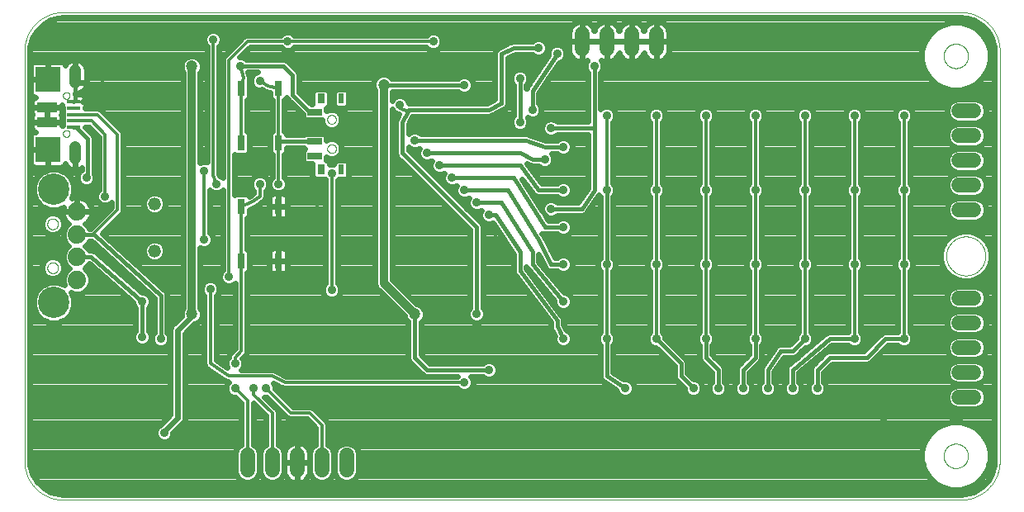
<source format=gbl>
G75*
%MOIN*%
%OFA0B0*%
%FSLAX25Y25*%
%IPPOS*%
%LPD*%
%AMOC8*
5,1,8,0,0,1.08239X$1,22.5*
%
%ADD10C,0.00000*%
%ADD11C,0.07400*%
%ADD12C,0.12661*%
%ADD13C,0.05200*%
%ADD14R,0.03000X0.06000*%
%ADD15C,0.06000*%
%ADD16R,0.05906X0.02756*%
%ADD17R,0.02362X0.03937*%
%ADD18R,0.03150X0.03937*%
%ADD19R,0.09843X0.09843*%
%ADD20C,0.04756*%
%ADD21R,0.05315X0.01575*%
%ADD22R,0.07874X0.03937*%
%ADD23C,0.02400*%
%ADD24C,0.03562*%
%ADD25C,0.01600*%
%ADD26C,0.04724*%
%ADD27C,0.03600*%
%ADD28C,0.03200*%
%ADD29C,0.01200*%
D10*
X0059668Y0020048D02*
X0059668Y0185402D01*
X0059673Y0185783D01*
X0059686Y0186163D01*
X0059709Y0186543D01*
X0059742Y0186922D01*
X0059783Y0187300D01*
X0059833Y0187677D01*
X0059893Y0188053D01*
X0059961Y0188428D01*
X0060039Y0188800D01*
X0060126Y0189171D01*
X0060221Y0189539D01*
X0060326Y0189905D01*
X0060439Y0190268D01*
X0060561Y0190629D01*
X0060691Y0190986D01*
X0060831Y0191340D01*
X0060978Y0191691D01*
X0061135Y0192038D01*
X0061299Y0192381D01*
X0061472Y0192720D01*
X0061653Y0193055D01*
X0061842Y0193386D01*
X0062039Y0193711D01*
X0062243Y0194032D01*
X0062456Y0194348D01*
X0062676Y0194658D01*
X0062903Y0194964D01*
X0063138Y0195263D01*
X0063380Y0195557D01*
X0063628Y0195845D01*
X0063884Y0196127D01*
X0064147Y0196402D01*
X0064416Y0196671D01*
X0064691Y0196934D01*
X0064973Y0197190D01*
X0065261Y0197438D01*
X0065555Y0197680D01*
X0065854Y0197915D01*
X0066160Y0198142D01*
X0066470Y0198362D01*
X0066786Y0198575D01*
X0067107Y0198779D01*
X0067432Y0198976D01*
X0067763Y0199165D01*
X0068098Y0199346D01*
X0068437Y0199519D01*
X0068780Y0199683D01*
X0069127Y0199840D01*
X0069478Y0199987D01*
X0069832Y0200127D01*
X0070189Y0200257D01*
X0070550Y0200379D01*
X0070913Y0200492D01*
X0071279Y0200597D01*
X0071647Y0200692D01*
X0072018Y0200779D01*
X0072390Y0200857D01*
X0072765Y0200925D01*
X0073141Y0200985D01*
X0073518Y0201035D01*
X0073896Y0201076D01*
X0074275Y0201109D01*
X0074655Y0201132D01*
X0075035Y0201145D01*
X0075416Y0201150D01*
X0437620Y0201150D01*
X0438001Y0201145D01*
X0438381Y0201132D01*
X0438761Y0201109D01*
X0439140Y0201076D01*
X0439518Y0201035D01*
X0439895Y0200985D01*
X0440271Y0200925D01*
X0440646Y0200857D01*
X0441018Y0200779D01*
X0441389Y0200692D01*
X0441757Y0200597D01*
X0442123Y0200492D01*
X0442486Y0200379D01*
X0442847Y0200257D01*
X0443204Y0200127D01*
X0443558Y0199987D01*
X0443909Y0199840D01*
X0444256Y0199683D01*
X0444599Y0199519D01*
X0444938Y0199346D01*
X0445273Y0199165D01*
X0445604Y0198976D01*
X0445929Y0198779D01*
X0446250Y0198575D01*
X0446566Y0198362D01*
X0446876Y0198142D01*
X0447182Y0197915D01*
X0447481Y0197680D01*
X0447775Y0197438D01*
X0448063Y0197190D01*
X0448345Y0196934D01*
X0448620Y0196671D01*
X0448889Y0196402D01*
X0449152Y0196127D01*
X0449408Y0195845D01*
X0449656Y0195557D01*
X0449898Y0195263D01*
X0450133Y0194964D01*
X0450360Y0194658D01*
X0450580Y0194348D01*
X0450793Y0194032D01*
X0450997Y0193711D01*
X0451194Y0193386D01*
X0451383Y0193055D01*
X0451564Y0192720D01*
X0451737Y0192381D01*
X0451901Y0192038D01*
X0452058Y0191691D01*
X0452205Y0191340D01*
X0452345Y0190986D01*
X0452475Y0190629D01*
X0452597Y0190268D01*
X0452710Y0189905D01*
X0452815Y0189539D01*
X0452910Y0189171D01*
X0452997Y0188800D01*
X0453075Y0188428D01*
X0453143Y0188053D01*
X0453203Y0187677D01*
X0453253Y0187300D01*
X0453294Y0186922D01*
X0453327Y0186543D01*
X0453350Y0186163D01*
X0453363Y0185783D01*
X0453368Y0185402D01*
X0453369Y0185402D02*
X0453369Y0020048D01*
X0453368Y0020048D02*
X0453363Y0019667D01*
X0453350Y0019287D01*
X0453327Y0018907D01*
X0453294Y0018528D01*
X0453253Y0018150D01*
X0453203Y0017773D01*
X0453143Y0017397D01*
X0453075Y0017022D01*
X0452997Y0016650D01*
X0452910Y0016279D01*
X0452815Y0015911D01*
X0452710Y0015545D01*
X0452597Y0015182D01*
X0452475Y0014821D01*
X0452345Y0014464D01*
X0452205Y0014110D01*
X0452058Y0013759D01*
X0451901Y0013412D01*
X0451737Y0013069D01*
X0451564Y0012730D01*
X0451383Y0012395D01*
X0451194Y0012064D01*
X0450997Y0011739D01*
X0450793Y0011418D01*
X0450580Y0011102D01*
X0450360Y0010792D01*
X0450133Y0010486D01*
X0449898Y0010187D01*
X0449656Y0009893D01*
X0449408Y0009605D01*
X0449152Y0009323D01*
X0448889Y0009048D01*
X0448620Y0008779D01*
X0448345Y0008516D01*
X0448063Y0008260D01*
X0447775Y0008012D01*
X0447481Y0007770D01*
X0447182Y0007535D01*
X0446876Y0007308D01*
X0446566Y0007088D01*
X0446250Y0006875D01*
X0445929Y0006671D01*
X0445604Y0006474D01*
X0445273Y0006285D01*
X0444938Y0006104D01*
X0444599Y0005931D01*
X0444256Y0005767D01*
X0443909Y0005610D01*
X0443558Y0005463D01*
X0443204Y0005323D01*
X0442847Y0005193D01*
X0442486Y0005071D01*
X0442123Y0004958D01*
X0441757Y0004853D01*
X0441389Y0004758D01*
X0441018Y0004671D01*
X0440646Y0004593D01*
X0440271Y0004525D01*
X0439895Y0004465D01*
X0439518Y0004415D01*
X0439140Y0004374D01*
X0438761Y0004341D01*
X0438381Y0004318D01*
X0438001Y0004305D01*
X0437620Y0004300D01*
X0075416Y0004300D01*
X0075035Y0004305D01*
X0074655Y0004318D01*
X0074275Y0004341D01*
X0073896Y0004374D01*
X0073518Y0004415D01*
X0073141Y0004465D01*
X0072765Y0004525D01*
X0072390Y0004593D01*
X0072018Y0004671D01*
X0071647Y0004758D01*
X0071279Y0004853D01*
X0070913Y0004958D01*
X0070550Y0005071D01*
X0070189Y0005193D01*
X0069832Y0005323D01*
X0069478Y0005463D01*
X0069127Y0005610D01*
X0068780Y0005767D01*
X0068437Y0005931D01*
X0068098Y0006104D01*
X0067763Y0006285D01*
X0067432Y0006474D01*
X0067107Y0006671D01*
X0066786Y0006875D01*
X0066470Y0007088D01*
X0066160Y0007308D01*
X0065854Y0007535D01*
X0065555Y0007770D01*
X0065261Y0008012D01*
X0064973Y0008260D01*
X0064691Y0008516D01*
X0064416Y0008779D01*
X0064147Y0009048D01*
X0063884Y0009323D01*
X0063628Y0009605D01*
X0063380Y0009893D01*
X0063138Y0010187D01*
X0062903Y0010486D01*
X0062676Y0010792D01*
X0062456Y0011102D01*
X0062243Y0011418D01*
X0062039Y0011739D01*
X0061842Y0012064D01*
X0061653Y0012395D01*
X0061472Y0012730D01*
X0061299Y0013069D01*
X0061135Y0013412D01*
X0060978Y0013759D01*
X0060831Y0014110D01*
X0060691Y0014464D01*
X0060561Y0014821D01*
X0060439Y0015182D01*
X0060326Y0015545D01*
X0060221Y0015911D01*
X0060126Y0016279D01*
X0060039Y0016650D01*
X0059961Y0017022D01*
X0059893Y0017397D01*
X0059833Y0017773D01*
X0059783Y0018150D01*
X0059742Y0018528D01*
X0059709Y0018907D01*
X0059686Y0019287D01*
X0059673Y0019667D01*
X0059668Y0020048D01*
X0068920Y0097942D02*
X0068922Y0098035D01*
X0068928Y0098127D01*
X0068938Y0098219D01*
X0068952Y0098310D01*
X0068969Y0098401D01*
X0068991Y0098491D01*
X0069016Y0098580D01*
X0069045Y0098668D01*
X0069078Y0098754D01*
X0069115Y0098839D01*
X0069155Y0098923D01*
X0069199Y0099004D01*
X0069246Y0099084D01*
X0069296Y0099162D01*
X0069350Y0099237D01*
X0069407Y0099310D01*
X0069467Y0099380D01*
X0069530Y0099448D01*
X0069596Y0099513D01*
X0069664Y0099575D01*
X0069735Y0099635D01*
X0069809Y0099691D01*
X0069885Y0099744D01*
X0069963Y0099793D01*
X0070043Y0099840D01*
X0070125Y0099882D01*
X0070209Y0099922D01*
X0070294Y0099957D01*
X0070381Y0099989D01*
X0070469Y0100018D01*
X0070558Y0100042D01*
X0070648Y0100063D01*
X0070739Y0100079D01*
X0070831Y0100092D01*
X0070923Y0100101D01*
X0071016Y0100106D01*
X0071108Y0100107D01*
X0071201Y0100104D01*
X0071293Y0100097D01*
X0071385Y0100086D01*
X0071476Y0100071D01*
X0071567Y0100053D01*
X0071657Y0100030D01*
X0071745Y0100004D01*
X0071833Y0099974D01*
X0071919Y0099940D01*
X0072003Y0099903D01*
X0072086Y0099861D01*
X0072167Y0099817D01*
X0072247Y0099769D01*
X0072324Y0099718D01*
X0072398Y0099663D01*
X0072471Y0099605D01*
X0072541Y0099545D01*
X0072608Y0099481D01*
X0072672Y0099415D01*
X0072734Y0099345D01*
X0072792Y0099274D01*
X0072847Y0099200D01*
X0072899Y0099123D01*
X0072948Y0099044D01*
X0072994Y0098964D01*
X0073036Y0098881D01*
X0073074Y0098797D01*
X0073109Y0098711D01*
X0073140Y0098624D01*
X0073167Y0098536D01*
X0073190Y0098446D01*
X0073210Y0098356D01*
X0073226Y0098265D01*
X0073238Y0098173D01*
X0073246Y0098081D01*
X0073250Y0097988D01*
X0073250Y0097896D01*
X0073246Y0097803D01*
X0073238Y0097711D01*
X0073226Y0097619D01*
X0073210Y0097528D01*
X0073190Y0097438D01*
X0073167Y0097348D01*
X0073140Y0097260D01*
X0073109Y0097173D01*
X0073074Y0097087D01*
X0073036Y0097003D01*
X0072994Y0096920D01*
X0072948Y0096840D01*
X0072899Y0096761D01*
X0072847Y0096684D01*
X0072792Y0096610D01*
X0072734Y0096539D01*
X0072672Y0096469D01*
X0072608Y0096403D01*
X0072541Y0096339D01*
X0072471Y0096279D01*
X0072398Y0096221D01*
X0072324Y0096166D01*
X0072247Y0096115D01*
X0072168Y0096067D01*
X0072086Y0096023D01*
X0072003Y0095981D01*
X0071919Y0095944D01*
X0071833Y0095910D01*
X0071745Y0095880D01*
X0071657Y0095854D01*
X0071567Y0095831D01*
X0071476Y0095813D01*
X0071385Y0095798D01*
X0071293Y0095787D01*
X0071201Y0095780D01*
X0071108Y0095777D01*
X0071016Y0095778D01*
X0070923Y0095783D01*
X0070831Y0095792D01*
X0070739Y0095805D01*
X0070648Y0095821D01*
X0070558Y0095842D01*
X0070469Y0095866D01*
X0070381Y0095895D01*
X0070294Y0095927D01*
X0070209Y0095962D01*
X0070125Y0096002D01*
X0070043Y0096044D01*
X0069963Y0096091D01*
X0069885Y0096140D01*
X0069809Y0096193D01*
X0069735Y0096249D01*
X0069664Y0096309D01*
X0069596Y0096371D01*
X0069530Y0096436D01*
X0069467Y0096504D01*
X0069407Y0096574D01*
X0069350Y0096647D01*
X0069296Y0096722D01*
X0069246Y0096800D01*
X0069199Y0096880D01*
X0069155Y0096961D01*
X0069115Y0097045D01*
X0069078Y0097130D01*
X0069045Y0097216D01*
X0069016Y0097304D01*
X0068991Y0097393D01*
X0068969Y0097483D01*
X0068952Y0097574D01*
X0068938Y0097665D01*
X0068928Y0097757D01*
X0068922Y0097849D01*
X0068920Y0097942D01*
X0068920Y0115658D02*
X0068922Y0115751D01*
X0068928Y0115843D01*
X0068938Y0115935D01*
X0068952Y0116026D01*
X0068969Y0116117D01*
X0068991Y0116207D01*
X0069016Y0116296D01*
X0069045Y0116384D01*
X0069078Y0116470D01*
X0069115Y0116555D01*
X0069155Y0116639D01*
X0069199Y0116720D01*
X0069246Y0116800D01*
X0069296Y0116878D01*
X0069350Y0116953D01*
X0069407Y0117026D01*
X0069467Y0117096D01*
X0069530Y0117164D01*
X0069596Y0117229D01*
X0069664Y0117291D01*
X0069735Y0117351D01*
X0069809Y0117407D01*
X0069885Y0117460D01*
X0069963Y0117509D01*
X0070043Y0117556D01*
X0070125Y0117598D01*
X0070209Y0117638D01*
X0070294Y0117673D01*
X0070381Y0117705D01*
X0070469Y0117734D01*
X0070558Y0117758D01*
X0070648Y0117779D01*
X0070739Y0117795D01*
X0070831Y0117808D01*
X0070923Y0117817D01*
X0071016Y0117822D01*
X0071108Y0117823D01*
X0071201Y0117820D01*
X0071293Y0117813D01*
X0071385Y0117802D01*
X0071476Y0117787D01*
X0071567Y0117769D01*
X0071657Y0117746D01*
X0071745Y0117720D01*
X0071833Y0117690D01*
X0071919Y0117656D01*
X0072003Y0117619D01*
X0072086Y0117577D01*
X0072167Y0117533D01*
X0072247Y0117485D01*
X0072324Y0117434D01*
X0072398Y0117379D01*
X0072471Y0117321D01*
X0072541Y0117261D01*
X0072608Y0117197D01*
X0072672Y0117131D01*
X0072734Y0117061D01*
X0072792Y0116990D01*
X0072847Y0116916D01*
X0072899Y0116839D01*
X0072948Y0116760D01*
X0072994Y0116680D01*
X0073036Y0116597D01*
X0073074Y0116513D01*
X0073109Y0116427D01*
X0073140Y0116340D01*
X0073167Y0116252D01*
X0073190Y0116162D01*
X0073210Y0116072D01*
X0073226Y0115981D01*
X0073238Y0115889D01*
X0073246Y0115797D01*
X0073250Y0115704D01*
X0073250Y0115612D01*
X0073246Y0115519D01*
X0073238Y0115427D01*
X0073226Y0115335D01*
X0073210Y0115244D01*
X0073190Y0115154D01*
X0073167Y0115064D01*
X0073140Y0114976D01*
X0073109Y0114889D01*
X0073074Y0114803D01*
X0073036Y0114719D01*
X0072994Y0114636D01*
X0072948Y0114556D01*
X0072899Y0114477D01*
X0072847Y0114400D01*
X0072792Y0114326D01*
X0072734Y0114255D01*
X0072672Y0114185D01*
X0072608Y0114119D01*
X0072541Y0114055D01*
X0072471Y0113995D01*
X0072398Y0113937D01*
X0072324Y0113882D01*
X0072247Y0113831D01*
X0072168Y0113783D01*
X0072086Y0113739D01*
X0072003Y0113697D01*
X0071919Y0113660D01*
X0071833Y0113626D01*
X0071745Y0113596D01*
X0071657Y0113570D01*
X0071567Y0113547D01*
X0071476Y0113529D01*
X0071385Y0113514D01*
X0071293Y0113503D01*
X0071201Y0113496D01*
X0071108Y0113493D01*
X0071016Y0113494D01*
X0070923Y0113499D01*
X0070831Y0113508D01*
X0070739Y0113521D01*
X0070648Y0113537D01*
X0070558Y0113558D01*
X0070469Y0113582D01*
X0070381Y0113611D01*
X0070294Y0113643D01*
X0070209Y0113678D01*
X0070125Y0113718D01*
X0070043Y0113760D01*
X0069963Y0113807D01*
X0069885Y0113856D01*
X0069809Y0113909D01*
X0069735Y0113965D01*
X0069664Y0114025D01*
X0069596Y0114087D01*
X0069530Y0114152D01*
X0069467Y0114220D01*
X0069407Y0114290D01*
X0069350Y0114363D01*
X0069296Y0114438D01*
X0069246Y0114516D01*
X0069199Y0114596D01*
X0069155Y0114677D01*
X0069115Y0114761D01*
X0069078Y0114846D01*
X0069045Y0114932D01*
X0069016Y0115020D01*
X0068991Y0115109D01*
X0068969Y0115199D01*
X0068952Y0115290D01*
X0068938Y0115381D01*
X0068928Y0115473D01*
X0068922Y0115565D01*
X0068920Y0115658D01*
X0067935Y0144457D02*
X0070298Y0144457D01*
X0070297Y0144457D02*
X0070360Y0144465D01*
X0070422Y0144476D01*
X0070484Y0144491D01*
X0070544Y0144509D01*
X0070604Y0144531D01*
X0070662Y0144556D01*
X0070718Y0144585D01*
X0070773Y0144617D01*
X0070825Y0144652D01*
X0070876Y0144690D01*
X0070924Y0144730D01*
X0070970Y0144774D01*
X0071013Y0144820D01*
X0071054Y0144869D01*
X0071092Y0144920D01*
X0071126Y0144972D01*
X0071158Y0145027D01*
X0071186Y0145084D01*
X0071211Y0145142D01*
X0071232Y0145202D01*
X0071250Y0145262D01*
X0071264Y0145324D01*
X0071275Y0145386D01*
X0071282Y0145449D01*
X0071286Y0145512D01*
X0071285Y0145575D01*
X0071282Y0145638D01*
X0071282Y0145639D02*
X0071285Y0145702D01*
X0071286Y0145765D01*
X0071282Y0145828D01*
X0071275Y0145891D01*
X0071264Y0145953D01*
X0071250Y0146015D01*
X0071232Y0146075D01*
X0071211Y0146135D01*
X0071186Y0146193D01*
X0071158Y0146250D01*
X0071126Y0146305D01*
X0071092Y0146357D01*
X0071054Y0146408D01*
X0071013Y0146457D01*
X0070970Y0146503D01*
X0070924Y0146547D01*
X0070876Y0146587D01*
X0070825Y0146625D01*
X0070773Y0146660D01*
X0070718Y0146692D01*
X0070662Y0146721D01*
X0070604Y0146746D01*
X0070544Y0146768D01*
X0070484Y0146786D01*
X0070422Y0146801D01*
X0070360Y0146812D01*
X0070297Y0146820D01*
X0070298Y0146820D02*
X0067935Y0146820D01*
X0067936Y0146820D02*
X0067870Y0146812D01*
X0067806Y0146800D01*
X0067742Y0146784D01*
X0067679Y0146765D01*
X0067618Y0146741D01*
X0067558Y0146714D01*
X0067500Y0146684D01*
X0067444Y0146650D01*
X0067390Y0146613D01*
X0067338Y0146572D01*
X0067289Y0146528D01*
X0067242Y0146482D01*
X0067199Y0146433D01*
X0067158Y0146381D01*
X0067121Y0146327D01*
X0067087Y0146271D01*
X0067057Y0146213D01*
X0067030Y0146153D01*
X0067006Y0146092D01*
X0066987Y0146029D01*
X0066971Y0145965D01*
X0066959Y0145901D01*
X0066951Y0145835D01*
X0066947Y0145770D01*
X0066947Y0145704D01*
X0066951Y0145639D01*
X0066951Y0145638D02*
X0066947Y0145573D01*
X0066947Y0145507D01*
X0066951Y0145442D01*
X0066959Y0145376D01*
X0066971Y0145312D01*
X0066987Y0145248D01*
X0067006Y0145185D01*
X0067030Y0145124D01*
X0067057Y0145064D01*
X0067087Y0145006D01*
X0067121Y0144950D01*
X0067158Y0144896D01*
X0067199Y0144844D01*
X0067242Y0144795D01*
X0067289Y0144749D01*
X0067338Y0144705D01*
X0067390Y0144664D01*
X0067444Y0144627D01*
X0067500Y0144593D01*
X0067558Y0144563D01*
X0067618Y0144536D01*
X0067679Y0144512D01*
X0067742Y0144493D01*
X0067806Y0144477D01*
X0067870Y0144465D01*
X0067936Y0144457D01*
X0075219Y0152135D02*
X0075221Y0152209D01*
X0075227Y0152283D01*
X0075237Y0152356D01*
X0075251Y0152429D01*
X0075268Y0152501D01*
X0075290Y0152571D01*
X0075315Y0152641D01*
X0075344Y0152709D01*
X0075377Y0152775D01*
X0075413Y0152840D01*
X0075453Y0152902D01*
X0075495Y0152963D01*
X0075541Y0153021D01*
X0075590Y0153076D01*
X0075642Y0153129D01*
X0075697Y0153179D01*
X0075754Y0153225D01*
X0075814Y0153269D01*
X0075876Y0153309D01*
X0075940Y0153346D01*
X0076006Y0153380D01*
X0076074Y0153410D01*
X0076143Y0153436D01*
X0076214Y0153459D01*
X0076285Y0153477D01*
X0076358Y0153492D01*
X0076431Y0153503D01*
X0076505Y0153510D01*
X0076579Y0153513D01*
X0076652Y0153512D01*
X0076726Y0153507D01*
X0076800Y0153498D01*
X0076873Y0153485D01*
X0076945Y0153468D01*
X0077016Y0153448D01*
X0077086Y0153423D01*
X0077154Y0153395D01*
X0077221Y0153364D01*
X0077286Y0153328D01*
X0077349Y0153290D01*
X0077410Y0153248D01*
X0077469Y0153202D01*
X0077525Y0153154D01*
X0077578Y0153103D01*
X0077628Y0153049D01*
X0077676Y0152992D01*
X0077720Y0152933D01*
X0077762Y0152871D01*
X0077800Y0152808D01*
X0077834Y0152742D01*
X0077865Y0152675D01*
X0077892Y0152606D01*
X0077915Y0152536D01*
X0077935Y0152465D01*
X0077951Y0152392D01*
X0077963Y0152319D01*
X0077971Y0152246D01*
X0077975Y0152172D01*
X0077975Y0152098D01*
X0077971Y0152024D01*
X0077963Y0151951D01*
X0077951Y0151878D01*
X0077935Y0151805D01*
X0077915Y0151734D01*
X0077892Y0151664D01*
X0077865Y0151595D01*
X0077834Y0151528D01*
X0077800Y0151462D01*
X0077762Y0151399D01*
X0077720Y0151337D01*
X0077676Y0151278D01*
X0077628Y0151221D01*
X0077578Y0151167D01*
X0077525Y0151116D01*
X0077469Y0151068D01*
X0077410Y0151022D01*
X0077349Y0150980D01*
X0077286Y0150942D01*
X0077221Y0150906D01*
X0077154Y0150875D01*
X0077086Y0150847D01*
X0077016Y0150822D01*
X0076945Y0150802D01*
X0076873Y0150785D01*
X0076800Y0150772D01*
X0076726Y0150763D01*
X0076652Y0150758D01*
X0076579Y0150757D01*
X0076505Y0150760D01*
X0076431Y0150767D01*
X0076358Y0150778D01*
X0076285Y0150793D01*
X0076214Y0150811D01*
X0076143Y0150834D01*
X0076074Y0150860D01*
X0076006Y0150890D01*
X0075940Y0150924D01*
X0075876Y0150961D01*
X0075814Y0151001D01*
X0075754Y0151045D01*
X0075697Y0151091D01*
X0075642Y0151141D01*
X0075590Y0151194D01*
X0075541Y0151249D01*
X0075495Y0151307D01*
X0075453Y0151368D01*
X0075413Y0151430D01*
X0075377Y0151495D01*
X0075344Y0151561D01*
X0075315Y0151629D01*
X0075290Y0151699D01*
X0075268Y0151769D01*
X0075251Y0151841D01*
X0075237Y0151914D01*
X0075227Y0151987D01*
X0075221Y0152061D01*
X0075219Y0152135D01*
X0075219Y0167489D02*
X0075221Y0167563D01*
X0075227Y0167637D01*
X0075237Y0167710D01*
X0075251Y0167783D01*
X0075268Y0167855D01*
X0075290Y0167925D01*
X0075315Y0167995D01*
X0075344Y0168063D01*
X0075377Y0168129D01*
X0075413Y0168194D01*
X0075453Y0168256D01*
X0075495Y0168317D01*
X0075541Y0168375D01*
X0075590Y0168430D01*
X0075642Y0168483D01*
X0075697Y0168533D01*
X0075754Y0168579D01*
X0075814Y0168623D01*
X0075876Y0168663D01*
X0075940Y0168700D01*
X0076006Y0168734D01*
X0076074Y0168764D01*
X0076143Y0168790D01*
X0076214Y0168813D01*
X0076285Y0168831D01*
X0076358Y0168846D01*
X0076431Y0168857D01*
X0076505Y0168864D01*
X0076579Y0168867D01*
X0076652Y0168866D01*
X0076726Y0168861D01*
X0076800Y0168852D01*
X0076873Y0168839D01*
X0076945Y0168822D01*
X0077016Y0168802D01*
X0077086Y0168777D01*
X0077154Y0168749D01*
X0077221Y0168718D01*
X0077286Y0168682D01*
X0077349Y0168644D01*
X0077410Y0168602D01*
X0077469Y0168556D01*
X0077525Y0168508D01*
X0077578Y0168457D01*
X0077628Y0168403D01*
X0077676Y0168346D01*
X0077720Y0168287D01*
X0077762Y0168225D01*
X0077800Y0168162D01*
X0077834Y0168096D01*
X0077865Y0168029D01*
X0077892Y0167960D01*
X0077915Y0167890D01*
X0077935Y0167819D01*
X0077951Y0167746D01*
X0077963Y0167673D01*
X0077971Y0167600D01*
X0077975Y0167526D01*
X0077975Y0167452D01*
X0077971Y0167378D01*
X0077963Y0167305D01*
X0077951Y0167232D01*
X0077935Y0167159D01*
X0077915Y0167088D01*
X0077892Y0167018D01*
X0077865Y0166949D01*
X0077834Y0166882D01*
X0077800Y0166816D01*
X0077762Y0166753D01*
X0077720Y0166691D01*
X0077676Y0166632D01*
X0077628Y0166575D01*
X0077578Y0166521D01*
X0077525Y0166470D01*
X0077469Y0166422D01*
X0077410Y0166376D01*
X0077349Y0166334D01*
X0077286Y0166296D01*
X0077221Y0166260D01*
X0077154Y0166229D01*
X0077086Y0166201D01*
X0077016Y0166176D01*
X0076945Y0166156D01*
X0076873Y0166139D01*
X0076800Y0166126D01*
X0076726Y0166117D01*
X0076652Y0166112D01*
X0076579Y0166111D01*
X0076505Y0166114D01*
X0076431Y0166121D01*
X0076358Y0166132D01*
X0076285Y0166147D01*
X0076214Y0166165D01*
X0076143Y0166188D01*
X0076074Y0166214D01*
X0076006Y0166244D01*
X0075940Y0166278D01*
X0075876Y0166315D01*
X0075814Y0166355D01*
X0075754Y0166399D01*
X0075697Y0166445D01*
X0075642Y0166495D01*
X0075590Y0166548D01*
X0075541Y0166603D01*
X0075495Y0166661D01*
X0075453Y0166722D01*
X0075413Y0166784D01*
X0075377Y0166849D01*
X0075344Y0166915D01*
X0075315Y0166983D01*
X0075290Y0167053D01*
X0075268Y0167123D01*
X0075251Y0167195D01*
X0075237Y0167268D01*
X0075227Y0167341D01*
X0075221Y0167415D01*
X0075219Y0167489D01*
X0070298Y0172804D02*
X0067935Y0172804D01*
X0067936Y0172804D02*
X0067870Y0172812D01*
X0067806Y0172824D01*
X0067742Y0172840D01*
X0067679Y0172859D01*
X0067618Y0172883D01*
X0067558Y0172910D01*
X0067500Y0172940D01*
X0067444Y0172974D01*
X0067390Y0173011D01*
X0067338Y0173052D01*
X0067289Y0173096D01*
X0067242Y0173142D01*
X0067199Y0173191D01*
X0067158Y0173243D01*
X0067121Y0173297D01*
X0067087Y0173353D01*
X0067057Y0173411D01*
X0067030Y0173471D01*
X0067006Y0173532D01*
X0066987Y0173595D01*
X0066971Y0173659D01*
X0066959Y0173723D01*
X0066951Y0173789D01*
X0066947Y0173854D01*
X0066947Y0173920D01*
X0066951Y0173985D01*
X0066947Y0174050D01*
X0066947Y0174116D01*
X0066951Y0174181D01*
X0066959Y0174247D01*
X0066971Y0174311D01*
X0066987Y0174375D01*
X0067006Y0174438D01*
X0067030Y0174499D01*
X0067057Y0174559D01*
X0067087Y0174617D01*
X0067121Y0174673D01*
X0067158Y0174727D01*
X0067199Y0174779D01*
X0067242Y0174828D01*
X0067289Y0174874D01*
X0067338Y0174918D01*
X0067390Y0174959D01*
X0067444Y0174996D01*
X0067500Y0175030D01*
X0067558Y0175060D01*
X0067618Y0175087D01*
X0067679Y0175111D01*
X0067742Y0175130D01*
X0067806Y0175146D01*
X0067870Y0175158D01*
X0067936Y0175166D01*
X0067935Y0175166D02*
X0070298Y0175166D01*
X0070297Y0175166D02*
X0070360Y0175158D01*
X0070422Y0175147D01*
X0070484Y0175132D01*
X0070544Y0175114D01*
X0070604Y0175092D01*
X0070662Y0175067D01*
X0070718Y0175038D01*
X0070773Y0175006D01*
X0070825Y0174971D01*
X0070876Y0174933D01*
X0070924Y0174893D01*
X0070970Y0174849D01*
X0071013Y0174803D01*
X0071054Y0174754D01*
X0071092Y0174703D01*
X0071126Y0174651D01*
X0071158Y0174596D01*
X0071186Y0174539D01*
X0071211Y0174481D01*
X0071232Y0174421D01*
X0071250Y0174361D01*
X0071264Y0174299D01*
X0071275Y0174237D01*
X0071282Y0174174D01*
X0071286Y0174111D01*
X0071285Y0174048D01*
X0071282Y0173985D01*
X0071285Y0173922D01*
X0071286Y0173859D01*
X0071282Y0173796D01*
X0071275Y0173733D01*
X0071264Y0173671D01*
X0071250Y0173609D01*
X0071232Y0173549D01*
X0071211Y0173489D01*
X0071186Y0173431D01*
X0071158Y0173374D01*
X0071126Y0173319D01*
X0071092Y0173267D01*
X0071054Y0173216D01*
X0071013Y0173167D01*
X0070970Y0173121D01*
X0070924Y0173077D01*
X0070876Y0173037D01*
X0070825Y0172999D01*
X0070773Y0172964D01*
X0070718Y0172932D01*
X0070662Y0172903D01*
X0070604Y0172878D01*
X0070544Y0172856D01*
X0070484Y0172838D01*
X0070422Y0172823D01*
X0070360Y0172812D01*
X0070297Y0172804D01*
X0181911Y0157843D02*
X0181913Y0157927D01*
X0181919Y0158010D01*
X0181929Y0158093D01*
X0181943Y0158176D01*
X0181960Y0158258D01*
X0181982Y0158339D01*
X0182007Y0158418D01*
X0182036Y0158497D01*
X0182069Y0158574D01*
X0182105Y0158649D01*
X0182145Y0158723D01*
X0182188Y0158795D01*
X0182235Y0158864D01*
X0182285Y0158931D01*
X0182338Y0158996D01*
X0182394Y0159058D01*
X0182452Y0159118D01*
X0182514Y0159175D01*
X0182578Y0159228D01*
X0182645Y0159279D01*
X0182714Y0159326D01*
X0182785Y0159371D01*
X0182858Y0159411D01*
X0182933Y0159448D01*
X0183010Y0159482D01*
X0183088Y0159512D01*
X0183167Y0159538D01*
X0183248Y0159561D01*
X0183330Y0159579D01*
X0183412Y0159594D01*
X0183495Y0159605D01*
X0183578Y0159612D01*
X0183662Y0159615D01*
X0183746Y0159614D01*
X0183829Y0159609D01*
X0183913Y0159600D01*
X0183995Y0159587D01*
X0184077Y0159571D01*
X0184158Y0159550D01*
X0184239Y0159526D01*
X0184317Y0159498D01*
X0184395Y0159466D01*
X0184471Y0159430D01*
X0184545Y0159391D01*
X0184617Y0159349D01*
X0184687Y0159303D01*
X0184755Y0159254D01*
X0184820Y0159202D01*
X0184883Y0159147D01*
X0184943Y0159089D01*
X0185001Y0159028D01*
X0185055Y0158964D01*
X0185107Y0158898D01*
X0185155Y0158830D01*
X0185200Y0158759D01*
X0185241Y0158686D01*
X0185280Y0158612D01*
X0185314Y0158536D01*
X0185345Y0158458D01*
X0185372Y0158379D01*
X0185396Y0158298D01*
X0185415Y0158217D01*
X0185431Y0158135D01*
X0185443Y0158052D01*
X0185451Y0157968D01*
X0185455Y0157885D01*
X0185455Y0157801D01*
X0185451Y0157718D01*
X0185443Y0157634D01*
X0185431Y0157551D01*
X0185415Y0157469D01*
X0185396Y0157388D01*
X0185372Y0157307D01*
X0185345Y0157228D01*
X0185314Y0157150D01*
X0185280Y0157074D01*
X0185241Y0157000D01*
X0185200Y0156927D01*
X0185155Y0156856D01*
X0185107Y0156788D01*
X0185055Y0156722D01*
X0185001Y0156658D01*
X0184943Y0156597D01*
X0184883Y0156539D01*
X0184820Y0156484D01*
X0184755Y0156432D01*
X0184687Y0156383D01*
X0184617Y0156337D01*
X0184545Y0156295D01*
X0184471Y0156256D01*
X0184395Y0156220D01*
X0184317Y0156188D01*
X0184239Y0156160D01*
X0184158Y0156136D01*
X0184077Y0156115D01*
X0183995Y0156099D01*
X0183913Y0156086D01*
X0183829Y0156077D01*
X0183746Y0156072D01*
X0183662Y0156071D01*
X0183578Y0156074D01*
X0183495Y0156081D01*
X0183412Y0156092D01*
X0183330Y0156107D01*
X0183248Y0156125D01*
X0183167Y0156148D01*
X0183088Y0156174D01*
X0183010Y0156204D01*
X0182933Y0156238D01*
X0182858Y0156275D01*
X0182785Y0156315D01*
X0182714Y0156360D01*
X0182645Y0156407D01*
X0182578Y0156458D01*
X0182514Y0156511D01*
X0182452Y0156568D01*
X0182394Y0156628D01*
X0182338Y0156690D01*
X0182285Y0156755D01*
X0182235Y0156822D01*
X0182188Y0156891D01*
X0182145Y0156963D01*
X0182105Y0157037D01*
X0182069Y0157112D01*
X0182036Y0157189D01*
X0182007Y0157268D01*
X0181982Y0157347D01*
X0181960Y0157428D01*
X0181943Y0157510D01*
X0181929Y0157593D01*
X0181919Y0157676D01*
X0181913Y0157759D01*
X0181911Y0157843D01*
X0181911Y0146032D02*
X0181913Y0146116D01*
X0181919Y0146199D01*
X0181929Y0146282D01*
X0181943Y0146365D01*
X0181960Y0146447D01*
X0181982Y0146528D01*
X0182007Y0146607D01*
X0182036Y0146686D01*
X0182069Y0146763D01*
X0182105Y0146838D01*
X0182145Y0146912D01*
X0182188Y0146984D01*
X0182235Y0147053D01*
X0182285Y0147120D01*
X0182338Y0147185D01*
X0182394Y0147247D01*
X0182452Y0147307D01*
X0182514Y0147364D01*
X0182578Y0147417D01*
X0182645Y0147468D01*
X0182714Y0147515D01*
X0182785Y0147560D01*
X0182858Y0147600D01*
X0182933Y0147637D01*
X0183010Y0147671D01*
X0183088Y0147701D01*
X0183167Y0147727D01*
X0183248Y0147750D01*
X0183330Y0147768D01*
X0183412Y0147783D01*
X0183495Y0147794D01*
X0183578Y0147801D01*
X0183662Y0147804D01*
X0183746Y0147803D01*
X0183829Y0147798D01*
X0183913Y0147789D01*
X0183995Y0147776D01*
X0184077Y0147760D01*
X0184158Y0147739D01*
X0184239Y0147715D01*
X0184317Y0147687D01*
X0184395Y0147655D01*
X0184471Y0147619D01*
X0184545Y0147580D01*
X0184617Y0147538D01*
X0184687Y0147492D01*
X0184755Y0147443D01*
X0184820Y0147391D01*
X0184883Y0147336D01*
X0184943Y0147278D01*
X0185001Y0147217D01*
X0185055Y0147153D01*
X0185107Y0147087D01*
X0185155Y0147019D01*
X0185200Y0146948D01*
X0185241Y0146875D01*
X0185280Y0146801D01*
X0185314Y0146725D01*
X0185345Y0146647D01*
X0185372Y0146568D01*
X0185396Y0146487D01*
X0185415Y0146406D01*
X0185431Y0146324D01*
X0185443Y0146241D01*
X0185451Y0146157D01*
X0185455Y0146074D01*
X0185455Y0145990D01*
X0185451Y0145907D01*
X0185443Y0145823D01*
X0185431Y0145740D01*
X0185415Y0145658D01*
X0185396Y0145577D01*
X0185372Y0145496D01*
X0185345Y0145417D01*
X0185314Y0145339D01*
X0185280Y0145263D01*
X0185241Y0145189D01*
X0185200Y0145116D01*
X0185155Y0145045D01*
X0185107Y0144977D01*
X0185055Y0144911D01*
X0185001Y0144847D01*
X0184943Y0144786D01*
X0184883Y0144728D01*
X0184820Y0144673D01*
X0184755Y0144621D01*
X0184687Y0144572D01*
X0184617Y0144526D01*
X0184545Y0144484D01*
X0184471Y0144445D01*
X0184395Y0144409D01*
X0184317Y0144377D01*
X0184239Y0144349D01*
X0184158Y0144325D01*
X0184077Y0144304D01*
X0183995Y0144288D01*
X0183913Y0144275D01*
X0183829Y0144266D01*
X0183746Y0144261D01*
X0183662Y0144260D01*
X0183578Y0144263D01*
X0183495Y0144270D01*
X0183412Y0144281D01*
X0183330Y0144296D01*
X0183248Y0144314D01*
X0183167Y0144337D01*
X0183088Y0144363D01*
X0183010Y0144393D01*
X0182933Y0144427D01*
X0182858Y0144464D01*
X0182785Y0144504D01*
X0182714Y0144549D01*
X0182645Y0144596D01*
X0182578Y0144647D01*
X0182514Y0144700D01*
X0182452Y0144757D01*
X0182394Y0144817D01*
X0182338Y0144879D01*
X0182285Y0144944D01*
X0182235Y0145011D01*
X0182188Y0145080D01*
X0182145Y0145152D01*
X0182105Y0145226D01*
X0182069Y0145301D01*
X0182036Y0145378D01*
X0182007Y0145457D01*
X0181982Y0145536D01*
X0181960Y0145617D01*
X0181943Y0145699D01*
X0181929Y0145782D01*
X0181919Y0145865D01*
X0181913Y0145948D01*
X0181911Y0146032D01*
X0430731Y0183434D02*
X0430733Y0183574D01*
X0430739Y0183714D01*
X0430749Y0183853D01*
X0430763Y0183992D01*
X0430781Y0184131D01*
X0430802Y0184269D01*
X0430828Y0184407D01*
X0430858Y0184544D01*
X0430891Y0184679D01*
X0430929Y0184814D01*
X0430970Y0184948D01*
X0431015Y0185081D01*
X0431063Y0185212D01*
X0431116Y0185341D01*
X0431172Y0185470D01*
X0431231Y0185596D01*
X0431295Y0185721D01*
X0431361Y0185844D01*
X0431432Y0185965D01*
X0431505Y0186084D01*
X0431582Y0186201D01*
X0431663Y0186315D01*
X0431746Y0186427D01*
X0431833Y0186537D01*
X0431923Y0186645D01*
X0432015Y0186749D01*
X0432111Y0186851D01*
X0432210Y0186951D01*
X0432311Y0187047D01*
X0432415Y0187141D01*
X0432522Y0187231D01*
X0432631Y0187318D01*
X0432743Y0187403D01*
X0432857Y0187484D01*
X0432973Y0187562D01*
X0433091Y0187636D01*
X0433212Y0187707D01*
X0433334Y0187775D01*
X0433459Y0187839D01*
X0433585Y0187900D01*
X0433712Y0187957D01*
X0433842Y0188010D01*
X0433973Y0188060D01*
X0434105Y0188105D01*
X0434238Y0188148D01*
X0434373Y0188186D01*
X0434508Y0188220D01*
X0434645Y0188251D01*
X0434782Y0188278D01*
X0434920Y0188300D01*
X0435059Y0188319D01*
X0435198Y0188334D01*
X0435337Y0188345D01*
X0435477Y0188352D01*
X0435617Y0188355D01*
X0435757Y0188354D01*
X0435897Y0188349D01*
X0436036Y0188340D01*
X0436176Y0188327D01*
X0436315Y0188310D01*
X0436453Y0188289D01*
X0436591Y0188265D01*
X0436728Y0188236D01*
X0436864Y0188204D01*
X0436999Y0188167D01*
X0437133Y0188127D01*
X0437266Y0188083D01*
X0437397Y0188035D01*
X0437527Y0187984D01*
X0437656Y0187929D01*
X0437783Y0187870D01*
X0437908Y0187807D01*
X0438031Y0187742D01*
X0438153Y0187672D01*
X0438272Y0187599D01*
X0438390Y0187523D01*
X0438505Y0187444D01*
X0438618Y0187361D01*
X0438728Y0187275D01*
X0438836Y0187186D01*
X0438941Y0187094D01*
X0439044Y0186999D01*
X0439144Y0186901D01*
X0439241Y0186801D01*
X0439335Y0186697D01*
X0439427Y0186591D01*
X0439515Y0186483D01*
X0439600Y0186372D01*
X0439682Y0186258D01*
X0439761Y0186142D01*
X0439836Y0186025D01*
X0439908Y0185905D01*
X0439976Y0185783D01*
X0440041Y0185659D01*
X0440103Y0185533D01*
X0440161Y0185406D01*
X0440215Y0185277D01*
X0440266Y0185146D01*
X0440312Y0185014D01*
X0440355Y0184881D01*
X0440395Y0184747D01*
X0440430Y0184612D01*
X0440462Y0184475D01*
X0440489Y0184338D01*
X0440513Y0184200D01*
X0440533Y0184062D01*
X0440549Y0183923D01*
X0440561Y0183783D01*
X0440569Y0183644D01*
X0440573Y0183504D01*
X0440573Y0183364D01*
X0440569Y0183224D01*
X0440561Y0183085D01*
X0440549Y0182945D01*
X0440533Y0182806D01*
X0440513Y0182668D01*
X0440489Y0182530D01*
X0440462Y0182393D01*
X0440430Y0182256D01*
X0440395Y0182121D01*
X0440355Y0181987D01*
X0440312Y0181854D01*
X0440266Y0181722D01*
X0440215Y0181591D01*
X0440161Y0181462D01*
X0440103Y0181335D01*
X0440041Y0181209D01*
X0439976Y0181085D01*
X0439908Y0180963D01*
X0439836Y0180843D01*
X0439761Y0180726D01*
X0439682Y0180610D01*
X0439600Y0180496D01*
X0439515Y0180385D01*
X0439427Y0180277D01*
X0439335Y0180171D01*
X0439241Y0180067D01*
X0439144Y0179967D01*
X0439044Y0179869D01*
X0438941Y0179774D01*
X0438836Y0179682D01*
X0438728Y0179593D01*
X0438618Y0179507D01*
X0438505Y0179424D01*
X0438390Y0179345D01*
X0438272Y0179269D01*
X0438153Y0179196D01*
X0438031Y0179126D01*
X0437908Y0179061D01*
X0437783Y0178998D01*
X0437656Y0178939D01*
X0437527Y0178884D01*
X0437397Y0178833D01*
X0437266Y0178785D01*
X0437133Y0178741D01*
X0436999Y0178701D01*
X0436864Y0178664D01*
X0436728Y0178632D01*
X0436591Y0178603D01*
X0436453Y0178579D01*
X0436315Y0178558D01*
X0436176Y0178541D01*
X0436036Y0178528D01*
X0435897Y0178519D01*
X0435757Y0178514D01*
X0435617Y0178513D01*
X0435477Y0178516D01*
X0435337Y0178523D01*
X0435198Y0178534D01*
X0435059Y0178549D01*
X0434920Y0178568D01*
X0434782Y0178590D01*
X0434645Y0178617D01*
X0434508Y0178648D01*
X0434373Y0178682D01*
X0434238Y0178720D01*
X0434105Y0178763D01*
X0433973Y0178808D01*
X0433842Y0178858D01*
X0433712Y0178911D01*
X0433585Y0178968D01*
X0433459Y0179029D01*
X0433334Y0179093D01*
X0433212Y0179161D01*
X0433091Y0179232D01*
X0432973Y0179306D01*
X0432857Y0179384D01*
X0432743Y0179465D01*
X0432631Y0179550D01*
X0432522Y0179637D01*
X0432415Y0179727D01*
X0432311Y0179821D01*
X0432210Y0179917D01*
X0432111Y0180017D01*
X0432015Y0180119D01*
X0431923Y0180223D01*
X0431833Y0180331D01*
X0431746Y0180441D01*
X0431663Y0180553D01*
X0431582Y0180667D01*
X0431505Y0180784D01*
X0431432Y0180903D01*
X0431361Y0181024D01*
X0431295Y0181147D01*
X0431231Y0181272D01*
X0431172Y0181398D01*
X0431116Y0181527D01*
X0431063Y0181656D01*
X0431015Y0181787D01*
X0430970Y0181920D01*
X0430929Y0182054D01*
X0430891Y0182189D01*
X0430858Y0182324D01*
X0430828Y0182461D01*
X0430802Y0182599D01*
X0430781Y0182737D01*
X0430763Y0182876D01*
X0430749Y0183015D01*
X0430739Y0183154D01*
X0430733Y0183294D01*
X0430731Y0183434D01*
X0431794Y0102725D02*
X0431796Y0102918D01*
X0431803Y0103111D01*
X0431815Y0103304D01*
X0431832Y0103497D01*
X0431853Y0103689D01*
X0431879Y0103880D01*
X0431910Y0104071D01*
X0431945Y0104261D01*
X0431985Y0104450D01*
X0432030Y0104638D01*
X0432079Y0104825D01*
X0432133Y0105011D01*
X0432191Y0105195D01*
X0432254Y0105378D01*
X0432322Y0105559D01*
X0432393Y0105738D01*
X0432470Y0105916D01*
X0432550Y0106092D01*
X0432635Y0106265D01*
X0432724Y0106437D01*
X0432817Y0106606D01*
X0432914Y0106773D01*
X0433016Y0106938D01*
X0433121Y0107100D01*
X0433230Y0107259D01*
X0433344Y0107416D01*
X0433461Y0107569D01*
X0433581Y0107720D01*
X0433706Y0107868D01*
X0433834Y0108013D01*
X0433965Y0108154D01*
X0434100Y0108293D01*
X0434239Y0108428D01*
X0434380Y0108559D01*
X0434525Y0108687D01*
X0434673Y0108812D01*
X0434824Y0108932D01*
X0434977Y0109049D01*
X0435134Y0109163D01*
X0435293Y0109272D01*
X0435455Y0109377D01*
X0435620Y0109479D01*
X0435787Y0109576D01*
X0435956Y0109669D01*
X0436128Y0109758D01*
X0436301Y0109843D01*
X0436477Y0109923D01*
X0436655Y0110000D01*
X0436834Y0110071D01*
X0437015Y0110139D01*
X0437198Y0110202D01*
X0437382Y0110260D01*
X0437568Y0110314D01*
X0437755Y0110363D01*
X0437943Y0110408D01*
X0438132Y0110448D01*
X0438322Y0110483D01*
X0438513Y0110514D01*
X0438704Y0110540D01*
X0438896Y0110561D01*
X0439089Y0110578D01*
X0439282Y0110590D01*
X0439475Y0110597D01*
X0439668Y0110599D01*
X0439861Y0110597D01*
X0440054Y0110590D01*
X0440247Y0110578D01*
X0440440Y0110561D01*
X0440632Y0110540D01*
X0440823Y0110514D01*
X0441014Y0110483D01*
X0441204Y0110448D01*
X0441393Y0110408D01*
X0441581Y0110363D01*
X0441768Y0110314D01*
X0441954Y0110260D01*
X0442138Y0110202D01*
X0442321Y0110139D01*
X0442502Y0110071D01*
X0442681Y0110000D01*
X0442859Y0109923D01*
X0443035Y0109843D01*
X0443208Y0109758D01*
X0443380Y0109669D01*
X0443549Y0109576D01*
X0443716Y0109479D01*
X0443881Y0109377D01*
X0444043Y0109272D01*
X0444202Y0109163D01*
X0444359Y0109049D01*
X0444512Y0108932D01*
X0444663Y0108812D01*
X0444811Y0108687D01*
X0444956Y0108559D01*
X0445097Y0108428D01*
X0445236Y0108293D01*
X0445371Y0108154D01*
X0445502Y0108013D01*
X0445630Y0107868D01*
X0445755Y0107720D01*
X0445875Y0107569D01*
X0445992Y0107416D01*
X0446106Y0107259D01*
X0446215Y0107100D01*
X0446320Y0106938D01*
X0446422Y0106773D01*
X0446519Y0106606D01*
X0446612Y0106437D01*
X0446701Y0106265D01*
X0446786Y0106092D01*
X0446866Y0105916D01*
X0446943Y0105738D01*
X0447014Y0105559D01*
X0447082Y0105378D01*
X0447145Y0105195D01*
X0447203Y0105011D01*
X0447257Y0104825D01*
X0447306Y0104638D01*
X0447351Y0104450D01*
X0447391Y0104261D01*
X0447426Y0104071D01*
X0447457Y0103880D01*
X0447483Y0103689D01*
X0447504Y0103497D01*
X0447521Y0103304D01*
X0447533Y0103111D01*
X0447540Y0102918D01*
X0447542Y0102725D01*
X0447540Y0102532D01*
X0447533Y0102339D01*
X0447521Y0102146D01*
X0447504Y0101953D01*
X0447483Y0101761D01*
X0447457Y0101570D01*
X0447426Y0101379D01*
X0447391Y0101189D01*
X0447351Y0101000D01*
X0447306Y0100812D01*
X0447257Y0100625D01*
X0447203Y0100439D01*
X0447145Y0100255D01*
X0447082Y0100072D01*
X0447014Y0099891D01*
X0446943Y0099712D01*
X0446866Y0099534D01*
X0446786Y0099358D01*
X0446701Y0099185D01*
X0446612Y0099013D01*
X0446519Y0098844D01*
X0446422Y0098677D01*
X0446320Y0098512D01*
X0446215Y0098350D01*
X0446106Y0098191D01*
X0445992Y0098034D01*
X0445875Y0097881D01*
X0445755Y0097730D01*
X0445630Y0097582D01*
X0445502Y0097437D01*
X0445371Y0097296D01*
X0445236Y0097157D01*
X0445097Y0097022D01*
X0444956Y0096891D01*
X0444811Y0096763D01*
X0444663Y0096638D01*
X0444512Y0096518D01*
X0444359Y0096401D01*
X0444202Y0096287D01*
X0444043Y0096178D01*
X0443881Y0096073D01*
X0443716Y0095971D01*
X0443549Y0095874D01*
X0443380Y0095781D01*
X0443208Y0095692D01*
X0443035Y0095607D01*
X0442859Y0095527D01*
X0442681Y0095450D01*
X0442502Y0095379D01*
X0442321Y0095311D01*
X0442138Y0095248D01*
X0441954Y0095190D01*
X0441768Y0095136D01*
X0441581Y0095087D01*
X0441393Y0095042D01*
X0441204Y0095002D01*
X0441014Y0094967D01*
X0440823Y0094936D01*
X0440632Y0094910D01*
X0440440Y0094889D01*
X0440247Y0094872D01*
X0440054Y0094860D01*
X0439861Y0094853D01*
X0439668Y0094851D01*
X0439475Y0094853D01*
X0439282Y0094860D01*
X0439089Y0094872D01*
X0438896Y0094889D01*
X0438704Y0094910D01*
X0438513Y0094936D01*
X0438322Y0094967D01*
X0438132Y0095002D01*
X0437943Y0095042D01*
X0437755Y0095087D01*
X0437568Y0095136D01*
X0437382Y0095190D01*
X0437198Y0095248D01*
X0437015Y0095311D01*
X0436834Y0095379D01*
X0436655Y0095450D01*
X0436477Y0095527D01*
X0436301Y0095607D01*
X0436128Y0095692D01*
X0435956Y0095781D01*
X0435787Y0095874D01*
X0435620Y0095971D01*
X0435455Y0096073D01*
X0435293Y0096178D01*
X0435134Y0096287D01*
X0434977Y0096401D01*
X0434824Y0096518D01*
X0434673Y0096638D01*
X0434525Y0096763D01*
X0434380Y0096891D01*
X0434239Y0097022D01*
X0434100Y0097157D01*
X0433965Y0097296D01*
X0433834Y0097437D01*
X0433706Y0097582D01*
X0433581Y0097730D01*
X0433461Y0097881D01*
X0433344Y0098034D01*
X0433230Y0098191D01*
X0433121Y0098350D01*
X0433016Y0098512D01*
X0432914Y0098677D01*
X0432817Y0098844D01*
X0432724Y0099013D01*
X0432635Y0099185D01*
X0432550Y0099358D01*
X0432470Y0099534D01*
X0432393Y0099712D01*
X0432322Y0099891D01*
X0432254Y0100072D01*
X0432191Y0100255D01*
X0432133Y0100439D01*
X0432079Y0100625D01*
X0432030Y0100812D01*
X0431985Y0101000D01*
X0431945Y0101189D01*
X0431910Y0101379D01*
X0431879Y0101570D01*
X0431853Y0101761D01*
X0431832Y0101953D01*
X0431815Y0102146D01*
X0431803Y0102339D01*
X0431796Y0102532D01*
X0431794Y0102725D01*
X0430731Y0022017D02*
X0430733Y0022157D01*
X0430739Y0022297D01*
X0430749Y0022436D01*
X0430763Y0022575D01*
X0430781Y0022714D01*
X0430802Y0022852D01*
X0430828Y0022990D01*
X0430858Y0023127D01*
X0430891Y0023262D01*
X0430929Y0023397D01*
X0430970Y0023531D01*
X0431015Y0023664D01*
X0431063Y0023795D01*
X0431116Y0023924D01*
X0431172Y0024053D01*
X0431231Y0024179D01*
X0431295Y0024304D01*
X0431361Y0024427D01*
X0431432Y0024548D01*
X0431505Y0024667D01*
X0431582Y0024784D01*
X0431663Y0024898D01*
X0431746Y0025010D01*
X0431833Y0025120D01*
X0431923Y0025228D01*
X0432015Y0025332D01*
X0432111Y0025434D01*
X0432210Y0025534D01*
X0432311Y0025630D01*
X0432415Y0025724D01*
X0432522Y0025814D01*
X0432631Y0025901D01*
X0432743Y0025986D01*
X0432857Y0026067D01*
X0432973Y0026145D01*
X0433091Y0026219D01*
X0433212Y0026290D01*
X0433334Y0026358D01*
X0433459Y0026422D01*
X0433585Y0026483D01*
X0433712Y0026540D01*
X0433842Y0026593D01*
X0433973Y0026643D01*
X0434105Y0026688D01*
X0434238Y0026731D01*
X0434373Y0026769D01*
X0434508Y0026803D01*
X0434645Y0026834D01*
X0434782Y0026861D01*
X0434920Y0026883D01*
X0435059Y0026902D01*
X0435198Y0026917D01*
X0435337Y0026928D01*
X0435477Y0026935D01*
X0435617Y0026938D01*
X0435757Y0026937D01*
X0435897Y0026932D01*
X0436036Y0026923D01*
X0436176Y0026910D01*
X0436315Y0026893D01*
X0436453Y0026872D01*
X0436591Y0026848D01*
X0436728Y0026819D01*
X0436864Y0026787D01*
X0436999Y0026750D01*
X0437133Y0026710D01*
X0437266Y0026666D01*
X0437397Y0026618D01*
X0437527Y0026567D01*
X0437656Y0026512D01*
X0437783Y0026453D01*
X0437908Y0026390D01*
X0438031Y0026325D01*
X0438153Y0026255D01*
X0438272Y0026182D01*
X0438390Y0026106D01*
X0438505Y0026027D01*
X0438618Y0025944D01*
X0438728Y0025858D01*
X0438836Y0025769D01*
X0438941Y0025677D01*
X0439044Y0025582D01*
X0439144Y0025484D01*
X0439241Y0025384D01*
X0439335Y0025280D01*
X0439427Y0025174D01*
X0439515Y0025066D01*
X0439600Y0024955D01*
X0439682Y0024841D01*
X0439761Y0024725D01*
X0439836Y0024608D01*
X0439908Y0024488D01*
X0439976Y0024366D01*
X0440041Y0024242D01*
X0440103Y0024116D01*
X0440161Y0023989D01*
X0440215Y0023860D01*
X0440266Y0023729D01*
X0440312Y0023597D01*
X0440355Y0023464D01*
X0440395Y0023330D01*
X0440430Y0023195D01*
X0440462Y0023058D01*
X0440489Y0022921D01*
X0440513Y0022783D01*
X0440533Y0022645D01*
X0440549Y0022506D01*
X0440561Y0022366D01*
X0440569Y0022227D01*
X0440573Y0022087D01*
X0440573Y0021947D01*
X0440569Y0021807D01*
X0440561Y0021668D01*
X0440549Y0021528D01*
X0440533Y0021389D01*
X0440513Y0021251D01*
X0440489Y0021113D01*
X0440462Y0020976D01*
X0440430Y0020839D01*
X0440395Y0020704D01*
X0440355Y0020570D01*
X0440312Y0020437D01*
X0440266Y0020305D01*
X0440215Y0020174D01*
X0440161Y0020045D01*
X0440103Y0019918D01*
X0440041Y0019792D01*
X0439976Y0019668D01*
X0439908Y0019546D01*
X0439836Y0019426D01*
X0439761Y0019309D01*
X0439682Y0019193D01*
X0439600Y0019079D01*
X0439515Y0018968D01*
X0439427Y0018860D01*
X0439335Y0018754D01*
X0439241Y0018650D01*
X0439144Y0018550D01*
X0439044Y0018452D01*
X0438941Y0018357D01*
X0438836Y0018265D01*
X0438728Y0018176D01*
X0438618Y0018090D01*
X0438505Y0018007D01*
X0438390Y0017928D01*
X0438272Y0017852D01*
X0438153Y0017779D01*
X0438031Y0017709D01*
X0437908Y0017644D01*
X0437783Y0017581D01*
X0437656Y0017522D01*
X0437527Y0017467D01*
X0437397Y0017416D01*
X0437266Y0017368D01*
X0437133Y0017324D01*
X0436999Y0017284D01*
X0436864Y0017247D01*
X0436728Y0017215D01*
X0436591Y0017186D01*
X0436453Y0017162D01*
X0436315Y0017141D01*
X0436176Y0017124D01*
X0436036Y0017111D01*
X0435897Y0017102D01*
X0435757Y0017097D01*
X0435617Y0017096D01*
X0435477Y0017099D01*
X0435337Y0017106D01*
X0435198Y0017117D01*
X0435059Y0017132D01*
X0434920Y0017151D01*
X0434782Y0017173D01*
X0434645Y0017200D01*
X0434508Y0017231D01*
X0434373Y0017265D01*
X0434238Y0017303D01*
X0434105Y0017346D01*
X0433973Y0017391D01*
X0433842Y0017441D01*
X0433712Y0017494D01*
X0433585Y0017551D01*
X0433459Y0017612D01*
X0433334Y0017676D01*
X0433212Y0017744D01*
X0433091Y0017815D01*
X0432973Y0017889D01*
X0432857Y0017967D01*
X0432743Y0018048D01*
X0432631Y0018133D01*
X0432522Y0018220D01*
X0432415Y0018310D01*
X0432311Y0018404D01*
X0432210Y0018500D01*
X0432111Y0018600D01*
X0432015Y0018702D01*
X0431923Y0018806D01*
X0431833Y0018914D01*
X0431746Y0019024D01*
X0431663Y0019136D01*
X0431582Y0019250D01*
X0431505Y0019367D01*
X0431432Y0019486D01*
X0431361Y0019607D01*
X0431295Y0019730D01*
X0431231Y0019855D01*
X0431172Y0019981D01*
X0431116Y0020110D01*
X0431063Y0020239D01*
X0431015Y0020370D01*
X0430970Y0020503D01*
X0430929Y0020637D01*
X0430891Y0020772D01*
X0430858Y0020907D01*
X0430828Y0021044D01*
X0430802Y0021182D01*
X0430781Y0021320D01*
X0430763Y0021459D01*
X0430749Y0021598D01*
X0430739Y0021737D01*
X0430733Y0021877D01*
X0430731Y0022017D01*
D11*
X0080928Y0093020D03*
X0080928Y0102363D03*
X0080928Y0111237D03*
X0080928Y0120580D03*
D12*
X0071479Y0129635D03*
X0071479Y0083965D03*
D13*
X0112168Y0104800D03*
X0112168Y0123800D03*
D14*
X0147168Y0122800D03*
X0162168Y0122800D03*
X0162168Y0100800D03*
X0147168Y0100800D03*
X0147168Y0148300D03*
X0162168Y0148300D03*
X0162168Y0170300D03*
X0147168Y0170300D03*
D15*
X0284668Y0186300D02*
X0284668Y0192300D01*
X0294668Y0192300D02*
X0294668Y0186300D01*
X0304668Y0186300D02*
X0304668Y0192300D01*
X0314668Y0192300D02*
X0314668Y0186300D01*
X0436983Y0161308D02*
X0442983Y0161308D01*
X0442983Y0151308D02*
X0436983Y0151308D01*
X0436983Y0141308D02*
X0442983Y0141308D01*
X0442983Y0131308D02*
X0436983Y0131308D01*
X0436983Y0121308D02*
X0442983Y0121308D01*
X0442983Y0085717D02*
X0436983Y0085717D01*
X0436983Y0075717D02*
X0442983Y0075717D01*
X0442983Y0065717D02*
X0436983Y0065717D01*
X0436983Y0055717D02*
X0442983Y0055717D01*
X0442983Y0045717D02*
X0436983Y0045717D01*
X0189668Y0022300D02*
X0189668Y0016300D01*
X0179668Y0016300D02*
X0179668Y0022300D01*
X0169668Y0022300D02*
X0169668Y0016300D01*
X0159668Y0016300D02*
X0159668Y0022300D01*
X0149668Y0022300D02*
X0149668Y0016300D01*
D16*
X0176794Y0143080D03*
X0176794Y0148985D03*
X0176794Y0160796D03*
D17*
X0187620Y0166308D03*
X0187620Y0137568D03*
D18*
X0179353Y0137568D03*
X0179353Y0166308D03*
D19*
X0069117Y0173985D03*
X0069117Y0145639D03*
D20*
X0080140Y0146820D02*
X0080140Y0142064D01*
X0080140Y0172804D02*
X0080140Y0177560D01*
D21*
X0079648Y0164930D03*
X0079648Y0162371D03*
X0079648Y0159812D03*
X0079648Y0157253D03*
X0079648Y0154694D03*
D22*
X0068723Y0156859D03*
X0068723Y0162765D03*
D23*
X0074860Y0162765D01*
X0074860Y0163594D01*
X0074940Y0163293D01*
X0075191Y0162860D01*
X0075191Y0155425D01*
X0074860Y0155288D01*
X0074860Y0156859D01*
X0068723Y0156859D01*
X0068723Y0156859D01*
X0074860Y0156859D01*
X0074860Y0159117D01*
X0074710Y0159677D01*
X0074632Y0159812D01*
X0074710Y0159947D01*
X0074860Y0160506D01*
X0074860Y0162764D01*
X0068723Y0162764D01*
X0068723Y0158596D01*
X0068723Y0156859D01*
X0068723Y0156859D01*
X0068723Y0162764D01*
X0068723Y0162764D01*
X0068723Y0162765D01*
X0068723Y0162764D01*
X0062586Y0162764D01*
X0062586Y0160506D01*
X0062736Y0159947D01*
X0062814Y0159812D01*
X0062736Y0159677D01*
X0062586Y0159117D01*
X0062586Y0156859D01*
X0062586Y0154601D01*
X0062736Y0154041D01*
X0063025Y0153540D01*
X0063435Y0153130D01*
X0063937Y0152840D01*
X0064238Y0152760D01*
X0063906Y0152760D01*
X0063346Y0152610D01*
X0062844Y0152320D01*
X0062435Y0151911D01*
X0062145Y0151409D01*
X0061995Y0150849D01*
X0061995Y0145639D01*
X0064742Y0145639D01*
X0064742Y0145639D01*
X0064742Y0145639D01*
X0061995Y0145639D01*
X0061995Y0140428D01*
X0062145Y0139868D01*
X0062435Y0139366D01*
X0062844Y0138957D01*
X0063346Y0138667D01*
X0063906Y0138517D01*
X0069116Y0138517D01*
X0069116Y0142257D01*
X0069117Y0142257D01*
X0069117Y0138517D01*
X0074327Y0138517D01*
X0074887Y0138667D01*
X0075389Y0138957D01*
X0075798Y0139366D01*
X0076088Y0139868D01*
X0076099Y0139911D01*
X0076225Y0139664D01*
X0076648Y0139081D01*
X0077158Y0138572D01*
X0077741Y0138148D01*
X0078383Y0137821D01*
X0079068Y0137599D01*
X0079780Y0137486D01*
X0080140Y0137486D01*
X0080140Y0146820D01*
X0080140Y0146820D01*
X0080140Y0137486D01*
X0080500Y0137486D01*
X0081212Y0137599D01*
X0081897Y0137821D01*
X0082540Y0138148D01*
X0082658Y0138235D01*
X0082658Y0137344D01*
X0082639Y0137336D01*
X0081632Y0136329D01*
X0081087Y0135012D01*
X0081087Y0133588D01*
X0081632Y0132271D01*
X0082639Y0131264D01*
X0083955Y0130719D01*
X0085380Y0130719D01*
X0086696Y0131264D01*
X0087704Y0132271D01*
X0088249Y0133588D01*
X0088249Y0135012D01*
X0087858Y0135955D01*
X0087858Y0150486D01*
X0087462Y0151442D01*
X0084105Y0154799D01*
X0084105Y0154853D01*
X0085721Y0154853D01*
X0089768Y0150806D01*
X0089768Y0129464D01*
X0089132Y0128829D01*
X0088587Y0127512D01*
X0088587Y0126088D01*
X0089132Y0124771D01*
X0090139Y0123764D01*
X0091455Y0123219D01*
X0092880Y0123219D01*
X0094196Y0123764D01*
X0094768Y0124336D01*
X0094768Y0122231D01*
X0086374Y0113837D01*
X0085804Y0113837D01*
X0085590Y0114352D01*
X0084245Y0115697D01*
X0084771Y0116079D01*
X0085428Y0116736D01*
X0085974Y0117487D01*
X0086395Y0118315D01*
X0086682Y0119198D01*
X0086828Y0120115D01*
X0086828Y0120579D01*
X0080928Y0120579D01*
X0080928Y0120580D01*
X0080927Y0120580D01*
X0080927Y0120579D01*
X0075028Y0120579D01*
X0075028Y0120115D01*
X0075173Y0119198D01*
X0075460Y0118315D01*
X0075881Y0117487D01*
X0076427Y0116736D01*
X0077084Y0116079D01*
X0077610Y0115697D01*
X0076265Y0114352D01*
X0075428Y0112331D01*
X0075428Y0110143D01*
X0076265Y0108122D01*
X0077586Y0106800D01*
X0076265Y0105478D01*
X0075428Y0103457D01*
X0075428Y0101269D01*
X0076265Y0099247D01*
X0077812Y0097700D01*
X0077833Y0097692D01*
X0077812Y0097683D01*
X0076265Y0096136D01*
X0075428Y0094114D01*
X0075428Y0091926D01*
X0075826Y0090965D01*
X0073096Y0092096D01*
X0069861Y0092096D01*
X0066873Y0090858D01*
X0064586Y0088571D01*
X0063348Y0085583D01*
X0063348Y0082348D01*
X0064586Y0079360D01*
X0066873Y0077072D01*
X0069861Y0075835D01*
X0073096Y0075835D01*
X0076084Y0077072D01*
X0078372Y0079360D01*
X0079609Y0082348D01*
X0079609Y0085583D01*
X0078594Y0088034D01*
X0079834Y0087520D01*
X0082022Y0087520D01*
X0084043Y0088358D01*
X0085590Y0089905D01*
X0086428Y0091926D01*
X0086428Y0094114D01*
X0085590Y0096136D01*
X0084043Y0097683D01*
X0084022Y0097692D01*
X0084043Y0097700D01*
X0085590Y0099247D01*
X0085756Y0099648D01*
X0103587Y0083985D01*
X0103587Y0083588D01*
X0104132Y0082271D01*
X0104568Y0081836D01*
X0104568Y0072441D01*
X0104116Y0071989D01*
X0103568Y0070666D01*
X0103568Y0069234D01*
X0104116Y0067910D01*
X0105128Y0066898D01*
X0106452Y0066350D01*
X0107884Y0066350D01*
X0109207Y0066898D01*
X0110220Y0067910D01*
X0110768Y0069234D01*
X0110768Y0070666D01*
X0110220Y0071989D01*
X0109768Y0072441D01*
X0109768Y0081836D01*
X0110204Y0082271D01*
X0110749Y0083588D01*
X0110749Y0085012D01*
X0110204Y0086329D01*
X0109196Y0087336D01*
X0107880Y0087881D01*
X0107031Y0087881D01*
X0088384Y0104261D01*
X0088077Y0104567D01*
X0087997Y0104600D01*
X0087932Y0104658D01*
X0087522Y0104797D01*
X0087122Y0104963D01*
X0087035Y0104963D01*
X0086953Y0104991D01*
X0086521Y0104963D01*
X0085804Y0104963D01*
X0085590Y0105478D01*
X0084269Y0106800D01*
X0085590Y0108122D01*
X0085804Y0108637D01*
X0086727Y0108637D01*
X0112068Y0085648D01*
X0112068Y0071791D01*
X0111616Y0071339D01*
X0111068Y0070016D01*
X0111068Y0068584D01*
X0111616Y0067261D01*
X0112628Y0066248D01*
X0113952Y0065700D01*
X0115384Y0065700D01*
X0116707Y0066248D01*
X0117720Y0067261D01*
X0118268Y0068584D01*
X0118268Y0070016D01*
X0117720Y0071339D01*
X0117268Y0071791D01*
X0117268Y0086348D01*
X0117290Y0086410D01*
X0117268Y0086863D01*
X0117268Y0087317D01*
X0117243Y0087378D01*
X0117239Y0087443D01*
X0117046Y0087853D01*
X0116872Y0088273D01*
X0116826Y0088319D01*
X0116798Y0088378D01*
X0116462Y0088683D01*
X0116140Y0089004D01*
X0116080Y0089029D01*
X0091056Y0111731D01*
X0099202Y0119878D01*
X0099568Y0120760D01*
X0099568Y0152277D01*
X0099202Y0153159D01*
X0091191Y0161171D01*
X0090515Y0161846D01*
X0089633Y0162212D01*
X0084105Y0162212D01*
X0084105Y0162860D01*
X0084356Y0163293D01*
X0084505Y0163853D01*
X0084505Y0164930D01*
X0084505Y0166007D01*
X0084356Y0166566D01*
X0084066Y0167068D01*
X0083656Y0167478D01*
X0083155Y0167767D01*
X0082595Y0167917D01*
X0080175Y0167917D01*
X0080175Y0168201D01*
X0080164Y0168226D01*
X0080500Y0168226D01*
X0081212Y0168339D01*
X0081897Y0168561D01*
X0082540Y0168889D01*
X0083122Y0169312D01*
X0083632Y0169822D01*
X0084056Y0170405D01*
X0084383Y0171047D01*
X0084605Y0171732D01*
X0084718Y0172444D01*
X0084718Y0172804D01*
X0084718Y0177920D01*
X0084605Y0178632D01*
X0084383Y0179317D01*
X0084056Y0179959D01*
X0083632Y0180542D01*
X0083122Y0181052D01*
X0082540Y0181475D01*
X0081897Y0181802D01*
X0081212Y0182025D01*
X0080500Y0182138D01*
X0080140Y0182138D01*
X0079780Y0182138D01*
X0079068Y0182025D01*
X0078383Y0181802D01*
X0077741Y0181475D01*
X0077158Y0181052D01*
X0076648Y0180542D01*
X0076225Y0179959D01*
X0076099Y0179713D01*
X0076088Y0179755D01*
X0075798Y0180257D01*
X0075389Y0180667D01*
X0074887Y0180956D01*
X0074327Y0181106D01*
X0069117Y0181106D01*
X0069117Y0177366D01*
X0069116Y0177366D01*
X0069116Y0181106D01*
X0063906Y0181106D01*
X0063346Y0180956D01*
X0062844Y0180667D01*
X0062435Y0180257D01*
X0062145Y0179755D01*
X0061995Y0179196D01*
X0061995Y0173985D01*
X0061995Y0168774D01*
X0062145Y0168215D01*
X0062435Y0167713D01*
X0062844Y0167303D01*
X0063346Y0167014D01*
X0063906Y0166864D01*
X0064238Y0166864D01*
X0063937Y0166783D01*
X0063435Y0166494D01*
X0063025Y0166084D01*
X0062736Y0165582D01*
X0062586Y0165023D01*
X0062586Y0162765D01*
X0068723Y0162765D01*
X0068723Y0162602D02*
X0068723Y0162602D01*
X0068723Y0160203D02*
X0068723Y0160203D01*
X0068723Y0157805D02*
X0068723Y0157805D01*
X0068723Y0156859D02*
X0068723Y0156859D01*
X0062586Y0156859D01*
X0068723Y0156859D01*
X0074860Y0157805D02*
X0075191Y0157805D01*
X0075191Y0160203D02*
X0074779Y0160203D01*
X0074860Y0162602D02*
X0075191Y0162602D01*
X0083079Y0164930D02*
X0084505Y0164930D01*
X0083080Y0164930D01*
X0083079Y0164930D01*
X0084505Y0165000D02*
X0123768Y0165000D01*
X0123768Y0162602D02*
X0084105Y0162602D01*
X0092159Y0160203D02*
X0123768Y0160203D01*
X0123768Y0157805D02*
X0094557Y0157805D01*
X0096956Y0155406D02*
X0123768Y0155406D01*
X0123768Y0153008D02*
X0099265Y0153008D01*
X0099568Y0150609D02*
X0123768Y0150609D01*
X0123768Y0148211D02*
X0099568Y0148211D01*
X0099568Y0145812D02*
X0123768Y0145812D01*
X0123768Y0143414D02*
X0099568Y0143414D01*
X0099568Y0141015D02*
X0123768Y0141015D01*
X0123768Y0138617D02*
X0099568Y0138617D01*
X0099568Y0136218D02*
X0123768Y0136218D01*
X0123768Y0133820D02*
X0099568Y0133820D01*
X0099568Y0131421D02*
X0123768Y0131421D01*
X0123768Y0129023D02*
X0099568Y0129023D01*
X0099568Y0126624D02*
X0108769Y0126624D01*
X0108438Y0126292D02*
X0107768Y0124675D01*
X0107768Y0122925D01*
X0108438Y0121308D01*
X0109675Y0120070D01*
X0111292Y0119400D01*
X0113043Y0119400D01*
X0114660Y0120070D01*
X0115898Y0121308D01*
X0116568Y0122925D01*
X0116568Y0124675D01*
X0115898Y0126292D01*
X0114660Y0127530D01*
X0113043Y0128200D01*
X0111292Y0128200D01*
X0109675Y0127530D01*
X0108438Y0126292D01*
X0107768Y0124226D02*
X0099568Y0124226D01*
X0094768Y0124226D02*
X0094658Y0124226D01*
X0089678Y0124226D02*
X0085571Y0124226D01*
X0085428Y0124423D02*
X0084771Y0125080D01*
X0084020Y0125626D01*
X0083192Y0126047D01*
X0082309Y0126334D01*
X0081392Y0126480D01*
X0080928Y0126480D01*
X0080928Y0120580D01*
X0086828Y0120580D01*
X0086828Y0121044D01*
X0086682Y0121961D01*
X0086395Y0122844D01*
X0085974Y0123672D01*
X0085428Y0124423D01*
X0088587Y0126624D02*
X0079032Y0126624D01*
X0078814Y0126096D02*
X0079609Y0128017D01*
X0079609Y0131252D01*
X0078372Y0134240D01*
X0076084Y0136528D01*
X0073096Y0137765D01*
X0069861Y0137765D01*
X0066873Y0136528D01*
X0064586Y0134240D01*
X0063348Y0131252D01*
X0063348Y0128017D01*
X0064586Y0125029D01*
X0066873Y0122742D01*
X0069861Y0121504D01*
X0073096Y0121504D01*
X0075324Y0122427D01*
X0075173Y0121961D01*
X0075028Y0121044D01*
X0075028Y0120580D01*
X0080927Y0120580D01*
X0080927Y0126480D01*
X0080463Y0126480D01*
X0079546Y0126334D01*
X0078814Y0126096D01*
X0080927Y0124226D02*
X0080928Y0124226D01*
X0080927Y0121827D02*
X0080928Y0121827D01*
X0086704Y0121827D02*
X0094364Y0121827D01*
X0091965Y0119429D02*
X0086719Y0119429D01*
X0085641Y0117030D02*
X0089567Y0117030D01*
X0087168Y0114632D02*
X0085311Y0114632D01*
X0091558Y0112233D02*
X0123768Y0112233D01*
X0123768Y0109834D02*
X0093146Y0109834D01*
X0095790Y0107436D02*
X0108581Y0107436D01*
X0108438Y0107292D02*
X0109675Y0108530D01*
X0111292Y0109200D01*
X0113043Y0109200D01*
X0114660Y0108530D01*
X0115898Y0107292D01*
X0116568Y0105675D01*
X0116568Y0103925D01*
X0115898Y0102308D01*
X0114660Y0101070D01*
X0113043Y0100400D01*
X0111292Y0100400D01*
X0109675Y0101070D01*
X0108438Y0102308D01*
X0107768Y0103925D01*
X0107768Y0105675D01*
X0108438Y0107292D01*
X0107768Y0105037D02*
X0098434Y0105037D01*
X0101078Y0102639D02*
X0108300Y0102639D01*
X0103722Y0100240D02*
X0123768Y0100240D01*
X0123768Y0097842D02*
X0106366Y0097842D01*
X0109010Y0095443D02*
X0123768Y0095443D01*
X0123768Y0093045D02*
X0111653Y0093045D01*
X0114297Y0090646D02*
X0123768Y0090646D01*
X0123768Y0088248D02*
X0116882Y0088248D01*
X0117268Y0085849D02*
X0123768Y0085849D01*
X0123768Y0083451D02*
X0117268Y0083451D01*
X0117268Y0081052D02*
X0123388Y0081052D01*
X0123639Y0081658D02*
X0123006Y0080128D01*
X0123006Y0078480D01*
X0119768Y0075243D01*
X0118924Y0074399D01*
X0118468Y0073297D01*
X0118468Y0038543D01*
X0114418Y0034493D01*
X0114039Y0034336D01*
X0113032Y0033329D01*
X0112487Y0032012D01*
X0112487Y0030588D01*
X0113032Y0029271D01*
X0114039Y0028264D01*
X0115355Y0027719D01*
X0116780Y0027719D01*
X0118096Y0028264D01*
X0119104Y0029271D01*
X0119649Y0030588D01*
X0119649Y0031238D01*
X0124011Y0035601D01*
X0124468Y0036703D01*
X0124468Y0071457D01*
X0128256Y0075246D01*
X0129525Y0075771D01*
X0130696Y0076942D01*
X0131330Y0078472D01*
X0131330Y0080128D01*
X0130696Y0081658D01*
X0130568Y0081786D01*
X0130568Y0106087D01*
X0131455Y0105719D01*
X0132880Y0105719D01*
X0134196Y0106264D01*
X0135204Y0107271D01*
X0135749Y0108588D01*
X0135749Y0110012D01*
X0135204Y0111329D01*
X0134568Y0111964D01*
X0134568Y0129336D01*
X0135139Y0128764D01*
X0136455Y0128219D01*
X0137880Y0128219D01*
X0139196Y0128764D01*
X0139768Y0129336D01*
X0139768Y0096991D01*
X0139116Y0096339D01*
X0138568Y0095016D01*
X0138568Y0093584D01*
X0139116Y0092261D01*
X0140128Y0091248D01*
X0141452Y0090700D01*
X0142884Y0090700D01*
X0144207Y0091248D01*
X0144768Y0091809D01*
X0144768Y0065294D01*
X0142633Y0063159D01*
X0142268Y0062277D01*
X0142268Y0061964D01*
X0141632Y0061329D01*
X0141087Y0060012D01*
X0141087Y0058588D01*
X0141477Y0057645D01*
X0137068Y0060584D01*
X0137068Y0086609D01*
X0137720Y0087261D01*
X0138268Y0088584D01*
X0138268Y0090016D01*
X0137720Y0091339D01*
X0136707Y0092352D01*
X0135384Y0092900D01*
X0133952Y0092900D01*
X0132628Y0092352D01*
X0131616Y0091339D01*
X0131068Y0090016D01*
X0131068Y0088584D01*
X0131616Y0087261D01*
X0132268Y0086609D01*
X0132268Y0059535D01*
X0132221Y0059297D01*
X0132268Y0059062D01*
X0132268Y0058823D01*
X0132360Y0058599D01*
X0132408Y0058361D01*
X0132541Y0058162D01*
X0132633Y0057941D01*
X0132804Y0057769D01*
X0132939Y0057568D01*
X0133139Y0057435D01*
X0133308Y0057265D01*
X0133532Y0057173D01*
X0140639Y0052435D01*
X0140808Y0052265D01*
X0141032Y0052173D01*
X0141234Y0052038D01*
X0141469Y0051992D01*
X0141690Y0051900D01*
X0141933Y0051900D01*
X0142159Y0051855D01*
X0141632Y0051329D01*
X0141087Y0050012D01*
X0141087Y0048588D01*
X0141632Y0047271D01*
X0142639Y0046264D01*
X0143955Y0045719D01*
X0144855Y0045719D01*
X0147268Y0043306D01*
X0147268Y0026501D01*
X0146949Y0026369D01*
X0145598Y0025019D01*
X0144868Y0023255D01*
X0144868Y0015345D01*
X0145598Y0013581D01*
X0146949Y0012231D01*
X0148713Y0011500D01*
X0150622Y0011500D01*
X0152387Y0012231D01*
X0153737Y0013581D01*
X0154468Y0015345D01*
X0154468Y0023255D01*
X0153737Y0025019D01*
X0152387Y0026369D01*
X0152068Y0026501D01*
X0152068Y0043506D01*
X0157268Y0038306D01*
X0157268Y0026501D01*
X0156949Y0026369D01*
X0155598Y0025019D01*
X0154868Y0023255D01*
X0154868Y0015345D01*
X0155598Y0013581D01*
X0156949Y0012231D01*
X0158713Y0011500D01*
X0160622Y0011500D01*
X0162387Y0012231D01*
X0163737Y0013581D01*
X0164468Y0015345D01*
X0164468Y0023255D01*
X0163737Y0025019D01*
X0162387Y0026369D01*
X0162068Y0026501D01*
X0162068Y0039777D01*
X0161702Y0040659D01*
X0161027Y0041335D01*
X0156643Y0045719D01*
X0157355Y0045719D01*
X0165133Y0037941D01*
X0165808Y0037265D01*
X0166690Y0036900D01*
X0173674Y0036900D01*
X0177268Y0033306D01*
X0177268Y0026501D01*
X0176949Y0026369D01*
X0175598Y0025019D01*
X0174868Y0023255D01*
X0174868Y0015345D01*
X0175598Y0013581D01*
X0176949Y0012231D01*
X0178713Y0011500D01*
X0180622Y0011500D01*
X0182387Y0012231D01*
X0183737Y0013581D01*
X0184468Y0015345D01*
X0184468Y0023255D01*
X0183737Y0025019D01*
X0182387Y0026369D01*
X0182068Y0026501D01*
X0182068Y0034777D01*
X0181702Y0035659D01*
X0176027Y0041335D01*
X0175145Y0041700D01*
X0168162Y0041700D01*
X0160749Y0049113D01*
X0160749Y0050012D01*
X0160204Y0051329D01*
X0160163Y0051369D01*
X0163246Y0049828D01*
X0163308Y0049765D01*
X0163671Y0049615D01*
X0164021Y0049440D01*
X0164109Y0049434D01*
X0164190Y0049400D01*
X0164582Y0049400D01*
X0164974Y0049372D01*
X0165057Y0049400D01*
X0234477Y0049400D01*
X0235128Y0048748D01*
X0236452Y0048200D01*
X0237884Y0048200D01*
X0239207Y0048748D01*
X0240220Y0049761D01*
X0240768Y0051084D01*
X0240768Y0052516D01*
X0240220Y0053839D01*
X0239859Y0054200D01*
X0244677Y0054200D01*
X0245128Y0053748D01*
X0246452Y0053200D01*
X0247884Y0053200D01*
X0249207Y0053748D01*
X0250220Y0054761D01*
X0250768Y0056084D01*
X0250768Y0057516D01*
X0250220Y0058839D01*
X0249207Y0059852D01*
X0247884Y0060400D01*
X0246452Y0060400D01*
X0245128Y0059852D01*
X0244677Y0059400D01*
X0223245Y0059400D01*
X0219768Y0062877D01*
X0219768Y0076014D01*
X0220696Y0076942D01*
X0221330Y0078472D01*
X0221330Y0080128D01*
X0220696Y0081658D01*
X0219525Y0082829D01*
X0217996Y0083462D01*
X0217814Y0083462D01*
X0208068Y0093208D01*
X0208068Y0162056D01*
X0208207Y0161720D01*
X0209214Y0160713D01*
X0209693Y0160515D01*
X0209883Y0160324D01*
X0209927Y0160306D01*
X0209961Y0160274D01*
X0210366Y0160124D01*
X0210765Y0159959D01*
X0210812Y0159959D01*
X0210836Y0159950D01*
X0210031Y0158340D01*
X0209964Y0158273D01*
X0209801Y0157880D01*
X0209611Y0157500D01*
X0209604Y0157405D01*
X0209568Y0157317D01*
X0209568Y0156892D01*
X0209538Y0156468D01*
X0209568Y0156378D01*
X0209568Y0143783D01*
X0209964Y0142827D01*
X0239568Y0113223D01*
X0239568Y0081791D01*
X0239116Y0081339D01*
X0238568Y0080016D01*
X0238568Y0078584D01*
X0239116Y0077261D01*
X0240128Y0076248D01*
X0241452Y0075700D01*
X0242884Y0075700D01*
X0244207Y0076248D01*
X0245220Y0077261D01*
X0245768Y0078584D01*
X0245768Y0080016D01*
X0245220Y0081339D01*
X0244768Y0081791D01*
X0244768Y0114817D01*
X0244372Y0115773D01*
X0214768Y0145377D01*
X0214768Y0146609D01*
X0215128Y0146248D01*
X0216452Y0145700D01*
X0217884Y0145700D01*
X0219051Y0146184D01*
X0218568Y0145016D01*
X0218568Y0143584D01*
X0219116Y0142261D01*
X0220128Y0141248D01*
X0221452Y0140700D01*
X0222884Y0140700D01*
X0224051Y0141184D01*
X0223568Y0140016D01*
X0223568Y0138584D01*
X0224116Y0137261D01*
X0225128Y0136248D01*
X0226452Y0135700D01*
X0227884Y0135700D01*
X0229051Y0136184D01*
X0228568Y0135016D01*
X0228568Y0133584D01*
X0229116Y0132261D01*
X0230128Y0131248D01*
X0231452Y0130700D01*
X0232884Y0130700D01*
X0234051Y0131184D01*
X0233568Y0130016D01*
X0233568Y0128584D01*
X0234116Y0127261D01*
X0235128Y0126248D01*
X0236452Y0125700D01*
X0237884Y0125700D01*
X0239051Y0126184D01*
X0238568Y0125016D01*
X0238568Y0123584D01*
X0239116Y0122261D01*
X0240128Y0121248D01*
X0241452Y0120700D01*
X0242884Y0120700D01*
X0244051Y0121184D01*
X0243568Y0120016D01*
X0243568Y0118584D01*
X0244116Y0117261D01*
X0245128Y0116248D01*
X0246452Y0115700D01*
X0247884Y0115700D01*
X0248714Y0116044D01*
X0257068Y0103513D01*
X0257068Y0096985D01*
X0257021Y0096656D01*
X0257068Y0096472D01*
X0257068Y0096283D01*
X0257195Y0095976D01*
X0257277Y0095654D01*
X0257391Y0095502D01*
X0257464Y0095327D01*
X0257699Y0095092D01*
X0272068Y0075933D01*
X0272068Y0074722D01*
X0272038Y0074632D01*
X0272068Y0074208D01*
X0272068Y0073783D01*
X0272104Y0073695D01*
X0272111Y0073600D01*
X0272301Y0073220D01*
X0272464Y0072827D01*
X0272531Y0072760D01*
X0273720Y0070383D01*
X0273568Y0070016D01*
X0273568Y0068584D01*
X0274116Y0067261D01*
X0275128Y0066248D01*
X0276452Y0065700D01*
X0277884Y0065700D01*
X0279207Y0066248D01*
X0280220Y0067261D01*
X0280768Y0068584D01*
X0280768Y0070016D01*
X0280220Y0071339D01*
X0279207Y0072352D01*
X0278377Y0072696D01*
X0277268Y0074914D01*
X0277268Y0076615D01*
X0277315Y0076944D01*
X0277268Y0077128D01*
X0277268Y0077317D01*
X0277141Y0077624D01*
X0277058Y0077946D01*
X0276944Y0078098D01*
X0276872Y0078273D01*
X0276637Y0078508D01*
X0262268Y0097667D01*
X0262268Y0098262D01*
X0262339Y0098033D01*
X0262417Y0097939D01*
X0262464Y0097827D01*
X0262746Y0097545D01*
X0273568Y0084559D01*
X0273568Y0083584D01*
X0274116Y0082261D01*
X0275128Y0081248D01*
X0276452Y0080700D01*
X0277884Y0080700D01*
X0279207Y0081248D01*
X0280220Y0082261D01*
X0280768Y0083584D01*
X0280768Y0085016D01*
X0280220Y0086339D01*
X0279207Y0087352D01*
X0277884Y0087900D01*
X0277552Y0087900D01*
X0267268Y0100241D01*
X0267268Y0103286D01*
X0269801Y0098220D01*
X0269964Y0097827D01*
X0270031Y0097760D01*
X0270073Y0097675D01*
X0270395Y0097396D01*
X0270695Y0097096D01*
X0270783Y0097059D01*
X0270855Y0096997D01*
X0271258Y0096863D01*
X0271651Y0096700D01*
X0271746Y0096700D01*
X0271836Y0096670D01*
X0272260Y0096700D01*
X0274677Y0096700D01*
X0275128Y0096248D01*
X0276452Y0095700D01*
X0277884Y0095700D01*
X0279207Y0096248D01*
X0280220Y0097261D01*
X0280768Y0098584D01*
X0280768Y0100016D01*
X0280220Y0101339D01*
X0279207Y0102352D01*
X0277884Y0102900D01*
X0276452Y0102900D01*
X0275128Y0102352D01*
X0274677Y0101900D01*
X0273775Y0101900D01*
X0269668Y0110114D01*
X0269647Y0110239D01*
X0269438Y0110573D01*
X0269262Y0110925D01*
X0269166Y0111009D01*
X0268626Y0111872D01*
X0268872Y0111815D01*
X0269151Y0111700D01*
X0269372Y0111700D01*
X0269587Y0111650D01*
X0269884Y0111700D01*
X0274677Y0111700D01*
X0275128Y0111248D01*
X0276452Y0110700D01*
X0277884Y0110700D01*
X0279207Y0111248D01*
X0280220Y0112261D01*
X0280768Y0113584D01*
X0280768Y0115016D01*
X0280220Y0116339D01*
X0279207Y0117352D01*
X0277884Y0117900D01*
X0276452Y0117900D01*
X0275128Y0117352D01*
X0274677Y0116900D01*
X0271109Y0116900D01*
X0269662Y0119214D01*
X0270128Y0118748D01*
X0271452Y0118200D01*
X0272884Y0118200D01*
X0274207Y0118748D01*
X0274659Y0119200D01*
X0284413Y0119200D01*
X0284670Y0119149D01*
X0284925Y0119200D01*
X0285185Y0119200D01*
X0285427Y0119300D01*
X0285685Y0119352D01*
X0285901Y0119496D01*
X0286140Y0119596D01*
X0286326Y0119781D01*
X0286544Y0119927D01*
X0286688Y0120144D01*
X0286872Y0120327D01*
X0286972Y0120570D01*
X0291546Y0127430D01*
X0291616Y0127261D01*
X0292068Y0126809D01*
X0292068Y0101791D01*
X0291616Y0101339D01*
X0291068Y0100016D01*
X0291068Y0098584D01*
X0291616Y0097261D01*
X0292268Y0096609D01*
X0292268Y0071991D01*
X0291616Y0071339D01*
X0291068Y0070016D01*
X0291068Y0068584D01*
X0291616Y0067261D01*
X0292068Y0066809D01*
X0292068Y0054555D01*
X0292017Y0054297D01*
X0292068Y0054043D01*
X0292068Y0053783D01*
X0292168Y0053540D01*
X0292220Y0053283D01*
X0292364Y0053067D01*
X0292464Y0052827D01*
X0292649Y0052642D01*
X0292795Y0052424D01*
X0293011Y0052279D01*
X0293195Y0052096D01*
X0293437Y0051995D01*
X0298573Y0048572D01*
X0299116Y0047261D01*
X0300128Y0046248D01*
X0301452Y0045700D01*
X0302884Y0045700D01*
X0304207Y0046248D01*
X0305220Y0047261D01*
X0305768Y0048584D01*
X0305768Y0050016D01*
X0305220Y0051339D01*
X0304207Y0052352D01*
X0302884Y0052900D01*
X0301455Y0052900D01*
X0297268Y0055691D01*
X0297268Y0066809D01*
X0297720Y0067261D01*
X0298268Y0068584D01*
X0298268Y0070016D01*
X0297720Y0071339D01*
X0297068Y0071991D01*
X0297068Y0096609D01*
X0297720Y0097261D01*
X0298268Y0098584D01*
X0298268Y0100016D01*
X0297720Y0101339D01*
X0297268Y0101791D01*
X0297268Y0126809D01*
X0297720Y0127261D01*
X0298268Y0128584D01*
X0298268Y0130016D01*
X0297720Y0131339D01*
X0297068Y0131991D01*
X0297068Y0156609D01*
X0297720Y0157261D01*
X0298268Y0158584D01*
X0298268Y0160016D01*
X0297720Y0161339D01*
X0296707Y0162352D01*
X0295384Y0162900D01*
X0293952Y0162900D01*
X0292628Y0162352D01*
X0292268Y0161991D01*
X0292268Y0176809D01*
X0292720Y0177261D01*
X0293268Y0178584D01*
X0293268Y0180016D01*
X0292720Y0181339D01*
X0292481Y0181578D01*
X0292672Y0181481D01*
X0293450Y0181228D01*
X0294258Y0181100D01*
X0294668Y0181100D01*
X0295077Y0181100D01*
X0295885Y0181228D01*
X0296664Y0181481D01*
X0297393Y0181853D01*
X0298055Y0182334D01*
X0298634Y0182912D01*
X0299115Y0183575D01*
X0299487Y0184304D01*
X0299668Y0184861D01*
X0299849Y0184304D01*
X0300220Y0183575D01*
X0300701Y0182912D01*
X0301280Y0182334D01*
X0301942Y0181853D01*
X0302672Y0181481D01*
X0303450Y0181228D01*
X0304258Y0181100D01*
X0304668Y0181100D01*
X0305077Y0181100D01*
X0305885Y0181228D01*
X0306664Y0181481D01*
X0307393Y0181853D01*
X0308055Y0182334D01*
X0308634Y0182912D01*
X0309115Y0183575D01*
X0309487Y0184304D01*
X0309668Y0184861D01*
X0309849Y0184304D01*
X0310220Y0183575D01*
X0310701Y0182912D01*
X0311280Y0182334D01*
X0311942Y0181853D01*
X0312672Y0181481D01*
X0313450Y0181228D01*
X0314258Y0181100D01*
X0314668Y0181100D01*
X0315077Y0181100D01*
X0315885Y0181228D01*
X0316664Y0181481D01*
X0317393Y0181853D01*
X0318055Y0182334D01*
X0318634Y0182912D01*
X0319115Y0183575D01*
X0319487Y0184304D01*
X0319740Y0185082D01*
X0319868Y0185891D01*
X0319868Y0189300D01*
X0319868Y0192709D01*
X0319740Y0193518D01*
X0319487Y0194296D01*
X0319115Y0195025D01*
X0318634Y0195688D01*
X0318055Y0196266D01*
X0317393Y0196747D01*
X0316664Y0197119D01*
X0315885Y0197372D01*
X0315077Y0197500D01*
X0314668Y0197500D01*
X0314668Y0189300D01*
X0319868Y0189300D01*
X0314668Y0189300D01*
X0314668Y0189300D01*
X0314668Y0189300D01*
X0314668Y0181100D01*
X0314668Y0189300D01*
X0314668Y0189300D01*
X0314668Y0197500D01*
X0314258Y0197500D01*
X0313450Y0197372D01*
X0312672Y0197119D01*
X0311942Y0196747D01*
X0311280Y0196266D01*
X0310701Y0195688D01*
X0310220Y0195025D01*
X0309849Y0194296D01*
X0309668Y0193739D01*
X0309487Y0194296D01*
X0309115Y0195025D01*
X0308634Y0195688D01*
X0308055Y0196266D01*
X0307393Y0196747D01*
X0306664Y0197119D01*
X0305885Y0197372D01*
X0305077Y0197500D01*
X0304668Y0197500D01*
X0304668Y0189300D01*
X0309868Y0189300D01*
X0314668Y0189300D01*
X0304668Y0189300D01*
X0304668Y0189300D01*
X0304668Y0189300D01*
X0304668Y0181100D01*
X0304668Y0189300D01*
X0304668Y0189300D01*
X0304668Y0197500D01*
X0304258Y0197500D01*
X0303450Y0197372D01*
X0302672Y0197119D01*
X0301942Y0196747D01*
X0301280Y0196266D01*
X0300701Y0195688D01*
X0300220Y0195025D01*
X0299849Y0194296D01*
X0299668Y0193739D01*
X0299487Y0194296D01*
X0299115Y0195025D01*
X0298634Y0195688D01*
X0298055Y0196266D01*
X0297393Y0196747D01*
X0296664Y0197119D01*
X0295885Y0197372D01*
X0295077Y0197500D01*
X0294668Y0197500D01*
X0294668Y0189300D01*
X0299868Y0189300D01*
X0304668Y0189300D01*
X0294668Y0189300D01*
X0294668Y0189300D01*
X0294668Y0189300D01*
X0294668Y0181100D01*
X0294668Y0189300D01*
X0294668Y0189300D01*
X0294668Y0197500D01*
X0294258Y0197500D01*
X0293450Y0197372D01*
X0292672Y0197119D01*
X0291942Y0196747D01*
X0291280Y0196266D01*
X0290701Y0195688D01*
X0290220Y0195025D01*
X0289849Y0194296D01*
X0289668Y0193739D01*
X0289487Y0194296D01*
X0289115Y0195025D01*
X0288634Y0195688D01*
X0288055Y0196266D01*
X0287393Y0196747D01*
X0286664Y0197119D01*
X0285885Y0197372D01*
X0285077Y0197500D01*
X0284668Y0197500D01*
X0284668Y0189300D01*
X0289868Y0189300D01*
X0294668Y0189300D01*
X0284668Y0189300D01*
X0284668Y0189300D01*
X0284668Y0181100D01*
X0285077Y0181100D01*
X0285885Y0181228D01*
X0286664Y0181481D01*
X0286855Y0181578D01*
X0286616Y0181339D01*
X0286068Y0180016D01*
X0286068Y0178584D01*
X0286616Y0177261D01*
X0287068Y0176809D01*
X0287068Y0156900D01*
X0274659Y0156900D01*
X0274207Y0157352D01*
X0272884Y0157900D01*
X0271452Y0157900D01*
X0270128Y0157352D01*
X0269116Y0156339D01*
X0268568Y0155016D01*
X0268568Y0153584D01*
X0269116Y0152261D01*
X0270128Y0151248D01*
X0271452Y0150700D01*
X0272884Y0150700D01*
X0274207Y0151248D01*
X0274659Y0151700D01*
X0287068Y0151700D01*
X0287068Y0130087D01*
X0283276Y0124400D01*
X0274659Y0124400D01*
X0274207Y0124852D01*
X0272884Y0125400D01*
X0271452Y0125400D01*
X0270128Y0124852D01*
X0269116Y0123839D01*
X0268568Y0122516D01*
X0268568Y0121084D01*
X0268713Y0120733D01*
X0260564Y0133772D01*
X0264891Y0128002D01*
X0264964Y0127827D01*
X0265199Y0127592D01*
X0265398Y0127326D01*
X0265561Y0127230D01*
X0265695Y0127096D01*
X0266002Y0126969D01*
X0266288Y0126799D01*
X0266476Y0126772D01*
X0266651Y0126700D01*
X0266983Y0126700D01*
X0267312Y0126653D01*
X0267495Y0126700D01*
X0274677Y0126700D01*
X0275128Y0126248D01*
X0276452Y0125700D01*
X0277884Y0125700D01*
X0279207Y0126248D01*
X0280220Y0127261D01*
X0280768Y0128584D01*
X0280768Y0130016D01*
X0280220Y0131339D01*
X0279207Y0132352D01*
X0277884Y0132900D01*
X0276452Y0132900D01*
X0275128Y0132352D01*
X0274677Y0131900D01*
X0268468Y0131900D01*
X0262356Y0140049D01*
X0263128Y0139663D01*
X0263195Y0139596D01*
X0263587Y0139433D01*
X0263968Y0139243D01*
X0264063Y0139236D01*
X0264151Y0139200D01*
X0264575Y0139200D01*
X0264999Y0139170D01*
X0265090Y0139200D01*
X0267177Y0139200D01*
X0267628Y0138748D01*
X0268952Y0138200D01*
X0270384Y0138200D01*
X0271707Y0138748D01*
X0272720Y0139761D01*
X0273268Y0141084D01*
X0273268Y0142516D01*
X0272720Y0143839D01*
X0272359Y0144200D01*
X0274677Y0144200D01*
X0275128Y0143748D01*
X0276452Y0143200D01*
X0277884Y0143200D01*
X0279207Y0143748D01*
X0280220Y0144761D01*
X0280768Y0146084D01*
X0280768Y0147516D01*
X0280220Y0148839D01*
X0279207Y0149852D01*
X0277884Y0150400D01*
X0276452Y0150400D01*
X0275128Y0149852D01*
X0274677Y0149400D01*
X0270090Y0149400D01*
X0263077Y0151737D01*
X0262685Y0151900D01*
X0262590Y0151900D01*
X0262499Y0151930D01*
X0262075Y0151900D01*
X0219659Y0151900D01*
X0219207Y0152352D01*
X0217884Y0152900D01*
X0216452Y0152900D01*
X0215128Y0152352D01*
X0214768Y0151991D01*
X0214768Y0156186D01*
X0216275Y0159200D01*
X0246746Y0159200D01*
X0246836Y0159170D01*
X0247260Y0159200D01*
X0247685Y0159200D01*
X0247773Y0159236D01*
X0247868Y0159243D01*
X0248248Y0159433D01*
X0248640Y0159596D01*
X0248708Y0159663D01*
X0253248Y0161933D01*
X0253640Y0162096D01*
X0253708Y0162163D01*
X0253793Y0162206D01*
X0254071Y0162527D01*
X0254372Y0162827D01*
X0254408Y0162915D01*
X0254471Y0162987D01*
X0254605Y0163390D01*
X0254768Y0163783D01*
X0254768Y0163878D01*
X0254798Y0163968D01*
X0254768Y0164392D01*
X0254768Y0182693D01*
X0257781Y0184200D01*
X0264677Y0184200D01*
X0265128Y0183748D01*
X0266452Y0183200D01*
X0267884Y0183200D01*
X0269207Y0183748D01*
X0270220Y0184761D01*
X0270768Y0186084D01*
X0270768Y0187516D01*
X0270220Y0188839D01*
X0269207Y0189852D01*
X0267884Y0190400D01*
X0266452Y0190400D01*
X0265128Y0189852D01*
X0264677Y0189400D01*
X0257590Y0189400D01*
X0257499Y0189430D01*
X0257075Y0189400D01*
X0256651Y0189400D01*
X0256563Y0189364D01*
X0256468Y0189357D01*
X0256087Y0189167D01*
X0255695Y0189004D01*
X0255628Y0188937D01*
X0251087Y0186667D01*
X0250695Y0186504D01*
X0250628Y0186437D01*
X0250542Y0186394D01*
X0250264Y0186073D01*
X0249964Y0185773D01*
X0249927Y0185685D01*
X0249865Y0185613D01*
X0249730Y0185210D01*
X0249568Y0184817D01*
X0249568Y0184722D01*
X0249538Y0184632D01*
X0249568Y0184208D01*
X0249568Y0165907D01*
X0246554Y0164400D01*
X0214824Y0164400D01*
X0214824Y0164461D01*
X0214278Y0165777D01*
X0213271Y0166785D01*
X0211955Y0167330D01*
X0210530Y0167330D01*
X0209214Y0166785D01*
X0208207Y0165777D01*
X0208068Y0165442D01*
X0208068Y0169200D01*
X0234677Y0169200D01*
X0235128Y0168748D01*
X0236452Y0168200D01*
X0237884Y0168200D01*
X0239207Y0168748D01*
X0240220Y0169761D01*
X0240768Y0171084D01*
X0240768Y0172516D01*
X0240220Y0173839D01*
X0239207Y0174852D01*
X0237884Y0175400D01*
X0236452Y0175400D01*
X0235128Y0174852D01*
X0234677Y0174400D01*
X0207954Y0174400D01*
X0207025Y0175329D01*
X0205496Y0175962D01*
X0203840Y0175962D01*
X0202310Y0175329D01*
X0201139Y0174158D01*
X0200506Y0172628D01*
X0200506Y0170972D01*
X0201139Y0169442D01*
X0201268Y0169314D01*
X0201268Y0091124D01*
X0201785Y0089874D01*
X0213006Y0078654D01*
X0149568Y0078654D01*
X0149568Y0081052D02*
X0210607Y0081052D01*
X0213006Y0078654D02*
X0213006Y0078472D01*
X0213639Y0076942D01*
X0214568Y0076014D01*
X0214568Y0061283D01*
X0214964Y0060327D01*
X0219964Y0055327D01*
X0220695Y0054596D01*
X0221651Y0054200D01*
X0234477Y0054200D01*
X0234477Y0054200D01*
X0165234Y0054200D01*
X0161089Y0056272D01*
X0161027Y0056335D01*
X0160665Y0056485D01*
X0160314Y0056660D01*
X0160226Y0056666D01*
X0160145Y0056700D01*
X0159753Y0056700D01*
X0159362Y0056728D01*
X0159278Y0056700D01*
X0147132Y0056700D01*
X0147704Y0057271D01*
X0148249Y0058588D01*
X0148249Y0060012D01*
X0147704Y0061329D01*
X0147647Y0061385D01*
X0148527Y0062265D01*
X0149202Y0062941D01*
X0149568Y0063823D01*
X0149568Y0096154D01*
X0150468Y0097054D01*
X0150468Y0104546D01*
X0149568Y0105446D01*
X0149568Y0118154D01*
X0150468Y0119054D01*
X0150468Y0121474D01*
X0151863Y0121997D01*
X0152174Y0122070D01*
X0152306Y0122164D01*
X0152457Y0122220D01*
X0152691Y0122439D01*
X0155840Y0124688D01*
X0156027Y0124765D01*
X0156224Y0124962D01*
X0156451Y0125125D01*
X0156559Y0125297D01*
X0156702Y0125441D01*
X0156809Y0125698D01*
X0156957Y0125935D01*
X0156990Y0126135D01*
X0157068Y0126323D01*
X0157068Y0126601D01*
X0157114Y0126876D01*
X0157068Y0127074D01*
X0157068Y0129136D01*
X0157704Y0129771D01*
X0158249Y0131088D01*
X0158249Y0132512D01*
X0157704Y0133829D01*
X0156696Y0134836D01*
X0155380Y0135381D01*
X0153955Y0135381D01*
X0152639Y0134836D01*
X0151632Y0133829D01*
X0151087Y0132512D01*
X0151087Y0131088D01*
X0151632Y0129771D01*
X0152268Y0129136D01*
X0152268Y0128035D01*
X0150349Y0126664D01*
X0149413Y0127600D01*
X0144922Y0127600D01*
X0144568Y0127246D01*
X0144568Y0143854D01*
X0144922Y0143500D01*
X0149413Y0143500D01*
X0150468Y0144554D01*
X0150468Y0152046D01*
X0149568Y0152946D01*
X0149568Y0165654D01*
X0150468Y0166554D01*
X0150468Y0174046D01*
X0150432Y0174081D01*
X0150466Y0174393D01*
X0150540Y0174749D01*
X0150518Y0174864D01*
X0150531Y0174981D01*
X0150429Y0175330D01*
X0150361Y0175687D01*
X0150297Y0175785D01*
X0149973Y0176897D01*
X0153765Y0176897D01*
X0152639Y0176430D01*
X0151632Y0175423D01*
X0151087Y0174107D01*
X0151087Y0172682D01*
X0151632Y0171366D01*
X0152639Y0170359D01*
X0153955Y0169813D01*
X0155380Y0169813D01*
X0155622Y0169913D01*
X0156342Y0169446D01*
X0156679Y0169202D01*
X0156740Y0169187D01*
X0156793Y0169153D01*
X0157203Y0169077D01*
X0158868Y0168681D01*
X0158868Y0166554D01*
X0159768Y0165654D01*
X0159768Y0152946D01*
X0158868Y0152046D01*
X0158868Y0144554D01*
X0159768Y0143654D01*
X0159768Y0134464D01*
X0159132Y0133829D01*
X0158587Y0132512D01*
X0158587Y0131088D01*
X0159132Y0129771D01*
X0160139Y0128764D01*
X0161455Y0128219D01*
X0162880Y0128219D01*
X0164196Y0128764D01*
X0165204Y0129771D01*
X0165749Y0131088D01*
X0165749Y0132512D01*
X0165204Y0133829D01*
X0164568Y0134464D01*
X0164568Y0143654D01*
X0165468Y0144554D01*
X0165468Y0146385D01*
X0172517Y0146385D01*
X0172870Y0146032D01*
X0172041Y0145203D01*
X0172041Y0140956D01*
X0173095Y0139902D01*
X0175978Y0139902D01*
X0175978Y0134854D01*
X0177032Y0133799D01*
X0181010Y0133799D01*
X0181283Y0133525D01*
X0181283Y0091610D01*
X0180648Y0090974D01*
X0180102Y0089658D01*
X0180102Y0088233D01*
X0180648Y0086917D01*
X0181655Y0085910D01*
X0182971Y0085365D01*
X0184396Y0085365D01*
X0185712Y0085910D01*
X0186719Y0086917D01*
X0187265Y0088233D01*
X0187265Y0089658D01*
X0186719Y0090974D01*
X0186083Y0091610D01*
X0186083Y0133525D01*
X0186357Y0133799D01*
X0189547Y0133799D01*
X0190602Y0134854D01*
X0190602Y0140282D01*
X0189547Y0141336D01*
X0185694Y0141336D01*
X0184639Y0140282D01*
X0184639Y0139670D01*
X0184396Y0139771D01*
X0182971Y0139771D01*
X0182728Y0139670D01*
X0182728Y0140282D01*
X0181673Y0141336D01*
X0181546Y0141336D01*
X0181546Y0142619D01*
X0182893Y0142061D01*
X0184473Y0142061D01*
X0185933Y0142665D01*
X0187050Y0143783D01*
X0187655Y0145242D01*
X0187655Y0146822D01*
X0187050Y0148282D01*
X0185933Y0149399D01*
X0184473Y0150004D01*
X0182893Y0150004D01*
X0181546Y0149446D01*
X0181546Y0151109D01*
X0180492Y0152163D01*
X0173095Y0152163D01*
X0172517Y0151585D01*
X0165468Y0151585D01*
X0165468Y0152046D01*
X0164568Y0152946D01*
X0164568Y0165654D01*
X0165468Y0166554D01*
X0165468Y0166849D01*
X0165731Y0166213D01*
X0166463Y0165482D01*
X0172041Y0159903D01*
X0172041Y0158673D01*
X0173095Y0157618D01*
X0179712Y0157618D01*
X0179712Y0157053D01*
X0180316Y0155594D01*
X0181434Y0154476D01*
X0182893Y0153872D01*
X0184473Y0153872D01*
X0185933Y0154476D01*
X0187050Y0155594D01*
X0187655Y0157053D01*
X0187655Y0158633D01*
X0187050Y0160093D01*
X0185933Y0161210D01*
X0184473Y0161815D01*
X0182893Y0161815D01*
X0181546Y0161257D01*
X0181546Y0162539D01*
X0181673Y0162539D01*
X0182728Y0163594D01*
X0182728Y0169022D01*
X0181673Y0170076D01*
X0177032Y0170076D01*
X0175978Y0169022D01*
X0175978Y0163974D01*
X0175324Y0163974D01*
X0170535Y0168763D01*
X0170535Y0176077D01*
X0170140Y0177033D01*
X0166203Y0180970D01*
X0165471Y0181701D01*
X0164516Y0182097D01*
X0149042Y0182097D01*
X0148803Y0182336D01*
X0147486Y0182881D01*
X0146643Y0182881D01*
X0150662Y0186900D01*
X0163342Y0186900D01*
X0163938Y0186303D01*
X0165255Y0185758D01*
X0166679Y0185758D01*
X0167995Y0186303D01*
X0168592Y0186900D01*
X0185615Y0186900D01*
X0186085Y0186899D01*
X0186087Y0186900D01*
X0186090Y0186900D01*
X0186185Y0186939D01*
X0221937Y0186939D01*
X0222628Y0186248D01*
X0223952Y0185700D01*
X0225384Y0185700D01*
X0226707Y0186248D01*
X0227720Y0187261D01*
X0228268Y0188584D01*
X0228268Y0190016D01*
X0227720Y0191339D01*
X0226707Y0192352D01*
X0225384Y0192900D01*
X0223952Y0192900D01*
X0222628Y0192352D01*
X0222016Y0191739D01*
X0168631Y0191739D01*
X0167995Y0192375D01*
X0166679Y0192920D01*
X0165255Y0192920D01*
X0163938Y0192375D01*
X0163263Y0191700D01*
X0149190Y0191700D01*
X0148308Y0191335D01*
X0147633Y0190659D01*
X0140808Y0183835D01*
X0140133Y0183159D01*
X0139768Y0182277D01*
X0139768Y0134264D01*
X0139196Y0134836D01*
X0138421Y0135157D01*
X0138190Y0135742D01*
X0138190Y0187482D01*
X0138826Y0188118D01*
X0139371Y0189434D01*
X0139371Y0190859D01*
X0138826Y0192175D01*
X0137818Y0193182D01*
X0136502Y0193728D01*
X0135077Y0193728D01*
X0133761Y0193182D01*
X0132754Y0192175D01*
X0132209Y0190859D01*
X0132209Y0189434D01*
X0132754Y0188118D01*
X0133390Y0187482D01*
X0133390Y0140564D01*
X0132880Y0140775D01*
X0131455Y0140775D01*
X0130568Y0140407D01*
X0130568Y0176814D01*
X0130696Y0176942D01*
X0131330Y0178472D01*
X0131330Y0180128D01*
X0130696Y0181658D01*
X0129525Y0182829D01*
X0127996Y0183462D01*
X0126340Y0183462D01*
X0124810Y0182829D01*
X0123639Y0181658D01*
X0123006Y0180128D01*
X0123006Y0178472D01*
X0123639Y0176942D01*
X0123768Y0176814D01*
X0123768Y0081786D01*
X0123639Y0081658D01*
X0123006Y0078654D02*
X0117268Y0078654D01*
X0112068Y0078654D02*
X0109768Y0078654D01*
X0109768Y0081052D02*
X0112068Y0081052D01*
X0112068Y0083451D02*
X0110692Y0083451D01*
X0110402Y0085849D02*
X0111846Y0085849D01*
X0109202Y0088248D02*
X0106613Y0088248D01*
X0106558Y0090646D02*
X0103883Y0090646D01*
X0098734Y0088248D02*
X0083778Y0088248D01*
X0085897Y0090646D02*
X0096003Y0090646D01*
X0093273Y0093045D02*
X0086428Y0093045D01*
X0085877Y0095443D02*
X0090542Y0095443D01*
X0087812Y0097842D02*
X0084185Y0097842D01*
X0077670Y0097842D02*
X0075450Y0097842D01*
X0075450Y0097073D02*
X0074786Y0095469D01*
X0073558Y0094241D01*
X0071953Y0093576D01*
X0070217Y0093576D01*
X0068612Y0094241D01*
X0067384Y0095469D01*
X0066720Y0097073D01*
X0066720Y0098810D01*
X0067384Y0100415D01*
X0068612Y0101642D01*
X0070217Y0102307D01*
X0071953Y0102307D01*
X0073558Y0101642D01*
X0074786Y0100415D01*
X0075450Y0098810D01*
X0075450Y0097073D01*
X0075978Y0095443D02*
X0074760Y0095443D01*
X0075428Y0093045D02*
X0061868Y0093045D01*
X0061868Y0095443D02*
X0067410Y0095443D01*
X0066720Y0097842D02*
X0061868Y0097842D01*
X0061868Y0100240D02*
X0067312Y0100240D01*
X0061868Y0102639D02*
X0075428Y0102639D01*
X0075854Y0100240D02*
X0074858Y0100240D01*
X0076082Y0105037D02*
X0061868Y0105037D01*
X0061868Y0107436D02*
X0076950Y0107436D01*
X0075555Y0109834D02*
X0061868Y0109834D01*
X0061868Y0112233D02*
X0068337Y0112233D01*
X0068612Y0111957D02*
X0070217Y0111293D01*
X0071953Y0111293D01*
X0073558Y0111957D01*
X0074786Y0113185D01*
X0075450Y0114790D01*
X0075450Y0116527D01*
X0074786Y0118131D01*
X0073558Y0119359D01*
X0071953Y0120024D01*
X0070217Y0120024D01*
X0068612Y0119359D01*
X0067384Y0118131D01*
X0066720Y0116527D01*
X0066720Y0114790D01*
X0067384Y0113185D01*
X0068612Y0111957D01*
X0066785Y0114632D02*
X0061868Y0114632D01*
X0061868Y0117030D02*
X0066928Y0117030D01*
X0068780Y0119429D02*
X0061868Y0119429D01*
X0061868Y0121827D02*
X0069081Y0121827D01*
X0073876Y0121827D02*
X0075152Y0121827D01*
X0075136Y0119429D02*
X0073390Y0119429D01*
X0075242Y0117030D02*
X0076214Y0117030D01*
X0076544Y0114632D02*
X0075385Y0114632D01*
X0075428Y0112233D02*
X0073833Y0112233D01*
X0084905Y0107436D02*
X0088051Y0107436D01*
X0085773Y0105037D02*
X0090695Y0105037D01*
X0090230Y0102639D02*
X0093339Y0102639D01*
X0092961Y0100240D02*
X0095983Y0100240D01*
X0095691Y0097842D02*
X0098627Y0097842D01*
X0098422Y0095443D02*
X0101270Y0095443D01*
X0101152Y0093045D02*
X0103914Y0093045D01*
X0101464Y0085849D02*
X0079499Y0085849D01*
X0079609Y0083451D02*
X0103643Y0083451D01*
X0104568Y0081052D02*
X0079073Y0081052D01*
X0077666Y0078654D02*
X0104568Y0078654D01*
X0104568Y0076255D02*
X0074112Y0076255D01*
X0068846Y0076255D02*
X0061868Y0076255D01*
X0061868Y0073857D02*
X0104568Y0073857D01*
X0103896Y0071458D02*
X0061868Y0071458D01*
X0061868Y0069060D02*
X0103640Y0069060D01*
X0105699Y0066661D02*
X0061868Y0066661D01*
X0061868Y0064263D02*
X0118468Y0064263D01*
X0118468Y0066661D02*
X0117120Y0066661D01*
X0118268Y0069060D02*
X0118468Y0069060D01*
X0118468Y0071458D02*
X0117601Y0071458D01*
X0117268Y0073857D02*
X0118700Y0073857D01*
X0117268Y0076255D02*
X0120780Y0076255D01*
X0121468Y0072700D02*
X0121468Y0037300D01*
X0116068Y0031900D01*
X0112930Y0033082D02*
X0061868Y0033082D01*
X0061868Y0035481D02*
X0115406Y0035481D01*
X0117804Y0037879D02*
X0061868Y0037879D01*
X0061868Y0040278D02*
X0118468Y0040278D01*
X0118468Y0042676D02*
X0061868Y0042676D01*
X0061868Y0045075D02*
X0118468Y0045075D01*
X0118468Y0047473D02*
X0061868Y0047473D01*
X0061868Y0049872D02*
X0118468Y0049872D01*
X0118468Y0052270D02*
X0061868Y0052270D01*
X0061868Y0054669D02*
X0118468Y0054669D01*
X0118468Y0057067D02*
X0061868Y0057067D01*
X0061868Y0059466D02*
X0118468Y0059466D01*
X0118468Y0061864D02*
X0061868Y0061864D01*
X0061868Y0078654D02*
X0065292Y0078654D01*
X0063885Y0081052D02*
X0061868Y0081052D01*
X0061868Y0083451D02*
X0063348Y0083451D01*
X0063459Y0085849D02*
X0061868Y0085849D01*
X0061868Y0088248D02*
X0064452Y0088248D01*
X0066661Y0090646D02*
X0061868Y0090646D01*
X0109768Y0076255D02*
X0112068Y0076255D01*
X0112068Y0073857D02*
X0109768Y0073857D01*
X0110439Y0071458D02*
X0111735Y0071458D01*
X0111068Y0069060D02*
X0110696Y0069060D01*
X0112215Y0066661D02*
X0108636Y0066661D01*
X0121468Y0072700D02*
X0127168Y0078400D01*
X0127168Y0079300D01*
X0130947Y0081052D02*
X0132268Y0081052D01*
X0132268Y0078654D02*
X0131330Y0078654D01*
X0137068Y0078654D02*
X0144768Y0078654D01*
X0144768Y0081052D02*
X0137068Y0081052D01*
X0137068Y0083451D02*
X0144768Y0083451D01*
X0144768Y0085849D02*
X0137068Y0085849D01*
X0138129Y0088248D02*
X0144768Y0088248D01*
X0144768Y0090646D02*
X0138007Y0090646D01*
X0138791Y0093045D02*
X0130568Y0093045D01*
X0130568Y0095443D02*
X0138745Y0095443D01*
X0139768Y0097842D02*
X0130568Y0097842D01*
X0130568Y0100240D02*
X0139768Y0100240D01*
X0139768Y0102639D02*
X0130568Y0102639D01*
X0130568Y0105037D02*
X0139768Y0105037D01*
X0139768Y0107436D02*
X0135272Y0107436D01*
X0135749Y0109834D02*
X0139768Y0109834D01*
X0139768Y0112233D02*
X0134568Y0112233D01*
X0134568Y0114632D02*
X0139768Y0114632D01*
X0139768Y0117030D02*
X0134568Y0117030D01*
X0134568Y0119429D02*
X0139768Y0119429D01*
X0139768Y0121827D02*
X0134568Y0121827D01*
X0134568Y0124226D02*
X0139768Y0124226D01*
X0139768Y0126624D02*
X0134568Y0126624D01*
X0134568Y0129023D02*
X0134881Y0129023D01*
X0139455Y0129023D02*
X0139768Y0129023D01*
X0144568Y0129023D02*
X0152268Y0129023D01*
X0151087Y0131421D02*
X0144568Y0131421D01*
X0144568Y0133820D02*
X0151628Y0133820D01*
X0157707Y0133820D02*
X0159128Y0133820D01*
X0158587Y0131421D02*
X0158249Y0131421D01*
X0157068Y0129023D02*
X0159881Y0129023D01*
X0160378Y0128000D02*
X0159819Y0127850D01*
X0159317Y0127560D01*
X0158907Y0127151D01*
X0158618Y0126649D01*
X0158468Y0126090D01*
X0158468Y0122800D01*
X0158468Y0119510D01*
X0158618Y0118951D01*
X0158907Y0118449D01*
X0159317Y0118040D01*
X0159819Y0117750D01*
X0160378Y0117600D01*
X0162168Y0117600D01*
X0163957Y0117600D01*
X0164517Y0117750D01*
X0165019Y0118040D01*
X0165428Y0118449D01*
X0165718Y0118951D01*
X0165868Y0119510D01*
X0165868Y0122800D01*
X0165868Y0126090D01*
X0165718Y0126649D01*
X0165428Y0127151D01*
X0165019Y0127560D01*
X0164517Y0127850D01*
X0163957Y0128000D01*
X0162168Y0128000D01*
X0162168Y0122800D01*
X0165868Y0122800D01*
X0162168Y0122800D01*
X0162168Y0122800D01*
X0162168Y0117600D01*
X0162168Y0122800D01*
X0162168Y0122800D01*
X0162168Y0122800D01*
X0162168Y0128000D01*
X0160378Y0128000D01*
X0158611Y0126624D02*
X0157071Y0126624D01*
X0158468Y0124226D02*
X0155193Y0124226D01*
X0158468Y0122800D02*
X0162168Y0122800D01*
X0158468Y0122800D01*
X0158468Y0121827D02*
X0151408Y0121827D01*
X0150468Y0119429D02*
X0158490Y0119429D01*
X0162168Y0119429D02*
X0162168Y0119429D01*
X0162168Y0121827D02*
X0162168Y0121827D01*
X0162168Y0122800D02*
X0162168Y0122800D01*
X0162168Y0124226D02*
X0162168Y0124226D01*
X0162168Y0126624D02*
X0162168Y0126624D01*
X0164455Y0129023D02*
X0181283Y0129023D01*
X0181283Y0131421D02*
X0165749Y0131421D01*
X0165207Y0133820D02*
X0177012Y0133820D01*
X0175978Y0136218D02*
X0164568Y0136218D01*
X0159768Y0136218D02*
X0144568Y0136218D01*
X0139768Y0136218D02*
X0138190Y0136218D01*
X0138190Y0138617D02*
X0139768Y0138617D01*
X0139768Y0141015D02*
X0138190Y0141015D01*
X0138190Y0143414D02*
X0139768Y0143414D01*
X0139768Y0145812D02*
X0138190Y0145812D01*
X0138190Y0148211D02*
X0139768Y0148211D01*
X0139768Y0150609D02*
X0138190Y0150609D01*
X0133390Y0150609D02*
X0130568Y0150609D01*
X0130568Y0148211D02*
X0133390Y0148211D01*
X0133390Y0145812D02*
X0130568Y0145812D01*
X0130568Y0143414D02*
X0133390Y0143414D01*
X0133390Y0141015D02*
X0130568Y0141015D01*
X0144568Y0141015D02*
X0159768Y0141015D01*
X0159768Y0138617D02*
X0144568Y0138617D01*
X0144568Y0143414D02*
X0159768Y0143414D01*
X0158868Y0145812D02*
X0150468Y0145812D01*
X0150468Y0148211D02*
X0158868Y0148211D01*
X0158868Y0150609D02*
X0150468Y0150609D01*
X0149568Y0153008D02*
X0159768Y0153008D01*
X0159768Y0155406D02*
X0149568Y0155406D01*
X0149568Y0157805D02*
X0159768Y0157805D01*
X0159768Y0160203D02*
X0149568Y0160203D01*
X0149568Y0162602D02*
X0159768Y0162602D01*
X0159768Y0165000D02*
X0149568Y0165000D01*
X0150468Y0167399D02*
X0158868Y0167399D01*
X0155801Y0169797D02*
X0150468Y0169797D01*
X0150468Y0172196D02*
X0151288Y0172196D01*
X0151289Y0174594D02*
X0150508Y0174594D01*
X0139768Y0174594D02*
X0138190Y0174594D01*
X0138190Y0172196D02*
X0139768Y0172196D01*
X0139768Y0169797D02*
X0138190Y0169797D01*
X0138190Y0167399D02*
X0139768Y0167399D01*
X0133390Y0167399D02*
X0130568Y0167399D01*
X0130568Y0169797D02*
X0133390Y0169797D01*
X0133390Y0172196D02*
X0130568Y0172196D01*
X0130568Y0174594D02*
X0133390Y0174594D01*
X0133390Y0176993D02*
X0130717Y0176993D01*
X0131330Y0179391D02*
X0133390Y0179391D01*
X0138190Y0179391D02*
X0139768Y0179391D01*
X0139768Y0176993D02*
X0138190Y0176993D01*
X0138190Y0181790D02*
X0139768Y0181790D01*
X0141162Y0184188D02*
X0138190Y0184188D01*
X0138190Y0186587D02*
X0143560Y0186587D01*
X0145959Y0188985D02*
X0139185Y0188985D01*
X0139153Y0191384D02*
X0148427Y0191384D01*
X0150349Y0186587D02*
X0163655Y0186587D01*
X0168279Y0186587D02*
X0222290Y0186587D01*
X0227046Y0186587D02*
X0250895Y0186587D01*
X0249568Y0184188D02*
X0147950Y0184188D01*
X0133390Y0184188D02*
X0061868Y0184188D01*
X0061868Y0185402D02*
X0061984Y0187171D01*
X0062899Y0190587D01*
X0064667Y0193650D01*
X0067168Y0196151D01*
X0070231Y0197919D01*
X0073647Y0198834D01*
X0075416Y0198950D01*
X0437620Y0198950D01*
X0439389Y0198834D01*
X0442805Y0197919D01*
X0445868Y0196151D01*
X0448369Y0193650D01*
X0450137Y0190587D01*
X0451053Y0187171D01*
X0451169Y0185402D01*
X0451169Y0020048D01*
X0451053Y0018280D01*
X0451053Y0018280D01*
X0450137Y0014863D01*
X0448369Y0011801D01*
X0445868Y0009300D01*
X0442805Y0007531D01*
X0439389Y0006616D01*
X0437620Y0006500D01*
X0075416Y0006500D01*
X0073647Y0006616D01*
X0070231Y0007531D01*
X0067168Y0009300D01*
X0064667Y0011801D01*
X0062899Y0014863D01*
X0061984Y0018280D01*
X0061868Y0020048D01*
X0061868Y0185402D01*
X0061945Y0186587D02*
X0133390Y0186587D01*
X0132395Y0188985D02*
X0062470Y0188985D01*
X0063359Y0191384D02*
X0132426Y0191384D01*
X0133390Y0181790D02*
X0130564Y0181790D01*
X0123771Y0181790D02*
X0081922Y0181790D01*
X0080140Y0181790D02*
X0080140Y0181790D01*
X0080140Y0182138D02*
X0080140Y0172804D01*
X0080140Y0172804D01*
X0080140Y0182138D01*
X0078358Y0181790D02*
X0061868Y0181790D01*
X0061868Y0179391D02*
X0062048Y0179391D01*
X0061995Y0176993D02*
X0061868Y0176993D01*
X0061868Y0174594D02*
X0061995Y0174594D01*
X0061995Y0173985D02*
X0064742Y0173985D01*
X0061995Y0173985D01*
X0061995Y0172196D02*
X0061868Y0172196D01*
X0061868Y0169797D02*
X0061995Y0169797D01*
X0061868Y0167399D02*
X0062749Y0167399D01*
X0062586Y0165000D02*
X0061868Y0165000D01*
X0061868Y0162602D02*
X0062586Y0162602D01*
X0062667Y0160203D02*
X0061868Y0160203D01*
X0061868Y0157805D02*
X0062586Y0157805D01*
X0062586Y0155406D02*
X0061868Y0155406D01*
X0061868Y0153008D02*
X0063647Y0153008D01*
X0061995Y0150609D02*
X0061868Y0150609D01*
X0061868Y0148211D02*
X0061995Y0148211D01*
X0061995Y0145812D02*
X0061868Y0145812D01*
X0061868Y0143414D02*
X0061995Y0143414D01*
X0061995Y0141015D02*
X0061868Y0141015D01*
X0061868Y0138617D02*
X0063535Y0138617D01*
X0061868Y0136218D02*
X0066564Y0136218D01*
X0064412Y0133820D02*
X0061868Y0133820D01*
X0061868Y0131421D02*
X0063418Y0131421D01*
X0063348Y0129023D02*
X0061868Y0129023D01*
X0061868Y0126624D02*
X0063925Y0126624D01*
X0065389Y0124226D02*
X0061868Y0124226D01*
X0079609Y0129023D02*
X0089326Y0129023D01*
X0089768Y0131421D02*
X0086853Y0131421D01*
X0088249Y0133820D02*
X0089768Y0133820D01*
X0089768Y0136218D02*
X0087858Y0136218D01*
X0087858Y0138617D02*
X0089768Y0138617D01*
X0089768Y0141015D02*
X0087858Y0141015D01*
X0087858Y0143414D02*
X0089768Y0143414D01*
X0089768Y0145812D02*
X0087858Y0145812D01*
X0087858Y0148211D02*
X0089768Y0148211D01*
X0089768Y0150609D02*
X0087807Y0150609D01*
X0087566Y0153008D02*
X0085897Y0153008D01*
X0075145Y0155406D02*
X0074860Y0155406D01*
X0080140Y0145812D02*
X0080140Y0145812D01*
X0080140Y0143414D02*
X0080140Y0143414D01*
X0080140Y0141015D02*
X0080140Y0141015D01*
X0080140Y0138617D02*
X0080140Y0138617D01*
X0077113Y0138617D02*
X0074698Y0138617D01*
X0069117Y0138617D02*
X0069116Y0138617D01*
X0069116Y0141015D02*
X0069117Y0141015D01*
X0076394Y0136218D02*
X0081586Y0136218D01*
X0081087Y0133820D02*
X0078546Y0133820D01*
X0079539Y0131421D02*
X0082482Y0131421D01*
X0099568Y0121827D02*
X0108222Y0121827D01*
X0111224Y0119429D02*
X0098753Y0119429D01*
X0096355Y0117030D02*
X0123768Y0117030D01*
X0123768Y0114632D02*
X0093956Y0114632D01*
X0113112Y0119429D02*
X0123768Y0119429D01*
X0123768Y0121827D02*
X0116113Y0121827D01*
X0116568Y0124226D02*
X0123768Y0124226D01*
X0123768Y0126624D02*
X0115566Y0126624D01*
X0149568Y0117030D02*
X0181283Y0117030D01*
X0181283Y0114632D02*
X0149568Y0114632D01*
X0149568Y0112233D02*
X0181283Y0112233D01*
X0181283Y0109834D02*
X0149568Y0109834D01*
X0149568Y0107436D02*
X0181283Y0107436D01*
X0186083Y0107436D02*
X0201268Y0107436D01*
X0201268Y0109834D02*
X0186083Y0109834D01*
X0186083Y0112233D02*
X0201268Y0112233D01*
X0201268Y0114632D02*
X0186083Y0114632D01*
X0186083Y0117030D02*
X0201268Y0117030D01*
X0201268Y0119429D02*
X0186083Y0119429D01*
X0186083Y0121827D02*
X0201268Y0121827D01*
X0201268Y0124226D02*
X0186083Y0124226D01*
X0186083Y0126624D02*
X0201268Y0126624D01*
X0201268Y0129023D02*
X0186083Y0129023D01*
X0186083Y0131421D02*
X0201268Y0131421D01*
X0201268Y0133820D02*
X0189568Y0133820D01*
X0190602Y0136218D02*
X0201268Y0136218D01*
X0201268Y0138617D02*
X0190602Y0138617D01*
X0189868Y0141015D02*
X0201268Y0141015D01*
X0201268Y0143414D02*
X0186682Y0143414D01*
X0187655Y0145812D02*
X0201268Y0145812D01*
X0201268Y0148211D02*
X0187080Y0148211D01*
X0181546Y0150609D02*
X0201268Y0150609D01*
X0201268Y0153008D02*
X0164568Y0153008D01*
X0164568Y0155406D02*
X0180504Y0155406D01*
X0186863Y0155406D02*
X0201268Y0155406D01*
X0201268Y0157805D02*
X0187655Y0157805D01*
X0186940Y0160203D02*
X0201268Y0160203D01*
X0201268Y0162602D02*
X0189610Y0162602D01*
X0189547Y0162539D02*
X0190602Y0163594D01*
X0190602Y0169022D01*
X0189547Y0170076D01*
X0185694Y0170076D01*
X0184639Y0169022D01*
X0184639Y0163594D01*
X0185694Y0162539D01*
X0189547Y0162539D01*
X0190602Y0165000D02*
X0201268Y0165000D01*
X0201268Y0167399D02*
X0190602Y0167399D01*
X0189826Y0169797D02*
X0200992Y0169797D01*
X0200506Y0172196D02*
X0170535Y0172196D01*
X0170535Y0174594D02*
X0201576Y0174594D01*
X0207760Y0174594D02*
X0234871Y0174594D01*
X0239465Y0174594D02*
X0249568Y0174594D01*
X0249568Y0172196D02*
X0240768Y0172196D01*
X0240235Y0169797D02*
X0249568Y0169797D01*
X0249568Y0167399D02*
X0208068Y0167399D01*
X0214600Y0165000D02*
X0247754Y0165000D01*
X0254146Y0162602D02*
X0257068Y0162602D01*
X0257068Y0165000D02*
X0254768Y0165000D01*
X0254768Y0167399D02*
X0257068Y0167399D01*
X0257068Y0169797D02*
X0254768Y0169797D01*
X0254768Y0172196D02*
X0256681Y0172196D01*
X0256616Y0172261D02*
X0257068Y0171809D01*
X0257068Y0159291D01*
X0256616Y0158839D01*
X0256068Y0157516D01*
X0256068Y0156084D01*
X0256616Y0154761D01*
X0257628Y0153748D01*
X0258952Y0153200D01*
X0260384Y0153200D01*
X0261707Y0153748D01*
X0262720Y0154761D01*
X0263268Y0156084D01*
X0263268Y0157516D01*
X0262784Y0158684D01*
X0263952Y0158200D01*
X0265384Y0158200D01*
X0266707Y0158748D01*
X0267720Y0159761D01*
X0268268Y0161084D01*
X0268268Y0162516D01*
X0267720Y0163839D01*
X0267268Y0164291D01*
X0267268Y0168513D01*
X0275396Y0180705D01*
X0276707Y0181248D01*
X0277720Y0182261D01*
X0278268Y0183584D01*
X0278268Y0185016D01*
X0277720Y0186339D01*
X0276707Y0187352D01*
X0275384Y0187900D01*
X0273952Y0187900D01*
X0272628Y0187352D01*
X0271616Y0186339D01*
X0271068Y0185016D01*
X0271068Y0183587D01*
X0262647Y0170956D01*
X0262464Y0170773D01*
X0262363Y0170530D01*
X0262268Y0170387D01*
X0262268Y0171809D01*
X0262720Y0172261D01*
X0263268Y0173584D01*
X0263268Y0175016D01*
X0262720Y0176339D01*
X0261707Y0177352D01*
X0260384Y0177900D01*
X0258952Y0177900D01*
X0257628Y0177352D01*
X0256616Y0176339D01*
X0256068Y0175016D01*
X0256068Y0173584D01*
X0256616Y0172261D01*
X0256068Y0174594D02*
X0254768Y0174594D01*
X0254768Y0176993D02*
X0257269Y0176993D01*
X0254768Y0179391D02*
X0268270Y0179391D01*
X0266671Y0176993D02*
X0262066Y0176993D01*
X0263268Y0174594D02*
X0265072Y0174594D01*
X0263473Y0172196D02*
X0262655Y0172196D01*
X0268124Y0169797D02*
X0287068Y0169797D01*
X0287068Y0167399D02*
X0267268Y0167399D01*
X0267268Y0165000D02*
X0287068Y0165000D01*
X0287068Y0162602D02*
X0268232Y0162602D01*
X0267903Y0160203D02*
X0287068Y0160203D01*
X0287068Y0157805D02*
X0273114Y0157805D01*
X0271222Y0157805D02*
X0263148Y0157805D01*
X0262987Y0155406D02*
X0268729Y0155406D01*
X0268806Y0153008D02*
X0214768Y0153008D01*
X0214768Y0155406D02*
X0256348Y0155406D01*
X0256187Y0157805D02*
X0215577Y0157805D01*
X0209763Y0157805D02*
X0208068Y0157805D01*
X0208068Y0160203D02*
X0210153Y0160203D01*
X0209568Y0155406D02*
X0208068Y0155406D01*
X0208068Y0153008D02*
X0209568Y0153008D01*
X0209568Y0150609D02*
X0208068Y0150609D01*
X0208068Y0148211D02*
X0209568Y0148211D01*
X0209568Y0145812D02*
X0208068Y0145812D01*
X0208068Y0143414D02*
X0209721Y0143414D01*
X0208068Y0141015D02*
X0211776Y0141015D01*
X0214174Y0138617D02*
X0208068Y0138617D01*
X0208068Y0136218D02*
X0216573Y0136218D01*
X0218971Y0133820D02*
X0208068Y0133820D01*
X0208068Y0131421D02*
X0221370Y0131421D01*
X0223768Y0129023D02*
X0208068Y0129023D01*
X0208068Y0126624D02*
X0226167Y0126624D01*
X0228565Y0124226D02*
X0208068Y0124226D01*
X0208068Y0121827D02*
X0230964Y0121827D01*
X0233362Y0119429D02*
X0208068Y0119429D01*
X0208068Y0117030D02*
X0235761Y0117030D01*
X0238159Y0114632D02*
X0208068Y0114632D01*
X0208068Y0112233D02*
X0239568Y0112233D01*
X0239568Y0109834D02*
X0208068Y0109834D01*
X0208068Y0107436D02*
X0239568Y0107436D01*
X0244768Y0107436D02*
X0254452Y0107436D01*
X0252853Y0109834D02*
X0244768Y0109834D01*
X0244768Y0112233D02*
X0251254Y0112233D01*
X0249655Y0114632D02*
X0244768Y0114632D01*
X0244347Y0117030D02*
X0243115Y0117030D01*
X0243568Y0119429D02*
X0240716Y0119429D01*
X0239549Y0121827D02*
X0238318Y0121827D01*
X0238568Y0124226D02*
X0235919Y0124226D01*
X0234752Y0126624D02*
X0233521Y0126624D01*
X0233568Y0129023D02*
X0231122Y0129023D01*
X0229955Y0131421D02*
X0228724Y0131421D01*
X0228568Y0133820D02*
X0226325Y0133820D01*
X0225201Y0136218D02*
X0223927Y0136218D01*
X0223568Y0138617D02*
X0221528Y0138617D01*
X0220691Y0141015D02*
X0219130Y0141015D01*
X0218638Y0143414D02*
X0216731Y0143414D01*
X0216181Y0145812D02*
X0214768Y0145812D01*
X0218155Y0145812D02*
X0218897Y0145812D01*
X0223645Y0141015D02*
X0223982Y0141015D01*
X0185373Y0141015D02*
X0181994Y0141015D01*
X0175978Y0138617D02*
X0164568Y0138617D01*
X0164568Y0141015D02*
X0172041Y0141015D01*
X0172041Y0143414D02*
X0164568Y0143414D01*
X0165468Y0145812D02*
X0172650Y0145812D01*
X0172909Y0157805D02*
X0164568Y0157805D01*
X0164568Y0160203D02*
X0171741Y0160203D01*
X0169343Y0162602D02*
X0164568Y0162602D01*
X0164568Y0165000D02*
X0166944Y0165000D01*
X0171899Y0167399D02*
X0175978Y0167399D01*
X0176753Y0169797D02*
X0170535Y0169797D01*
X0181952Y0169797D02*
X0185415Y0169797D01*
X0184639Y0167399D02*
X0182728Y0167399D01*
X0182728Y0165000D02*
X0184639Y0165000D01*
X0185631Y0162602D02*
X0181736Y0162602D01*
X0175978Y0165000D02*
X0174298Y0165000D01*
X0170156Y0176993D02*
X0249568Y0176993D01*
X0249568Y0179391D02*
X0167781Y0179391D01*
X0165257Y0181790D02*
X0249568Y0181790D01*
X0254768Y0181790D02*
X0269869Y0181790D01*
X0269647Y0184188D02*
X0271068Y0184188D01*
X0270768Y0186587D02*
X0271863Y0186587D01*
X0270073Y0188985D02*
X0279468Y0188985D01*
X0279468Y0189300D02*
X0279468Y0185891D01*
X0279596Y0185082D01*
X0279849Y0184304D01*
X0280220Y0183575D01*
X0280701Y0182912D01*
X0281280Y0182334D01*
X0281942Y0181853D01*
X0282672Y0181481D01*
X0283450Y0181228D01*
X0284258Y0181100D01*
X0284668Y0181100D01*
X0284668Y0189300D01*
X0284668Y0189300D01*
X0284668Y0189300D01*
X0284668Y0197500D01*
X0284258Y0197500D01*
X0283450Y0197372D01*
X0282672Y0197119D01*
X0281942Y0196747D01*
X0281280Y0196266D01*
X0280701Y0195688D01*
X0280220Y0195025D01*
X0279849Y0194296D01*
X0279596Y0193518D01*
X0279468Y0192709D01*
X0279468Y0189300D01*
X0284668Y0189300D01*
X0284668Y0189300D01*
X0279468Y0189300D01*
X0279468Y0191384D02*
X0227675Y0191384D01*
X0228268Y0188985D02*
X0255676Y0188985D01*
X0257758Y0184188D02*
X0264688Y0184188D01*
X0274520Y0179391D02*
X0286068Y0179391D01*
X0286884Y0176993D02*
X0272921Y0176993D01*
X0271322Y0174594D02*
X0287068Y0174594D01*
X0287068Y0172196D02*
X0269723Y0172196D01*
X0277249Y0181790D02*
X0282065Y0181790D01*
X0284668Y0181790D02*
X0284668Y0181790D01*
X0284668Y0184188D02*
X0284668Y0184188D01*
X0284668Y0186587D02*
X0284668Y0186587D01*
X0284668Y0188985D02*
X0284668Y0188985D01*
X0284668Y0191384D02*
X0284668Y0191384D01*
X0284668Y0193782D02*
X0284668Y0193782D01*
X0289654Y0193782D02*
X0289682Y0193782D01*
X0294668Y0193782D02*
X0294668Y0193782D01*
X0294668Y0191384D02*
X0294668Y0191384D01*
X0294668Y0189300D02*
X0294668Y0189300D01*
X0294668Y0188985D02*
X0294668Y0188985D01*
X0294668Y0186587D02*
X0294668Y0186587D01*
X0294668Y0184188D02*
X0294668Y0184188D01*
X0294668Y0181790D02*
X0294668Y0181790D01*
X0297270Y0181790D02*
X0302065Y0181790D01*
X0304668Y0181790D02*
X0304668Y0181790D01*
X0304668Y0184188D02*
X0304668Y0184188D01*
X0304668Y0186587D02*
X0304668Y0186587D01*
X0304668Y0188985D02*
X0304668Y0188985D01*
X0304668Y0189300D02*
X0304668Y0189300D01*
X0304668Y0191384D02*
X0304668Y0191384D01*
X0304668Y0193782D02*
X0304668Y0193782D01*
X0309654Y0193782D02*
X0309682Y0193782D01*
X0314668Y0193782D02*
X0314668Y0193782D01*
X0314668Y0191384D02*
X0314668Y0191384D01*
X0314668Y0189300D02*
X0314668Y0189300D01*
X0314668Y0188985D02*
X0314668Y0188985D01*
X0314668Y0186587D02*
X0314668Y0186587D01*
X0314668Y0184188D02*
X0314668Y0184188D01*
X0314668Y0181790D02*
X0314668Y0181790D01*
X0317270Y0181790D02*
X0421952Y0181790D01*
X0421952Y0181630D02*
X0422886Y0178146D01*
X0424689Y0175022D01*
X0427240Y0172471D01*
X0430364Y0170667D01*
X0433848Y0169734D01*
X0437456Y0169734D01*
X0440940Y0170667D01*
X0444064Y0172471D01*
X0446615Y0175022D01*
X0448418Y0178146D01*
X0449352Y0181630D01*
X0449352Y0185237D01*
X0448418Y0188722D01*
X0446615Y0191846D01*
X0444064Y0194397D01*
X0440940Y0196200D01*
X0437456Y0197134D01*
X0433848Y0197134D01*
X0430364Y0196200D01*
X0427240Y0194397D01*
X0424689Y0191846D01*
X0422886Y0188722D01*
X0421952Y0185237D01*
X0421952Y0181630D01*
X0422552Y0179391D02*
X0293268Y0179391D01*
X0292452Y0176993D02*
X0423551Y0176993D01*
X0425117Y0174594D02*
X0292268Y0174594D01*
X0292268Y0172196D02*
X0427717Y0172196D01*
X0433612Y0169797D02*
X0292268Y0169797D01*
X0292268Y0167399D02*
X0451169Y0167399D01*
X0451169Y0169797D02*
X0437692Y0169797D01*
X0443587Y0172196D02*
X0451169Y0172196D01*
X0451169Y0174594D02*
X0446187Y0174594D01*
X0447753Y0176993D02*
X0451169Y0176993D01*
X0451169Y0179391D02*
X0448752Y0179391D01*
X0449352Y0181790D02*
X0451169Y0181790D01*
X0451169Y0184188D02*
X0449352Y0184188D01*
X0448990Y0186587D02*
X0451091Y0186587D01*
X0450566Y0188985D02*
X0448266Y0188985D01*
X0446881Y0191384D02*
X0449677Y0191384D01*
X0448236Y0193782D02*
X0444678Y0193782D01*
X0445816Y0196181D02*
X0440973Y0196181D01*
X0440341Y0198579D02*
X0072695Y0198579D01*
X0067220Y0196181D02*
X0281195Y0196181D01*
X0284668Y0196181D02*
X0284668Y0196181D01*
X0288141Y0196181D02*
X0291195Y0196181D01*
X0294668Y0196181D02*
X0294668Y0196181D01*
X0298141Y0196181D02*
X0301195Y0196181D01*
X0304668Y0196181D02*
X0304668Y0196181D01*
X0308141Y0196181D02*
X0311195Y0196181D01*
X0314668Y0196181D02*
X0314668Y0196181D01*
X0318141Y0196181D02*
X0430331Y0196181D01*
X0426626Y0193782D02*
X0319654Y0193782D01*
X0319868Y0191384D02*
X0424423Y0191384D01*
X0423038Y0188985D02*
X0319868Y0188985D01*
X0319868Y0186587D02*
X0422314Y0186587D01*
X0421952Y0184188D02*
X0319428Y0184188D01*
X0312065Y0181790D02*
X0307270Y0181790D01*
X0309428Y0184188D02*
X0309908Y0184188D01*
X0299908Y0184188D02*
X0299428Y0184188D01*
X0299654Y0193782D02*
X0299682Y0193782D01*
X0279682Y0193782D02*
X0064800Y0193782D01*
X0069116Y0179391D02*
X0069117Y0179391D01*
X0064742Y0173985D02*
X0064742Y0173985D01*
X0064742Y0173985D01*
X0080140Y0174594D02*
X0080140Y0174594D01*
X0080140Y0172804D02*
X0084718Y0172804D01*
X0080140Y0172804D01*
X0080140Y0172804D01*
X0084679Y0172196D02*
X0123768Y0172196D01*
X0123768Y0174594D02*
X0084718Y0174594D01*
X0084718Y0176993D02*
X0123618Y0176993D01*
X0123006Y0179391D02*
X0084345Y0179391D01*
X0080140Y0179391D02*
X0080140Y0179391D01*
X0080140Y0176993D02*
X0080140Y0176993D01*
X0083608Y0169797D02*
X0123768Y0169797D01*
X0123768Y0167399D02*
X0083735Y0167399D01*
X0130568Y0165000D02*
X0133390Y0165000D01*
X0133390Y0162602D02*
X0130568Y0162602D01*
X0130568Y0160203D02*
X0133390Y0160203D01*
X0133390Y0157805D02*
X0130568Y0157805D01*
X0130568Y0155406D02*
X0133390Y0155406D01*
X0133390Y0153008D02*
X0130568Y0153008D01*
X0138190Y0153008D02*
X0139768Y0153008D01*
X0139768Y0155406D02*
X0138190Y0155406D01*
X0138190Y0157805D02*
X0139768Y0157805D01*
X0139768Y0160203D02*
X0138190Y0160203D01*
X0138190Y0162602D02*
X0139768Y0162602D01*
X0139768Y0165000D02*
X0138190Y0165000D01*
X0165725Y0126624D02*
X0181283Y0126624D01*
X0181283Y0124226D02*
X0165868Y0124226D01*
X0165868Y0121827D02*
X0181283Y0121827D01*
X0181283Y0119429D02*
X0165846Y0119429D01*
X0163957Y0106000D02*
X0162168Y0106000D01*
X0162168Y0100800D01*
X0165868Y0100800D01*
X0165868Y0104090D01*
X0165718Y0104649D01*
X0165428Y0105151D01*
X0165019Y0105560D01*
X0164517Y0105850D01*
X0163957Y0106000D01*
X0162168Y0106000D02*
X0160378Y0106000D01*
X0159819Y0105850D01*
X0159317Y0105560D01*
X0158907Y0105151D01*
X0158618Y0104649D01*
X0158468Y0104090D01*
X0158468Y0100800D01*
X0158468Y0097510D01*
X0158618Y0096951D01*
X0158907Y0096449D01*
X0159317Y0096040D01*
X0159819Y0095750D01*
X0160378Y0095600D01*
X0162168Y0095600D01*
X0163957Y0095600D01*
X0164517Y0095750D01*
X0165019Y0096040D01*
X0165428Y0096449D01*
X0165718Y0096951D01*
X0165868Y0097510D01*
X0165868Y0100800D01*
X0162168Y0100800D01*
X0162168Y0100800D01*
X0162168Y0095600D01*
X0162168Y0100800D01*
X0162168Y0100800D01*
X0162168Y0100800D01*
X0162168Y0106000D01*
X0162168Y0105037D02*
X0162168Y0105037D01*
X0162168Y0102639D02*
X0162168Y0102639D01*
X0162168Y0100800D02*
X0158468Y0100800D01*
X0162168Y0100800D01*
X0162168Y0100800D01*
X0162168Y0100240D02*
X0162168Y0100240D01*
X0162168Y0097842D02*
X0162168Y0097842D01*
X0165868Y0097842D02*
X0181283Y0097842D01*
X0181283Y0100240D02*
X0165868Y0100240D01*
X0165868Y0102639D02*
X0181283Y0102639D01*
X0181283Y0105037D02*
X0165494Y0105037D01*
X0158842Y0105037D02*
X0149976Y0105037D01*
X0150468Y0102639D02*
X0158468Y0102639D01*
X0158468Y0100240D02*
X0150468Y0100240D01*
X0150468Y0097842D02*
X0158468Y0097842D01*
X0149568Y0095443D02*
X0181283Y0095443D01*
X0181283Y0093045D02*
X0149568Y0093045D01*
X0149568Y0090646D02*
X0180512Y0090646D01*
X0180102Y0088248D02*
X0149568Y0088248D01*
X0149568Y0085849D02*
X0181801Y0085849D01*
X0185566Y0085849D02*
X0205810Y0085849D01*
X0208209Y0083451D02*
X0149568Y0083451D01*
X0149568Y0076255D02*
X0214326Y0076255D01*
X0214568Y0073857D02*
X0149568Y0073857D01*
X0149568Y0071458D02*
X0214568Y0071458D01*
X0214568Y0069060D02*
X0149568Y0069060D01*
X0149568Y0066661D02*
X0214568Y0066661D01*
X0214568Y0064263D02*
X0149568Y0064263D01*
X0144768Y0066661D02*
X0137068Y0066661D01*
X0137068Y0064263D02*
X0143736Y0064263D01*
X0142168Y0061864D02*
X0137068Y0061864D01*
X0138746Y0059466D02*
X0141087Y0059466D01*
X0133690Y0057067D02*
X0124468Y0057067D01*
X0124468Y0054669D02*
X0137288Y0054669D01*
X0140803Y0052270D02*
X0124468Y0052270D01*
X0124468Y0049872D02*
X0141087Y0049872D01*
X0141548Y0047473D02*
X0124468Y0047473D01*
X0124468Y0045075D02*
X0145499Y0045075D01*
X0147268Y0042676D02*
X0124468Y0042676D01*
X0124468Y0040278D02*
X0147268Y0040278D01*
X0147268Y0037879D02*
X0124468Y0037879D01*
X0123891Y0035481D02*
X0147268Y0035481D01*
X0147268Y0033082D02*
X0121492Y0033082D01*
X0119649Y0030684D02*
X0147268Y0030684D01*
X0147268Y0028285D02*
X0118117Y0028285D01*
X0114018Y0028285D02*
X0061868Y0028285D01*
X0061868Y0025887D02*
X0146466Y0025887D01*
X0144964Y0023488D02*
X0061868Y0023488D01*
X0061868Y0021090D02*
X0144868Y0021090D01*
X0144868Y0018691D02*
X0061957Y0018691D01*
X0062516Y0016293D02*
X0144868Y0016293D01*
X0145469Y0013894D02*
X0063459Y0013894D01*
X0064972Y0011496D02*
X0167643Y0011496D01*
X0167672Y0011481D02*
X0168450Y0011228D01*
X0169258Y0011100D01*
X0169668Y0011100D01*
X0170077Y0011100D01*
X0170885Y0011228D01*
X0171664Y0011481D01*
X0172393Y0011853D01*
X0173055Y0012334D01*
X0173634Y0012912D01*
X0174115Y0013575D01*
X0174487Y0014304D01*
X0174740Y0015082D01*
X0174868Y0015891D01*
X0174868Y0019300D01*
X0174868Y0022709D01*
X0174740Y0023518D01*
X0174487Y0024296D01*
X0174115Y0025025D01*
X0173634Y0025688D01*
X0173055Y0026266D01*
X0172393Y0026747D01*
X0171664Y0027119D01*
X0170885Y0027372D01*
X0170077Y0027500D01*
X0169668Y0027500D01*
X0169668Y0019300D01*
X0174868Y0019300D01*
X0169668Y0019300D01*
X0169668Y0019300D01*
X0169668Y0019300D01*
X0169668Y0011100D01*
X0169668Y0019300D01*
X0169668Y0019300D01*
X0169668Y0027500D01*
X0169258Y0027500D01*
X0168450Y0027372D01*
X0167672Y0027119D01*
X0166942Y0026747D01*
X0166280Y0026266D01*
X0165701Y0025688D01*
X0165220Y0025025D01*
X0164849Y0024296D01*
X0164596Y0023518D01*
X0164468Y0022709D01*
X0164468Y0019300D01*
X0164468Y0015891D01*
X0164596Y0015082D01*
X0164849Y0014304D01*
X0165220Y0013575D01*
X0165701Y0012912D01*
X0166280Y0012334D01*
X0166942Y0011853D01*
X0167672Y0011481D01*
X0169668Y0011496D02*
X0169668Y0011496D01*
X0171692Y0011496D02*
X0426798Y0011496D01*
X0427240Y0011054D02*
X0430364Y0009250D01*
X0433848Y0008317D01*
X0437456Y0008317D01*
X0440940Y0009250D01*
X0444064Y0011054D01*
X0446615Y0013605D01*
X0448418Y0016729D01*
X0449352Y0020213D01*
X0449352Y0023820D01*
X0448418Y0027305D01*
X0446615Y0030429D01*
X0444064Y0032979D01*
X0440940Y0034783D01*
X0437456Y0035717D01*
X0433848Y0035717D01*
X0430364Y0034783D01*
X0427240Y0032979D01*
X0424689Y0030429D01*
X0422886Y0027305D01*
X0421952Y0023820D01*
X0421952Y0020213D01*
X0422886Y0016729D01*
X0424689Y0013605D01*
X0427240Y0011054D01*
X0424522Y0013894D02*
X0193867Y0013894D01*
X0193737Y0013581D02*
X0194468Y0015345D01*
X0194468Y0023255D01*
X0193737Y0025019D01*
X0192387Y0026369D01*
X0190622Y0027100D01*
X0188713Y0027100D01*
X0186949Y0026369D01*
X0185598Y0025019D01*
X0184868Y0023255D01*
X0184868Y0015345D01*
X0185598Y0013581D01*
X0186949Y0012231D01*
X0188713Y0011500D01*
X0190622Y0011500D01*
X0192387Y0012231D01*
X0193737Y0013581D01*
X0194468Y0016293D02*
X0423137Y0016293D01*
X0422360Y0018691D02*
X0194468Y0018691D01*
X0194468Y0021090D02*
X0421952Y0021090D01*
X0421952Y0023488D02*
X0194371Y0023488D01*
X0192869Y0025887D02*
X0422506Y0025887D01*
X0423452Y0028285D02*
X0182068Y0028285D01*
X0182068Y0030684D02*
X0424944Y0030684D01*
X0427418Y0033082D02*
X0182068Y0033082D01*
X0181776Y0035481D02*
X0432968Y0035481D01*
X0438336Y0035481D02*
X0451169Y0035481D01*
X0451169Y0037879D02*
X0179483Y0037879D01*
X0177084Y0040278D02*
X0451169Y0040278D01*
X0451169Y0042676D02*
X0446730Y0042676D01*
X0447052Y0042998D02*
X0447783Y0044763D01*
X0447783Y0046672D01*
X0447052Y0048436D01*
X0445702Y0049787D01*
X0443937Y0050517D01*
X0436028Y0050517D01*
X0434264Y0049787D01*
X0432913Y0048436D01*
X0432183Y0046672D01*
X0432183Y0044763D01*
X0432913Y0042998D01*
X0434264Y0041648D01*
X0436028Y0040917D01*
X0443937Y0040917D01*
X0445702Y0041648D01*
X0447052Y0042998D01*
X0447783Y0045075D02*
X0451169Y0045075D01*
X0451169Y0047473D02*
X0447451Y0047473D01*
X0445496Y0049872D02*
X0451169Y0049872D01*
X0451169Y0052270D02*
X0446324Y0052270D01*
X0445702Y0051648D02*
X0447052Y0052998D01*
X0447783Y0054763D01*
X0447783Y0056672D01*
X0447052Y0058436D01*
X0445702Y0059787D01*
X0443937Y0060517D01*
X0436028Y0060517D01*
X0434264Y0059787D01*
X0432913Y0058436D01*
X0432183Y0056672D01*
X0432183Y0054763D01*
X0432913Y0052998D01*
X0434264Y0051648D01*
X0436028Y0050917D01*
X0443937Y0050917D01*
X0445702Y0051648D01*
X0447744Y0054669D02*
X0451169Y0054669D01*
X0451169Y0057067D02*
X0447619Y0057067D01*
X0446022Y0059466D02*
X0451169Y0059466D01*
X0451169Y0061864D02*
X0445918Y0061864D01*
X0445702Y0061648D02*
X0447052Y0062998D01*
X0447783Y0064763D01*
X0447783Y0066672D01*
X0447052Y0068436D01*
X0445702Y0069787D01*
X0443937Y0070517D01*
X0436028Y0070517D01*
X0434264Y0069787D01*
X0432913Y0068436D01*
X0432183Y0066672D01*
X0432183Y0064763D01*
X0432913Y0062998D01*
X0434264Y0061648D01*
X0436028Y0060917D01*
X0443937Y0060917D01*
X0445702Y0061648D01*
X0447576Y0064263D02*
X0451169Y0064263D01*
X0451169Y0066661D02*
X0447783Y0066661D01*
X0446428Y0069060D02*
X0451169Y0069060D01*
X0451169Y0071458D02*
X0445244Y0071458D01*
X0445702Y0071648D02*
X0447052Y0072998D01*
X0447783Y0074763D01*
X0447783Y0076672D01*
X0447052Y0078436D01*
X0445702Y0079787D01*
X0443937Y0080517D01*
X0436028Y0080517D01*
X0434264Y0079787D01*
X0432913Y0078436D01*
X0432183Y0076672D01*
X0432183Y0074763D01*
X0432913Y0072998D01*
X0434264Y0071648D01*
X0436028Y0070917D01*
X0443937Y0070917D01*
X0445702Y0071648D01*
X0447408Y0073857D02*
X0451169Y0073857D01*
X0451169Y0076255D02*
X0447783Y0076255D01*
X0446834Y0078654D02*
X0451169Y0078654D01*
X0451169Y0081052D02*
X0444263Y0081052D01*
X0443937Y0080917D02*
X0445702Y0081648D01*
X0447052Y0082998D01*
X0447783Y0084763D01*
X0447783Y0086672D01*
X0447052Y0088436D01*
X0445702Y0089787D01*
X0443937Y0090517D01*
X0436028Y0090517D01*
X0434264Y0089787D01*
X0432913Y0088436D01*
X0432183Y0086672D01*
X0432183Y0084763D01*
X0432913Y0082998D01*
X0434264Y0081648D01*
X0436028Y0080917D01*
X0443937Y0080917D01*
X0447239Y0083451D02*
X0451169Y0083451D01*
X0451169Y0085849D02*
X0447783Y0085849D01*
X0447130Y0088248D02*
X0451169Y0088248D01*
X0451169Y0090646D02*
X0417068Y0090646D01*
X0417068Y0088248D02*
X0432835Y0088248D01*
X0432183Y0085849D02*
X0417068Y0085849D01*
X0417068Y0083451D02*
X0432726Y0083451D01*
X0435702Y0081052D02*
X0417068Y0081052D01*
X0417068Y0078654D02*
X0433131Y0078654D01*
X0432183Y0076255D02*
X0417068Y0076255D01*
X0417068Y0073857D02*
X0432558Y0073857D01*
X0434722Y0071458D02*
X0417601Y0071458D01*
X0417720Y0071339D02*
X0417068Y0071991D01*
X0417068Y0096609D01*
X0417720Y0097261D01*
X0418268Y0098584D01*
X0418268Y0100016D01*
X0417720Y0101339D01*
X0417068Y0101991D01*
X0417068Y0126609D01*
X0417720Y0127261D01*
X0418268Y0128584D01*
X0418268Y0130016D01*
X0417720Y0131339D01*
X0417068Y0131991D01*
X0417068Y0156609D01*
X0417720Y0157261D01*
X0418268Y0158584D01*
X0418268Y0160016D01*
X0417720Y0161339D01*
X0416707Y0162352D01*
X0415384Y0162900D01*
X0413952Y0162900D01*
X0412628Y0162352D01*
X0411616Y0161339D01*
X0411068Y0160016D01*
X0411068Y0158584D01*
X0411616Y0157261D01*
X0412268Y0156609D01*
X0412268Y0131991D01*
X0411616Y0131339D01*
X0411068Y0130016D01*
X0411068Y0128584D01*
X0411616Y0127261D01*
X0412268Y0126609D01*
X0412268Y0101991D01*
X0411616Y0101339D01*
X0411068Y0100016D01*
X0411068Y0098584D01*
X0411616Y0097261D01*
X0412268Y0096609D01*
X0412268Y0071991D01*
X0412177Y0071900D01*
X0406651Y0071900D01*
X0405695Y0071504D01*
X0404964Y0070773D01*
X0398591Y0064400D01*
X0384151Y0064400D01*
X0383195Y0064004D01*
X0382464Y0063273D01*
X0377464Y0058273D01*
X0377068Y0057317D01*
X0377068Y0051791D01*
X0376616Y0051339D01*
X0376068Y0050016D01*
X0376068Y0048584D01*
X0376616Y0047261D01*
X0377628Y0046248D01*
X0378952Y0045700D01*
X0380384Y0045700D01*
X0381707Y0046248D01*
X0382720Y0047261D01*
X0383268Y0048584D01*
X0383268Y0050016D01*
X0382720Y0051339D01*
X0382268Y0051791D01*
X0382268Y0055723D01*
X0385745Y0059200D01*
X0400185Y0059200D01*
X0401140Y0059596D01*
X0408245Y0066700D01*
X0412177Y0066700D01*
X0412628Y0066248D01*
X0413952Y0065700D01*
X0415384Y0065700D01*
X0416707Y0066248D01*
X0417720Y0067261D01*
X0418268Y0068584D01*
X0418268Y0070016D01*
X0417720Y0071339D01*
X0418268Y0069060D02*
X0433537Y0069060D01*
X0432183Y0066661D02*
X0417120Y0066661D01*
X0412215Y0066661D02*
X0408206Y0066661D01*
X0405807Y0064263D02*
X0432390Y0064263D01*
X0434048Y0061864D02*
X0403409Y0061864D01*
X0400826Y0059466D02*
X0433943Y0059466D01*
X0432346Y0057067D02*
X0383612Y0057067D01*
X0382268Y0054669D02*
X0432222Y0054669D01*
X0433642Y0052270D02*
X0382268Y0052270D01*
X0383268Y0049872D02*
X0434469Y0049872D01*
X0432515Y0047473D02*
X0382808Y0047473D01*
X0376528Y0047473D02*
X0372808Y0047473D01*
X0372720Y0047261D02*
X0373268Y0048584D01*
X0373268Y0050016D01*
X0372720Y0051339D01*
X0372268Y0051791D01*
X0372268Y0055582D01*
X0385609Y0066700D01*
X0392177Y0066700D01*
X0392628Y0066248D01*
X0393952Y0065700D01*
X0395384Y0065700D01*
X0396707Y0066248D01*
X0397720Y0067261D01*
X0398268Y0068584D01*
X0398268Y0070016D01*
X0397720Y0071339D01*
X0397068Y0071991D01*
X0397068Y0096609D01*
X0397720Y0097261D01*
X0398268Y0098584D01*
X0398268Y0100016D01*
X0397720Y0101339D01*
X0397068Y0101991D01*
X0397068Y0126609D01*
X0397720Y0127261D01*
X0398268Y0128584D01*
X0398268Y0130016D01*
X0397720Y0131339D01*
X0397068Y0131991D01*
X0397068Y0156609D01*
X0397720Y0157261D01*
X0398268Y0158584D01*
X0398268Y0160016D01*
X0397720Y0161339D01*
X0396707Y0162352D01*
X0395384Y0162900D01*
X0393952Y0162900D01*
X0392628Y0162352D01*
X0391616Y0161339D01*
X0391068Y0160016D01*
X0391068Y0158584D01*
X0391616Y0157261D01*
X0392268Y0156609D01*
X0392268Y0131991D01*
X0391616Y0131339D01*
X0391068Y0130016D01*
X0391068Y0128584D01*
X0391616Y0127261D01*
X0392268Y0126609D01*
X0392268Y0101991D01*
X0391616Y0101339D01*
X0391068Y0100016D01*
X0391068Y0098584D01*
X0391616Y0097261D01*
X0392268Y0096609D01*
X0392268Y0071991D01*
X0392177Y0071900D01*
X0384786Y0071900D01*
X0384388Y0071936D01*
X0384272Y0071900D01*
X0384151Y0071900D01*
X0383782Y0071747D01*
X0383401Y0071628D01*
X0383307Y0071551D01*
X0383195Y0071504D01*
X0382913Y0071222D01*
X0368307Y0059051D01*
X0368195Y0059004D01*
X0367913Y0058722D01*
X0367606Y0058466D01*
X0367549Y0058359D01*
X0367464Y0058273D01*
X0367311Y0057904D01*
X0367125Y0057550D01*
X0367114Y0057429D01*
X0367068Y0057317D01*
X0367068Y0056918D01*
X0367032Y0056520D01*
X0367068Y0056404D01*
X0367068Y0051791D01*
X0366616Y0051339D01*
X0366068Y0050016D01*
X0366068Y0048584D01*
X0366616Y0047261D01*
X0367628Y0046248D01*
X0368952Y0045700D01*
X0370384Y0045700D01*
X0371707Y0046248D01*
X0372720Y0047261D01*
X0366528Y0047473D02*
X0362808Y0047473D01*
X0362720Y0047261D02*
X0363268Y0048584D01*
X0363268Y0050016D01*
X0362720Y0051339D01*
X0362268Y0051791D01*
X0362268Y0056013D01*
X0366059Y0061700D01*
X0370185Y0061700D01*
X0371140Y0062096D01*
X0374745Y0065700D01*
X0375384Y0065700D01*
X0376707Y0066248D01*
X0377720Y0067261D01*
X0378268Y0068584D01*
X0378268Y0070016D01*
X0377720Y0071339D01*
X0377068Y0071991D01*
X0377068Y0096609D01*
X0377720Y0097261D01*
X0378268Y0098584D01*
X0378268Y0100016D01*
X0377720Y0101339D01*
X0377068Y0101991D01*
X0377068Y0126609D01*
X0377720Y0127261D01*
X0378268Y0128584D01*
X0378268Y0130016D01*
X0377720Y0131339D01*
X0377068Y0131991D01*
X0377068Y0156609D01*
X0377720Y0157261D01*
X0378268Y0158584D01*
X0378268Y0160016D01*
X0377720Y0161339D01*
X0376707Y0162352D01*
X0375384Y0162900D01*
X0373952Y0162900D01*
X0372628Y0162352D01*
X0371616Y0161339D01*
X0371068Y0160016D01*
X0371068Y0158584D01*
X0371616Y0157261D01*
X0372268Y0156609D01*
X0372268Y0131991D01*
X0371616Y0131339D01*
X0371068Y0130016D01*
X0371068Y0128584D01*
X0371616Y0127261D01*
X0372268Y0126609D01*
X0372268Y0101991D01*
X0371616Y0101339D01*
X0371068Y0100016D01*
X0371068Y0098584D01*
X0371616Y0097261D01*
X0372268Y0096609D01*
X0372268Y0071991D01*
X0371616Y0071339D01*
X0371068Y0070016D01*
X0371068Y0069377D01*
X0368591Y0066900D01*
X0364922Y0066900D01*
X0364665Y0066951D01*
X0364410Y0066900D01*
X0364151Y0066900D01*
X0363908Y0066800D01*
X0363651Y0066748D01*
X0363435Y0066604D01*
X0363195Y0066504D01*
X0363009Y0066319D01*
X0362791Y0066173D01*
X0362647Y0065956D01*
X0362464Y0065773D01*
X0362363Y0065530D01*
X0357647Y0058456D01*
X0357464Y0058273D01*
X0357363Y0058030D01*
X0357218Y0057812D01*
X0357167Y0057557D01*
X0357068Y0057317D01*
X0357068Y0057055D01*
X0357017Y0056797D01*
X0357068Y0056543D01*
X0357068Y0051791D01*
X0356616Y0051339D01*
X0356068Y0050016D01*
X0356068Y0048584D01*
X0356616Y0047261D01*
X0357628Y0046248D01*
X0358952Y0045700D01*
X0360384Y0045700D01*
X0361707Y0046248D01*
X0362720Y0047261D01*
X0363268Y0049872D02*
X0366068Y0049872D01*
X0367068Y0052270D02*
X0362268Y0052270D01*
X0362268Y0054669D02*
X0367068Y0054669D01*
X0367068Y0057067D02*
X0362971Y0057067D01*
X0364570Y0059466D02*
X0368805Y0059466D01*
X0370581Y0061864D02*
X0371684Y0061864D01*
X0376928Y0059466D02*
X0378657Y0059466D01*
X0379806Y0061864D02*
X0381055Y0061864D01*
X0382684Y0064263D02*
X0383819Y0064263D01*
X0385563Y0066661D02*
X0392215Y0066661D01*
X0397120Y0066661D02*
X0400852Y0066661D01*
X0403251Y0069060D02*
X0398268Y0069060D01*
X0397601Y0071458D02*
X0405649Y0071458D01*
X0412268Y0073857D02*
X0397068Y0073857D01*
X0397068Y0076255D02*
X0412268Y0076255D01*
X0412268Y0078654D02*
X0397068Y0078654D01*
X0397068Y0081052D02*
X0412268Y0081052D01*
X0412268Y0083451D02*
X0397068Y0083451D01*
X0397068Y0085849D02*
X0412268Y0085849D01*
X0412268Y0088248D02*
X0397068Y0088248D01*
X0397068Y0090646D02*
X0412268Y0090646D01*
X0412268Y0093045D02*
X0397068Y0093045D01*
X0397068Y0095443D02*
X0412268Y0095443D01*
X0411375Y0097842D02*
X0397960Y0097842D01*
X0398175Y0100240D02*
X0411161Y0100240D01*
X0412268Y0102639D02*
X0397068Y0102639D01*
X0397068Y0105037D02*
X0412268Y0105037D01*
X0417068Y0105037D02*
X0429858Y0105037D01*
X0429594Y0104051D02*
X0429594Y0101399D01*
X0430280Y0098837D01*
X0431606Y0096540D01*
X0433482Y0094664D01*
X0435779Y0093338D01*
X0438341Y0092651D01*
X0440994Y0092651D01*
X0443556Y0093338D01*
X0445853Y0094664D01*
X0447729Y0096540D01*
X0449055Y0098837D01*
X0449742Y0101399D01*
X0449742Y0104051D01*
X0449055Y0106614D01*
X0447729Y0108911D01*
X0445853Y0110786D01*
X0443556Y0112113D01*
X0440994Y0112799D01*
X0438341Y0112799D01*
X0435779Y0112113D01*
X0433482Y0110786D01*
X0431606Y0108911D01*
X0430280Y0106614D01*
X0429594Y0104051D01*
X0429594Y0102639D02*
X0417068Y0102639D01*
X0418175Y0100240D02*
X0429904Y0100240D01*
X0430855Y0097842D02*
X0417960Y0097842D01*
X0417068Y0095443D02*
X0432703Y0095443D01*
X0436872Y0093045D02*
X0417068Y0093045D01*
X0442463Y0093045D02*
X0451169Y0093045D01*
X0451169Y0095443D02*
X0446633Y0095443D01*
X0448481Y0097842D02*
X0451169Y0097842D01*
X0451169Y0100240D02*
X0449431Y0100240D01*
X0449742Y0102639D02*
X0451169Y0102639D01*
X0451169Y0105037D02*
X0449478Y0105037D01*
X0448580Y0107436D02*
X0451169Y0107436D01*
X0451169Y0109834D02*
X0446805Y0109834D01*
X0443107Y0112233D02*
X0451169Y0112233D01*
X0451169Y0114632D02*
X0417068Y0114632D01*
X0417068Y0117030D02*
X0434767Y0117030D01*
X0434264Y0117239D02*
X0436028Y0116508D01*
X0443937Y0116508D01*
X0445702Y0117239D01*
X0447052Y0118589D01*
X0447783Y0120353D01*
X0447783Y0122263D01*
X0447052Y0124027D01*
X0445702Y0125377D01*
X0443937Y0126108D01*
X0436028Y0126108D01*
X0434264Y0125377D01*
X0432913Y0124027D01*
X0432183Y0122263D01*
X0432183Y0120353D01*
X0432913Y0118589D01*
X0434264Y0117239D01*
X0432566Y0119429D02*
X0417068Y0119429D01*
X0417068Y0121827D02*
X0432183Y0121827D01*
X0433112Y0124226D02*
X0417068Y0124226D01*
X0417083Y0126624D02*
X0435747Y0126624D01*
X0436028Y0126508D02*
X0443937Y0126508D01*
X0445702Y0127239D01*
X0447052Y0128589D01*
X0447783Y0130353D01*
X0447783Y0132263D01*
X0447052Y0134027D01*
X0445702Y0135377D01*
X0443937Y0136108D01*
X0436028Y0136108D01*
X0434264Y0135377D01*
X0432913Y0134027D01*
X0432183Y0132263D01*
X0432183Y0130353D01*
X0432913Y0128589D01*
X0434264Y0127239D01*
X0436028Y0126508D01*
X0432734Y0129023D02*
X0418268Y0129023D01*
X0417638Y0131421D02*
X0432183Y0131421D01*
X0432828Y0133820D02*
X0417068Y0133820D01*
X0417068Y0136218D02*
X0451169Y0136218D01*
X0451169Y0133820D02*
X0447138Y0133820D01*
X0447783Y0131421D02*
X0451169Y0131421D01*
X0451169Y0129023D02*
X0447232Y0129023D01*
X0444218Y0126624D02*
X0451169Y0126624D01*
X0451169Y0124226D02*
X0446853Y0124226D01*
X0447783Y0121827D02*
X0451169Y0121827D01*
X0451169Y0119429D02*
X0447400Y0119429D01*
X0445198Y0117030D02*
X0451169Y0117030D01*
X0436228Y0112233D02*
X0417068Y0112233D01*
X0417068Y0109834D02*
X0432530Y0109834D01*
X0430755Y0107436D02*
X0417068Y0107436D01*
X0412268Y0107436D02*
X0397068Y0107436D01*
X0397068Y0109834D02*
X0412268Y0109834D01*
X0412268Y0112233D02*
X0397068Y0112233D01*
X0397068Y0114632D02*
X0412268Y0114632D01*
X0412268Y0117030D02*
X0397068Y0117030D01*
X0397068Y0119429D02*
X0412268Y0119429D01*
X0412268Y0121827D02*
X0397068Y0121827D01*
X0392268Y0121827D02*
X0377068Y0121827D01*
X0377068Y0119429D02*
X0392268Y0119429D01*
X0392268Y0117030D02*
X0377068Y0117030D01*
X0377068Y0114632D02*
X0392268Y0114632D01*
X0392268Y0112233D02*
X0377068Y0112233D01*
X0377068Y0109834D02*
X0392268Y0109834D01*
X0392268Y0107436D02*
X0377068Y0107436D01*
X0372268Y0107436D02*
X0357068Y0107436D01*
X0357068Y0109834D02*
X0372268Y0109834D01*
X0372268Y0112233D02*
X0357068Y0112233D01*
X0357068Y0114632D02*
X0372268Y0114632D01*
X0372268Y0117030D02*
X0357068Y0117030D01*
X0357068Y0119429D02*
X0372268Y0119429D01*
X0372268Y0121827D02*
X0357068Y0121827D01*
X0357068Y0124226D02*
X0372268Y0124226D01*
X0372252Y0126624D02*
X0357083Y0126624D01*
X0357068Y0126609D02*
X0357720Y0127261D01*
X0358268Y0128584D01*
X0358268Y0130016D01*
X0357720Y0131339D01*
X0357068Y0131991D01*
X0357068Y0156609D01*
X0357720Y0157261D01*
X0358268Y0158584D01*
X0358268Y0160016D01*
X0357720Y0161339D01*
X0356707Y0162352D01*
X0355384Y0162900D01*
X0353952Y0162900D01*
X0352628Y0162352D01*
X0351616Y0161339D01*
X0351068Y0160016D01*
X0351068Y0158584D01*
X0351616Y0157261D01*
X0352268Y0156609D01*
X0352268Y0131991D01*
X0351616Y0131339D01*
X0351068Y0130016D01*
X0351068Y0128584D01*
X0351616Y0127261D01*
X0352268Y0126609D01*
X0352268Y0101991D01*
X0351616Y0101339D01*
X0351068Y0100016D01*
X0351068Y0098584D01*
X0351616Y0097261D01*
X0352268Y0096609D01*
X0352268Y0071991D01*
X0351616Y0071339D01*
X0351068Y0070016D01*
X0351068Y0068584D01*
X0351616Y0067261D01*
X0352068Y0066809D01*
X0352068Y0062877D01*
X0347464Y0058273D01*
X0347068Y0057317D01*
X0347068Y0051791D01*
X0346616Y0051339D01*
X0346068Y0050016D01*
X0346068Y0048584D01*
X0346616Y0047261D01*
X0347628Y0046248D01*
X0348952Y0045700D01*
X0350384Y0045700D01*
X0351707Y0046248D01*
X0352720Y0047261D01*
X0353268Y0048584D01*
X0353268Y0050016D01*
X0352720Y0051339D01*
X0352268Y0051791D01*
X0352268Y0055723D01*
X0356140Y0059596D01*
X0356872Y0060327D01*
X0357268Y0061283D01*
X0357268Y0066809D01*
X0357720Y0067261D01*
X0358268Y0068584D01*
X0358268Y0070016D01*
X0357720Y0071339D01*
X0357068Y0071991D01*
X0357068Y0096609D01*
X0357720Y0097261D01*
X0358268Y0098584D01*
X0358268Y0100016D01*
X0357720Y0101339D01*
X0357068Y0101991D01*
X0357068Y0126609D01*
X0358268Y0129023D02*
X0371068Y0129023D01*
X0371698Y0131421D02*
X0357638Y0131421D01*
X0357068Y0133820D02*
X0372268Y0133820D01*
X0372268Y0136218D02*
X0357068Y0136218D01*
X0357068Y0138617D02*
X0372268Y0138617D01*
X0372268Y0141015D02*
X0357068Y0141015D01*
X0357068Y0143414D02*
X0372268Y0143414D01*
X0372268Y0145812D02*
X0357068Y0145812D01*
X0357068Y0148211D02*
X0372268Y0148211D01*
X0372268Y0150609D02*
X0357068Y0150609D01*
X0357068Y0153008D02*
X0372268Y0153008D01*
X0372268Y0155406D02*
X0357068Y0155406D01*
X0357945Y0157805D02*
X0371390Y0157805D01*
X0371145Y0160203D02*
X0358190Y0160203D01*
X0356104Y0162602D02*
X0373232Y0162602D01*
X0376104Y0162602D02*
X0393232Y0162602D01*
X0396104Y0162602D02*
X0413232Y0162602D01*
X0416104Y0162602D02*
X0432323Y0162602D01*
X0432183Y0162263D02*
X0432183Y0160353D01*
X0432913Y0158589D01*
X0434264Y0157239D01*
X0436028Y0156508D01*
X0443937Y0156508D01*
X0445702Y0157239D01*
X0447052Y0158589D01*
X0447783Y0160353D01*
X0447783Y0162263D01*
X0447052Y0164027D01*
X0445702Y0165377D01*
X0443937Y0166108D01*
X0436028Y0166108D01*
X0434264Y0165377D01*
X0432913Y0164027D01*
X0432183Y0162263D01*
X0432245Y0160203D02*
X0418190Y0160203D01*
X0417945Y0157805D02*
X0433698Y0157805D01*
X0434334Y0155406D02*
X0417068Y0155406D01*
X0417068Y0153008D02*
X0432491Y0153008D01*
X0432183Y0152263D02*
X0432913Y0154027D01*
X0434264Y0155377D01*
X0436028Y0156108D01*
X0443937Y0156108D01*
X0445702Y0155377D01*
X0447052Y0154027D01*
X0447783Y0152263D01*
X0447783Y0150353D01*
X0447052Y0148589D01*
X0445702Y0147239D01*
X0443937Y0146508D01*
X0436028Y0146508D01*
X0434264Y0147239D01*
X0432913Y0148589D01*
X0432183Y0150353D01*
X0432183Y0152263D01*
X0432183Y0150609D02*
X0417068Y0150609D01*
X0417068Y0148211D02*
X0433292Y0148211D01*
X0434264Y0145377D02*
X0432913Y0144027D01*
X0432183Y0142263D01*
X0432183Y0140353D01*
X0432913Y0138589D01*
X0434264Y0137239D01*
X0436028Y0136508D01*
X0443937Y0136508D01*
X0445702Y0137239D01*
X0447052Y0138589D01*
X0447783Y0140353D01*
X0447783Y0142263D01*
X0447052Y0144027D01*
X0445702Y0145377D01*
X0443937Y0146108D01*
X0436028Y0146108D01*
X0434264Y0145377D01*
X0435314Y0145812D02*
X0417068Y0145812D01*
X0417068Y0143414D02*
X0432659Y0143414D01*
X0432183Y0141015D02*
X0417068Y0141015D01*
X0417068Y0138617D02*
X0432902Y0138617D01*
X0444651Y0145812D02*
X0451169Y0145812D01*
X0451169Y0143414D02*
X0447306Y0143414D01*
X0447783Y0141015D02*
X0451169Y0141015D01*
X0451169Y0138617D02*
X0447063Y0138617D01*
X0446674Y0148211D02*
X0451169Y0148211D01*
X0451169Y0150609D02*
X0447783Y0150609D01*
X0447474Y0153008D02*
X0451169Y0153008D01*
X0451169Y0155406D02*
X0445631Y0155406D01*
X0446268Y0157805D02*
X0451169Y0157805D01*
X0451169Y0160203D02*
X0447721Y0160203D01*
X0447642Y0162602D02*
X0451169Y0162602D01*
X0451169Y0165000D02*
X0446078Y0165000D01*
X0433887Y0165000D02*
X0292268Y0165000D01*
X0292268Y0162602D02*
X0293232Y0162602D01*
X0296104Y0162602D02*
X0313232Y0162602D01*
X0312628Y0162352D02*
X0311616Y0161339D01*
X0311068Y0160016D01*
X0311068Y0158584D01*
X0311616Y0157261D01*
X0312268Y0156609D01*
X0312268Y0131991D01*
X0311616Y0131339D01*
X0311068Y0130016D01*
X0311068Y0128584D01*
X0311616Y0127261D01*
X0312268Y0126609D01*
X0312268Y0101991D01*
X0311616Y0101339D01*
X0311068Y0100016D01*
X0311068Y0098584D01*
X0311616Y0097261D01*
X0312268Y0096609D01*
X0312268Y0071991D01*
X0311616Y0071339D01*
X0311068Y0070016D01*
X0311068Y0068584D01*
X0311616Y0067261D01*
X0312628Y0066248D01*
X0313952Y0065700D01*
X0314591Y0065700D01*
X0322068Y0058223D01*
X0322068Y0053783D01*
X0322464Y0052827D01*
X0323195Y0052096D01*
X0326068Y0049223D01*
X0326068Y0048584D01*
X0326616Y0047261D01*
X0327628Y0046248D01*
X0328952Y0045700D01*
X0330384Y0045700D01*
X0331707Y0046248D01*
X0332720Y0047261D01*
X0333268Y0048584D01*
X0333268Y0050016D01*
X0332720Y0051339D01*
X0331707Y0052352D01*
X0330384Y0052900D01*
X0329745Y0052900D01*
X0327268Y0055377D01*
X0327268Y0059817D01*
X0326872Y0060773D01*
X0318268Y0069377D01*
X0318268Y0070016D01*
X0317720Y0071339D01*
X0317068Y0071991D01*
X0317068Y0096609D01*
X0317720Y0097261D01*
X0318268Y0098584D01*
X0318268Y0100016D01*
X0317720Y0101339D01*
X0317068Y0101991D01*
X0317068Y0126609D01*
X0317720Y0127261D01*
X0318268Y0128584D01*
X0318268Y0130016D01*
X0317720Y0131339D01*
X0317068Y0131991D01*
X0317068Y0156609D01*
X0317720Y0157261D01*
X0318268Y0158584D01*
X0318268Y0160016D01*
X0317720Y0161339D01*
X0316707Y0162352D01*
X0315384Y0162900D01*
X0313952Y0162900D01*
X0312628Y0162352D01*
X0311145Y0160203D02*
X0298190Y0160203D01*
X0297945Y0157805D02*
X0311390Y0157805D01*
X0312268Y0155406D02*
X0297068Y0155406D01*
X0297068Y0153008D02*
X0312268Y0153008D01*
X0317068Y0153008D02*
X0332268Y0153008D01*
X0332268Y0155406D02*
X0317068Y0155406D01*
X0317945Y0157805D02*
X0331390Y0157805D01*
X0331616Y0157261D02*
X0332268Y0156609D01*
X0332268Y0131991D01*
X0331616Y0131339D01*
X0331068Y0130016D01*
X0331068Y0128584D01*
X0331616Y0127261D01*
X0332268Y0126609D01*
X0332268Y0101991D01*
X0331616Y0101339D01*
X0331068Y0100016D01*
X0331068Y0098584D01*
X0331616Y0097261D01*
X0332268Y0096609D01*
X0332268Y0071991D01*
X0331616Y0071339D01*
X0331068Y0070016D01*
X0331068Y0068584D01*
X0331616Y0067261D01*
X0332068Y0066809D01*
X0332068Y0061283D01*
X0332464Y0060327D01*
X0333195Y0059596D01*
X0337068Y0055723D01*
X0337068Y0051791D01*
X0336616Y0051339D01*
X0336068Y0050016D01*
X0336068Y0048584D01*
X0336616Y0047261D01*
X0337628Y0046248D01*
X0338952Y0045700D01*
X0340384Y0045700D01*
X0341707Y0046248D01*
X0342720Y0047261D01*
X0343268Y0048584D01*
X0343268Y0050016D01*
X0342720Y0051339D01*
X0342268Y0051791D01*
X0342268Y0057317D01*
X0341872Y0058273D01*
X0337268Y0062877D01*
X0337268Y0066809D01*
X0337720Y0067261D01*
X0338268Y0068584D01*
X0338268Y0070016D01*
X0337720Y0071339D01*
X0337068Y0071991D01*
X0337068Y0096609D01*
X0337720Y0097261D01*
X0338268Y0098584D01*
X0338268Y0100016D01*
X0337720Y0101339D01*
X0337068Y0101991D01*
X0337068Y0126609D01*
X0337720Y0127261D01*
X0338268Y0128584D01*
X0338268Y0130016D01*
X0337720Y0131339D01*
X0337068Y0131991D01*
X0337068Y0156609D01*
X0337720Y0157261D01*
X0338268Y0158584D01*
X0338268Y0160016D01*
X0337720Y0161339D01*
X0336707Y0162352D01*
X0335384Y0162900D01*
X0333952Y0162900D01*
X0332628Y0162352D01*
X0331616Y0161339D01*
X0331068Y0160016D01*
X0331068Y0158584D01*
X0331616Y0157261D01*
X0331145Y0160203D02*
X0318190Y0160203D01*
X0316104Y0162602D02*
X0333232Y0162602D01*
X0336104Y0162602D02*
X0353232Y0162602D01*
X0351145Y0160203D02*
X0338190Y0160203D01*
X0337945Y0157805D02*
X0351390Y0157805D01*
X0352268Y0155406D02*
X0337068Y0155406D01*
X0337068Y0153008D02*
X0352268Y0153008D01*
X0352268Y0150609D02*
X0337068Y0150609D01*
X0337068Y0148211D02*
X0352268Y0148211D01*
X0352268Y0145812D02*
X0337068Y0145812D01*
X0337068Y0143414D02*
X0352268Y0143414D01*
X0352268Y0141015D02*
X0337068Y0141015D01*
X0337068Y0138617D02*
X0352268Y0138617D01*
X0352268Y0136218D02*
X0337068Y0136218D01*
X0337068Y0133820D02*
X0352268Y0133820D01*
X0351698Y0131421D02*
X0337638Y0131421D01*
X0338268Y0129023D02*
X0351068Y0129023D01*
X0352252Y0126624D02*
X0337083Y0126624D01*
X0337068Y0124226D02*
X0352268Y0124226D01*
X0352268Y0121827D02*
X0337068Y0121827D01*
X0337068Y0119429D02*
X0352268Y0119429D01*
X0352268Y0117030D02*
X0337068Y0117030D01*
X0337068Y0114632D02*
X0352268Y0114632D01*
X0352268Y0112233D02*
X0337068Y0112233D01*
X0337068Y0109834D02*
X0352268Y0109834D01*
X0352268Y0107436D02*
X0337068Y0107436D01*
X0332268Y0107436D02*
X0317068Y0107436D01*
X0317068Y0109834D02*
X0332268Y0109834D01*
X0332268Y0112233D02*
X0317068Y0112233D01*
X0317068Y0114632D02*
X0332268Y0114632D01*
X0332268Y0117030D02*
X0317068Y0117030D01*
X0317068Y0119429D02*
X0332268Y0119429D01*
X0332268Y0121827D02*
X0317068Y0121827D01*
X0312268Y0121827D02*
X0297268Y0121827D01*
X0297268Y0119429D02*
X0312268Y0119429D01*
X0312268Y0117030D02*
X0297268Y0117030D01*
X0297268Y0114632D02*
X0312268Y0114632D01*
X0312268Y0112233D02*
X0297268Y0112233D01*
X0297268Y0109834D02*
X0312268Y0109834D01*
X0312268Y0107436D02*
X0297268Y0107436D01*
X0292068Y0107436D02*
X0271007Y0107436D01*
X0269807Y0109834D02*
X0292068Y0109834D01*
X0292068Y0112233D02*
X0280192Y0112233D01*
X0280768Y0114632D02*
X0292068Y0114632D01*
X0292068Y0117030D02*
X0279529Y0117030D01*
X0274807Y0117030D02*
X0271027Y0117030D01*
X0268568Y0121827D02*
X0268029Y0121827D01*
X0269502Y0124226D02*
X0266530Y0124226D01*
X0265031Y0126624D02*
X0274752Y0126624D01*
X0279583Y0126624D02*
X0284759Y0126624D01*
X0286358Y0129023D02*
X0280768Y0129023D01*
X0280138Y0131421D02*
X0287068Y0131421D01*
X0287068Y0133820D02*
X0267028Y0133820D01*
X0265229Y0136218D02*
X0287068Y0136218D01*
X0287068Y0138617D02*
X0271390Y0138617D01*
X0273239Y0141015D02*
X0287068Y0141015D01*
X0287068Y0143414D02*
X0278400Y0143414D01*
X0275936Y0143414D02*
X0272896Y0143414D01*
X0267946Y0138617D02*
X0263430Y0138617D01*
X0262327Y0131421D02*
X0262033Y0131421D01*
X0263532Y0129023D02*
X0264126Y0129023D01*
X0285799Y0119429D02*
X0292068Y0119429D01*
X0292068Y0121827D02*
X0287811Y0121827D01*
X0289410Y0124226D02*
X0292068Y0124226D01*
X0292068Y0126624D02*
X0291009Y0126624D01*
X0297268Y0126624D02*
X0312252Y0126624D01*
X0312268Y0124226D02*
X0297268Y0124226D01*
X0298268Y0129023D02*
X0311068Y0129023D01*
X0311698Y0131421D02*
X0297638Y0131421D01*
X0297068Y0133820D02*
X0312268Y0133820D01*
X0312268Y0136218D02*
X0297068Y0136218D01*
X0297068Y0138617D02*
X0312268Y0138617D01*
X0312268Y0141015D02*
X0297068Y0141015D01*
X0297068Y0143414D02*
X0312268Y0143414D01*
X0312268Y0145812D02*
X0297068Y0145812D01*
X0297068Y0148211D02*
X0312268Y0148211D01*
X0312268Y0150609D02*
X0297068Y0150609D01*
X0287068Y0150609D02*
X0266462Y0150609D01*
X0280480Y0148211D02*
X0287068Y0148211D01*
X0287068Y0145812D02*
X0280655Y0145812D01*
X0257068Y0160203D02*
X0249788Y0160203D01*
X0278268Y0184188D02*
X0279908Y0184188D01*
X0279468Y0186587D02*
X0277472Y0186587D01*
X0317068Y0150609D02*
X0332268Y0150609D01*
X0332268Y0148211D02*
X0317068Y0148211D01*
X0317068Y0145812D02*
X0332268Y0145812D01*
X0332268Y0143414D02*
X0317068Y0143414D01*
X0317068Y0141015D02*
X0332268Y0141015D01*
X0332268Y0138617D02*
X0317068Y0138617D01*
X0317068Y0136218D02*
X0332268Y0136218D01*
X0332268Y0133820D02*
X0317068Y0133820D01*
X0317638Y0131421D02*
X0331698Y0131421D01*
X0331068Y0129023D02*
X0318268Y0129023D01*
X0317083Y0126624D02*
X0332252Y0126624D01*
X0332268Y0124226D02*
X0317068Y0124226D01*
X0317068Y0105037D02*
X0332268Y0105037D01*
X0332268Y0102639D02*
X0317068Y0102639D01*
X0318175Y0100240D02*
X0331161Y0100240D01*
X0331375Y0097842D02*
X0317960Y0097842D01*
X0317068Y0095443D02*
X0332268Y0095443D01*
X0332268Y0093045D02*
X0317068Y0093045D01*
X0312268Y0093045D02*
X0297068Y0093045D01*
X0297068Y0095443D02*
X0312268Y0095443D01*
X0311375Y0097842D02*
X0297960Y0097842D01*
X0298175Y0100240D02*
X0311161Y0100240D01*
X0312268Y0102639D02*
X0297268Y0102639D01*
X0297268Y0105037D02*
X0312268Y0105037D01*
X0292068Y0105037D02*
X0272206Y0105037D01*
X0273405Y0102639D02*
X0275821Y0102639D01*
X0278514Y0102639D02*
X0292068Y0102639D01*
X0291161Y0100240D02*
X0280675Y0100240D01*
X0280460Y0097842D02*
X0291375Y0097842D01*
X0292268Y0095443D02*
X0271266Y0095443D01*
X0269957Y0097842D02*
X0269267Y0097842D01*
X0268791Y0100240D02*
X0267268Y0100240D01*
X0267268Y0102639D02*
X0267591Y0102639D01*
X0262457Y0097842D02*
X0262268Y0097842D01*
X0263935Y0095443D02*
X0264497Y0095443D01*
X0265734Y0093045D02*
X0266496Y0093045D01*
X0273265Y0093045D02*
X0292268Y0093045D01*
X0292268Y0090646D02*
X0275263Y0090646D01*
X0277262Y0088248D02*
X0292268Y0088248D01*
X0292268Y0085849D02*
X0280423Y0085849D01*
X0280713Y0083451D02*
X0292268Y0083451D01*
X0292268Y0081052D02*
X0278734Y0081052D01*
X0275601Y0081052D02*
X0274728Y0081052D01*
X0273623Y0083451D02*
X0272930Y0083451D01*
X0272492Y0085849D02*
X0271131Y0085849D01*
X0270493Y0088248D02*
X0269332Y0088248D01*
X0268495Y0090646D02*
X0267533Y0090646D01*
X0262832Y0088248D02*
X0244768Y0088248D01*
X0244768Y0090646D02*
X0261033Y0090646D01*
X0259234Y0093045D02*
X0244768Y0093045D01*
X0244768Y0095443D02*
X0257415Y0095443D01*
X0257068Y0097842D02*
X0244768Y0097842D01*
X0244768Y0100240D02*
X0257068Y0100240D01*
X0257068Y0102639D02*
X0244768Y0102639D01*
X0244768Y0105037D02*
X0256051Y0105037D01*
X0239568Y0105037D02*
X0208068Y0105037D01*
X0208068Y0102639D02*
X0239568Y0102639D01*
X0239568Y0100240D02*
X0208068Y0100240D01*
X0208068Y0097842D02*
X0239568Y0097842D01*
X0239568Y0095443D02*
X0208068Y0095443D01*
X0208231Y0093045D02*
X0239568Y0093045D01*
X0239568Y0090646D02*
X0210630Y0090646D01*
X0213028Y0088248D02*
X0239568Y0088248D01*
X0239568Y0085849D02*
X0215427Y0085849D01*
X0218023Y0083451D02*
X0239568Y0083451D01*
X0238997Y0081052D02*
X0220947Y0081052D01*
X0221330Y0078654D02*
X0238568Y0078654D01*
X0245338Y0081052D02*
X0268228Y0081052D01*
X0270027Y0078654D02*
X0245768Y0078654D01*
X0244214Y0076255D02*
X0271826Y0076255D01*
X0272068Y0073857D02*
X0219768Y0073857D01*
X0219768Y0071458D02*
X0273182Y0071458D01*
X0273568Y0069060D02*
X0219768Y0069060D01*
X0219768Y0066661D02*
X0274715Y0066661D01*
X0279620Y0066661D02*
X0292068Y0066661D01*
X0292068Y0064263D02*
X0219768Y0064263D01*
X0220780Y0061864D02*
X0292068Y0061864D01*
X0292068Y0059466D02*
X0249593Y0059466D01*
X0250768Y0057067D02*
X0292068Y0057067D01*
X0292068Y0054669D02*
X0250128Y0054669D01*
X0244742Y0059466D02*
X0223179Y0059466D01*
X0218224Y0057067D02*
X0147499Y0057067D01*
X0148249Y0059466D02*
X0215825Y0059466D01*
X0214568Y0061864D02*
X0148126Y0061864D01*
X0164297Y0054669D02*
X0220622Y0054669D01*
X0219964Y0055327D02*
X0219964Y0055327D01*
X0240266Y0049872D02*
X0296623Y0049872D01*
X0293021Y0052270D02*
X0240768Y0052270D01*
X0280768Y0069060D02*
X0291068Y0069060D01*
X0291735Y0071458D02*
X0280101Y0071458D01*
X0277796Y0073857D02*
X0292268Y0073857D01*
X0292268Y0076255D02*
X0277268Y0076255D01*
X0276527Y0078654D02*
X0292268Y0078654D01*
X0297068Y0078654D02*
X0312268Y0078654D01*
X0312268Y0081052D02*
X0297068Y0081052D01*
X0297068Y0083451D02*
X0312268Y0083451D01*
X0312268Y0085849D02*
X0297068Y0085849D01*
X0297068Y0088248D02*
X0312268Y0088248D01*
X0312268Y0090646D02*
X0297068Y0090646D01*
X0317068Y0090646D02*
X0332268Y0090646D01*
X0332268Y0088248D02*
X0317068Y0088248D01*
X0317068Y0085849D02*
X0332268Y0085849D01*
X0332268Y0083451D02*
X0317068Y0083451D01*
X0317068Y0081052D02*
X0332268Y0081052D01*
X0332268Y0078654D02*
X0317068Y0078654D01*
X0317068Y0076255D02*
X0332268Y0076255D01*
X0332268Y0073857D02*
X0317068Y0073857D01*
X0317601Y0071458D02*
X0331735Y0071458D01*
X0331068Y0069060D02*
X0318585Y0069060D01*
X0320983Y0066661D02*
X0332068Y0066661D01*
X0332068Y0064263D02*
X0323382Y0064263D01*
X0316028Y0064263D02*
X0297268Y0064263D01*
X0297268Y0066661D02*
X0312215Y0066661D01*
X0311068Y0069060D02*
X0298268Y0069060D01*
X0297601Y0071458D02*
X0311735Y0071458D01*
X0312268Y0073857D02*
X0297068Y0073857D01*
X0297068Y0076255D02*
X0312268Y0076255D01*
X0337068Y0076255D02*
X0352268Y0076255D01*
X0352268Y0073857D02*
X0337068Y0073857D01*
X0337601Y0071458D02*
X0351735Y0071458D01*
X0351068Y0069060D02*
X0338268Y0069060D01*
X0337268Y0066661D02*
X0352068Y0066661D01*
X0352068Y0064263D02*
X0337268Y0064263D01*
X0338280Y0061864D02*
X0351055Y0061864D01*
X0348657Y0059466D02*
X0340679Y0059466D01*
X0342268Y0057067D02*
X0347068Y0057067D01*
X0347068Y0054669D02*
X0342268Y0054669D01*
X0342268Y0052270D02*
X0347068Y0052270D01*
X0346068Y0049872D02*
X0343268Y0049872D01*
X0352268Y0052270D02*
X0357068Y0052270D01*
X0357068Y0054669D02*
X0352268Y0054669D01*
X0353612Y0057067D02*
X0357068Y0057067D01*
X0356010Y0059466D02*
X0358320Y0059466D01*
X0357268Y0061864D02*
X0359919Y0061864D01*
X0361518Y0064263D02*
X0357268Y0064263D01*
X0357268Y0066661D02*
X0363521Y0066661D01*
X0358268Y0069060D02*
X0370751Y0069060D01*
X0371735Y0071458D02*
X0357601Y0071458D01*
X0357068Y0073857D02*
X0372268Y0073857D01*
X0372268Y0076255D02*
X0357068Y0076255D01*
X0357068Y0078654D02*
X0372268Y0078654D01*
X0372268Y0081052D02*
X0357068Y0081052D01*
X0357068Y0083451D02*
X0372268Y0083451D01*
X0372268Y0085849D02*
X0357068Y0085849D01*
X0357068Y0088248D02*
X0372268Y0088248D01*
X0372268Y0090646D02*
X0357068Y0090646D01*
X0357068Y0093045D02*
X0372268Y0093045D01*
X0372268Y0095443D02*
X0357068Y0095443D01*
X0357960Y0097842D02*
X0371375Y0097842D01*
X0371161Y0100240D02*
X0358175Y0100240D01*
X0357068Y0102639D02*
X0372268Y0102639D01*
X0372268Y0105037D02*
X0357068Y0105037D01*
X0352268Y0105037D02*
X0337068Y0105037D01*
X0337068Y0102639D02*
X0352268Y0102639D01*
X0351161Y0100240D02*
X0338175Y0100240D01*
X0337960Y0097842D02*
X0351375Y0097842D01*
X0352268Y0095443D02*
X0337068Y0095443D01*
X0337068Y0093045D02*
X0352268Y0093045D01*
X0352268Y0090646D02*
X0337068Y0090646D01*
X0337068Y0088248D02*
X0352268Y0088248D01*
X0352268Y0085849D02*
X0337068Y0085849D01*
X0337068Y0083451D02*
X0352268Y0083451D01*
X0352268Y0081052D02*
X0337068Y0081052D01*
X0337068Y0078654D02*
X0352268Y0078654D01*
X0377068Y0078654D02*
X0392268Y0078654D01*
X0392268Y0081052D02*
X0377068Y0081052D01*
X0377068Y0083451D02*
X0392268Y0083451D01*
X0392268Y0085849D02*
X0377068Y0085849D01*
X0377068Y0088248D02*
X0392268Y0088248D01*
X0392268Y0090646D02*
X0377068Y0090646D01*
X0377068Y0093045D02*
X0392268Y0093045D01*
X0392268Y0095443D02*
X0377068Y0095443D01*
X0377960Y0097842D02*
X0391375Y0097842D01*
X0391161Y0100240D02*
X0378175Y0100240D01*
X0377068Y0102639D02*
X0392268Y0102639D01*
X0392268Y0105037D02*
X0377068Y0105037D01*
X0377068Y0124226D02*
X0392268Y0124226D01*
X0392252Y0126624D02*
X0377083Y0126624D01*
X0378268Y0129023D02*
X0391068Y0129023D01*
X0391698Y0131421D02*
X0377638Y0131421D01*
X0377068Y0133820D02*
X0392268Y0133820D01*
X0392268Y0136218D02*
X0377068Y0136218D01*
X0377068Y0138617D02*
X0392268Y0138617D01*
X0392268Y0141015D02*
X0377068Y0141015D01*
X0377068Y0143414D02*
X0392268Y0143414D01*
X0392268Y0145812D02*
X0377068Y0145812D01*
X0377068Y0148211D02*
X0392268Y0148211D01*
X0392268Y0150609D02*
X0377068Y0150609D01*
X0377068Y0153008D02*
X0392268Y0153008D01*
X0392268Y0155406D02*
X0377068Y0155406D01*
X0377945Y0157805D02*
X0391390Y0157805D01*
X0391145Y0160203D02*
X0378190Y0160203D01*
X0397068Y0155406D02*
X0412268Y0155406D01*
X0412268Y0153008D02*
X0397068Y0153008D01*
X0397068Y0150609D02*
X0412268Y0150609D01*
X0412268Y0148211D02*
X0397068Y0148211D01*
X0397068Y0145812D02*
X0412268Y0145812D01*
X0412268Y0143414D02*
X0397068Y0143414D01*
X0397068Y0141015D02*
X0412268Y0141015D01*
X0412268Y0138617D02*
X0397068Y0138617D01*
X0397068Y0136218D02*
X0412268Y0136218D01*
X0412268Y0133820D02*
X0397068Y0133820D01*
X0397638Y0131421D02*
X0411698Y0131421D01*
X0411068Y0129023D02*
X0398268Y0129023D01*
X0397083Y0126624D02*
X0412252Y0126624D01*
X0412268Y0124226D02*
X0397068Y0124226D01*
X0397945Y0157805D02*
X0411390Y0157805D01*
X0411145Y0160203D02*
X0398190Y0160203D01*
X0264631Y0085849D02*
X0244768Y0085849D01*
X0244768Y0083451D02*
X0266430Y0083451D01*
X0240121Y0076255D02*
X0220009Y0076255D01*
X0203411Y0088248D02*
X0187265Y0088248D01*
X0186855Y0090646D02*
X0201465Y0090646D01*
X0201268Y0093045D02*
X0186083Y0093045D01*
X0186083Y0095443D02*
X0201268Y0095443D01*
X0201268Y0097842D02*
X0186083Y0097842D01*
X0186083Y0100240D02*
X0201268Y0100240D01*
X0201268Y0102639D02*
X0186083Y0102639D01*
X0186083Y0105037D02*
X0201268Y0105037D01*
X0144768Y0076255D02*
X0137068Y0076255D01*
X0137068Y0073857D02*
X0144768Y0073857D01*
X0144768Y0071458D02*
X0137068Y0071458D01*
X0137068Y0069060D02*
X0144768Y0069060D01*
X0132268Y0069060D02*
X0124468Y0069060D01*
X0124469Y0071458D02*
X0132268Y0071458D01*
X0132268Y0073857D02*
X0126867Y0073857D01*
X0130009Y0076255D02*
X0132268Y0076255D01*
X0132268Y0083451D02*
X0130568Y0083451D01*
X0130568Y0085849D02*
X0132268Y0085849D01*
X0131207Y0088248D02*
X0130568Y0088248D01*
X0130568Y0090646D02*
X0131329Y0090646D01*
X0123768Y0102639D02*
X0116035Y0102639D01*
X0116568Y0105037D02*
X0123768Y0105037D01*
X0123768Y0107436D02*
X0115754Y0107436D01*
X0124468Y0066661D02*
X0132268Y0066661D01*
X0132268Y0064263D02*
X0124468Y0064263D01*
X0124468Y0061864D02*
X0132268Y0061864D01*
X0132254Y0059466D02*
X0124468Y0059466D01*
X0157287Y0045075D02*
X0157999Y0045075D01*
X0159686Y0042676D02*
X0160397Y0042676D01*
X0161860Y0040278D02*
X0162796Y0040278D01*
X0162068Y0037879D02*
X0165194Y0037879D01*
X0162068Y0035481D02*
X0175093Y0035481D01*
X0177268Y0033082D02*
X0162068Y0033082D01*
X0157268Y0033082D02*
X0152068Y0033082D01*
X0152068Y0035481D02*
X0157268Y0035481D01*
X0157268Y0037879D02*
X0152068Y0037879D01*
X0152068Y0040278D02*
X0155296Y0040278D01*
X0152897Y0042676D02*
X0152068Y0042676D01*
X0162389Y0047473D02*
X0299028Y0047473D01*
X0305308Y0047473D02*
X0326528Y0047473D01*
X0332808Y0047473D02*
X0336528Y0047473D01*
X0342808Y0047473D02*
X0346528Y0047473D01*
X0352808Y0047473D02*
X0356528Y0047473D01*
X0356068Y0049872D02*
X0353268Y0049872D01*
X0337068Y0052270D02*
X0331789Y0052270D01*
X0333268Y0049872D02*
X0336068Y0049872D01*
X0337068Y0054669D02*
X0327976Y0054669D01*
X0327268Y0057067D02*
X0335724Y0057067D01*
X0333325Y0059466D02*
X0327268Y0059466D01*
X0325780Y0061864D02*
X0332068Y0061864D01*
X0322068Y0057067D02*
X0297268Y0057067D01*
X0297268Y0059466D02*
X0320825Y0059466D01*
X0318426Y0061864D02*
X0297268Y0061864D01*
X0298802Y0054669D02*
X0322068Y0054669D01*
X0323021Y0052270D02*
X0304289Y0052270D01*
X0305768Y0049872D02*
X0325419Y0049872D01*
X0372268Y0052270D02*
X0377068Y0052270D01*
X0377068Y0054669D02*
X0372268Y0054669D01*
X0374050Y0057067D02*
X0377068Y0057067D01*
X0376068Y0049872D02*
X0373268Y0049872D01*
X0373307Y0064263D02*
X0374562Y0064263D01*
X0377120Y0066661D02*
X0377440Y0066661D01*
X0378268Y0069060D02*
X0380318Y0069060D01*
X0377601Y0071458D02*
X0383149Y0071458D01*
X0377068Y0073857D02*
X0392268Y0073857D01*
X0392268Y0076255D02*
X0377068Y0076255D01*
X0432183Y0045075D02*
X0164787Y0045075D01*
X0167186Y0042676D02*
X0433236Y0042676D01*
X0443886Y0033082D02*
X0451169Y0033082D01*
X0451169Y0030684D02*
X0446360Y0030684D01*
X0447852Y0028285D02*
X0451169Y0028285D01*
X0451169Y0025887D02*
X0448798Y0025887D01*
X0449352Y0023488D02*
X0451169Y0023488D01*
X0451169Y0021090D02*
X0449352Y0021090D01*
X0448944Y0018691D02*
X0451080Y0018691D01*
X0450520Y0016293D02*
X0448167Y0016293D01*
X0446782Y0013894D02*
X0449578Y0013894D01*
X0448064Y0011496D02*
X0444506Y0011496D01*
X0445517Y0009097D02*
X0440368Y0009097D01*
X0439697Y0006699D02*
X0073339Y0006699D01*
X0067519Y0009097D02*
X0430936Y0009097D01*
X0186466Y0025887D02*
X0182869Y0025887D01*
X0184371Y0023488D02*
X0184964Y0023488D01*
X0184868Y0021090D02*
X0184468Y0021090D01*
X0184468Y0018691D02*
X0184868Y0018691D01*
X0184868Y0016293D02*
X0184468Y0016293D01*
X0183867Y0013894D02*
X0185469Y0013894D01*
X0175469Y0013894D02*
X0174278Y0013894D01*
X0174868Y0016293D02*
X0174868Y0016293D01*
X0169668Y0016293D02*
X0169668Y0016293D01*
X0169668Y0013894D02*
X0169668Y0013894D01*
X0165058Y0013894D02*
X0163867Y0013894D01*
X0164468Y0016293D02*
X0164468Y0016293D01*
X0164468Y0018691D02*
X0164468Y0018691D01*
X0164468Y0019300D02*
X0169668Y0019300D01*
X0169668Y0019300D01*
X0164468Y0019300D01*
X0164468Y0021090D02*
X0164468Y0021090D01*
X0164371Y0023488D02*
X0164591Y0023488D01*
X0165900Y0025887D02*
X0162869Y0025887D01*
X0162068Y0028285D02*
X0177268Y0028285D01*
X0177268Y0030684D02*
X0162068Y0030684D01*
X0157268Y0030684D02*
X0152068Y0030684D01*
X0152068Y0028285D02*
X0157268Y0028285D01*
X0156466Y0025887D02*
X0152869Y0025887D01*
X0154371Y0023488D02*
X0154964Y0023488D01*
X0154868Y0021090D02*
X0154468Y0021090D01*
X0154468Y0018691D02*
X0154868Y0018691D01*
X0154868Y0016293D02*
X0154468Y0016293D01*
X0153867Y0013894D02*
X0155469Y0013894D01*
X0169668Y0018691D02*
X0169668Y0018691D01*
X0169668Y0021090D02*
X0169668Y0021090D01*
X0169668Y0023488D02*
X0169668Y0023488D01*
X0169668Y0025887D02*
X0169668Y0025887D01*
X0173435Y0025887D02*
X0176466Y0025887D01*
X0174964Y0023488D02*
X0174744Y0023488D01*
X0174868Y0021090D02*
X0174868Y0021090D01*
X0174868Y0018691D02*
X0174868Y0018691D01*
X0112487Y0030684D02*
X0061868Y0030684D01*
X0160749Y0049872D02*
X0163158Y0049872D01*
D24*
X0157168Y0049300D03*
X0152168Y0049300D03*
X0144668Y0049300D03*
X0144668Y0059300D03*
X0128172Y0068080D03*
X0099825Y0068080D03*
X0107168Y0084300D03*
X0121085Y0089339D03*
X0142345Y0084615D03*
X0183683Y0088946D03*
X0232168Y0076800D03*
X0249668Y0109300D03*
X0183683Y0136190D03*
X0177778Y0124379D03*
X0162168Y0131800D03*
X0154668Y0131800D03*
X0137168Y0131800D03*
X0132168Y0137194D03*
X0135258Y0120048D03*
X0132168Y0109300D03*
X0135258Y0105875D03*
X0109274Y0115324D03*
X0092168Y0126800D03*
X0084668Y0134300D03*
X0091164Y0171623D03*
X0135790Y0190146D03*
X0146774Y0179300D03*
X0154668Y0173394D03*
X0165967Y0189339D03*
X0195494Y0167686D03*
X0211243Y0163749D03*
X0232109Y0188552D03*
X0399648Y0178060D03*
X0406597Y0037765D03*
X0137068Y0015100D03*
X0116068Y0031300D03*
X0087268Y0027700D03*
D25*
X0116068Y0031300D02*
X0116068Y0031900D01*
X0114668Y0069300D02*
X0114668Y0086800D01*
X0087731Y0111237D01*
X0087168Y0111237D01*
X0080928Y0111237D01*
X0080928Y0102363D02*
X0086605Y0102363D01*
X0107168Y0084300D01*
X0107168Y0069950D01*
X0217168Y0061800D02*
X0222168Y0056800D01*
X0247168Y0056800D01*
X0277168Y0069300D02*
X0274668Y0074300D01*
X0274668Y0076800D01*
X0259668Y0096800D01*
X0259668Y0104300D01*
X0249668Y0119300D01*
X0247168Y0119300D01*
X0242168Y0114300D02*
X0212168Y0144300D01*
X0212168Y0156800D01*
X0214369Y0161202D01*
X0214668Y0161800D01*
X0247168Y0161800D01*
X0252168Y0164300D01*
X0252168Y0184300D01*
X0257168Y0186800D01*
X0267168Y0186800D01*
X0274668Y0184300D02*
X0264668Y0169300D01*
X0264668Y0161800D01*
X0259668Y0156800D02*
X0259668Y0174300D01*
X0237168Y0171800D02*
X0204668Y0171800D01*
X0176794Y0160796D02*
X0174825Y0160796D01*
X0167935Y0167686D01*
X0167935Y0175560D01*
X0163998Y0179497D01*
X0146971Y0179497D01*
X0146774Y0179300D01*
X0162853Y0148985D02*
X0162168Y0148300D01*
X0162853Y0148985D02*
X0176794Y0148985D01*
X0217168Y0149300D02*
X0262168Y0149300D01*
X0269668Y0146800D01*
X0277168Y0146800D01*
X0272168Y0154300D02*
X0289668Y0154300D01*
X0289668Y0179300D01*
X0289668Y0154300D02*
X0289668Y0129300D01*
X0284668Y0121800D01*
X0272168Y0121800D01*
X0269668Y0114300D02*
X0277168Y0114300D01*
X0269668Y0114300D02*
X0257168Y0134300D01*
X0232168Y0134300D01*
X0227168Y0139300D02*
X0259668Y0139300D01*
X0267168Y0129300D01*
X0277168Y0129300D01*
X0294668Y0129300D02*
X0294668Y0099300D01*
X0277168Y0099300D02*
X0272168Y0099300D01*
X0267168Y0109300D01*
X0254668Y0129300D01*
X0237168Y0129300D01*
X0242168Y0124300D02*
X0252168Y0124300D01*
X0264668Y0104300D01*
X0264668Y0099300D01*
X0277168Y0084300D01*
X0294668Y0069300D02*
X0294668Y0054300D01*
X0302168Y0049300D01*
X0324668Y0054300D02*
X0324668Y0059300D01*
X0314668Y0069300D01*
X0334668Y0069300D02*
X0334668Y0061800D01*
X0339668Y0056800D01*
X0339668Y0049300D01*
X0349668Y0049300D02*
X0349668Y0056800D01*
X0354668Y0061800D01*
X0354668Y0069300D01*
X0364668Y0064300D02*
X0369668Y0064300D01*
X0374668Y0069300D01*
X0364668Y0064300D02*
X0359668Y0056800D01*
X0359668Y0049300D01*
X0369668Y0049300D02*
X0369668Y0056800D01*
X0384668Y0069300D01*
X0394668Y0069300D01*
X0399668Y0061800D02*
X0407168Y0069300D01*
X0414668Y0069300D01*
X0399668Y0061800D02*
X0384668Y0061800D01*
X0379668Y0056800D01*
X0379668Y0049300D01*
X0329668Y0049300D02*
X0324668Y0054300D01*
X0242168Y0079300D02*
X0242168Y0114300D01*
X0259668Y0144300D02*
X0264668Y0141800D01*
X0269668Y0141800D01*
X0259668Y0144300D02*
X0222168Y0144300D01*
X0085258Y0149969D02*
X0085258Y0134891D01*
X0084668Y0134300D01*
X0085258Y0149969D02*
X0080534Y0154694D01*
X0079648Y0154694D01*
X0079648Y0164930D02*
X0080140Y0165422D01*
X0080140Y0172804D01*
X0217168Y0079300D02*
X0217168Y0061800D01*
D26*
X0217168Y0079300D03*
X0127168Y0079300D03*
X0204668Y0171800D03*
X0127168Y0179300D03*
D27*
X0217168Y0149300D03*
X0222168Y0144300D03*
X0227168Y0139300D03*
X0232168Y0134300D03*
X0237168Y0129300D03*
X0242168Y0124300D03*
X0247168Y0119300D03*
X0272168Y0121800D03*
X0277168Y0114300D03*
X0277168Y0099300D03*
X0294668Y0099300D03*
X0314668Y0099300D03*
X0334668Y0099300D03*
X0354668Y0099300D03*
X0374668Y0099300D03*
X0394668Y0099300D03*
X0414668Y0099300D03*
X0414668Y0129300D03*
X0394668Y0129300D03*
X0374668Y0129300D03*
X0354668Y0129300D03*
X0334668Y0129300D03*
X0314668Y0129300D03*
X0294668Y0129300D03*
X0277168Y0129300D03*
X0269668Y0141800D03*
X0277168Y0146800D03*
X0272168Y0154300D03*
X0259668Y0156800D03*
X0264668Y0161800D03*
X0259668Y0174300D03*
X0274668Y0184300D03*
X0267168Y0186800D03*
X0289668Y0179300D03*
X0294668Y0159300D03*
X0314668Y0159300D03*
X0334668Y0159300D03*
X0354668Y0159300D03*
X0374668Y0159300D03*
X0394668Y0159300D03*
X0414668Y0159300D03*
X0277168Y0084300D03*
X0277168Y0069300D03*
X0294668Y0069300D03*
X0314668Y0069300D03*
X0334668Y0069300D03*
X0354668Y0069300D03*
X0374668Y0069300D03*
X0394668Y0069300D03*
X0414668Y0069300D03*
X0379668Y0049300D03*
X0369668Y0049300D03*
X0359668Y0049300D03*
X0349668Y0049300D03*
X0339668Y0049300D03*
X0329668Y0049300D03*
X0302168Y0049300D03*
X0247168Y0056800D03*
X0237168Y0051800D03*
X0242168Y0079300D03*
X0142168Y0094300D03*
X0134668Y0089300D03*
X0114668Y0069300D03*
X0107168Y0069950D03*
X0237168Y0171800D03*
X0224668Y0189300D03*
D28*
X0204668Y0171800D02*
X0204668Y0091800D01*
X0217168Y0079300D01*
X0127168Y0079300D02*
X0127168Y0179300D01*
D29*
X0142168Y0181800D02*
X0142168Y0094300D01*
X0134668Y0089300D02*
X0134668Y0059300D01*
X0142168Y0054300D01*
X0159668Y0054300D01*
X0164668Y0051800D01*
X0237168Y0051800D01*
X0179668Y0034300D02*
X0174668Y0039300D01*
X0167168Y0039300D01*
X0157168Y0049300D01*
X0152168Y0049300D02*
X0152168Y0046800D01*
X0159668Y0039300D01*
X0159668Y0019300D01*
X0149668Y0019300D02*
X0149668Y0044300D01*
X0144668Y0049300D01*
X0144668Y0059300D02*
X0144668Y0061800D01*
X0147168Y0064300D01*
X0147168Y0100800D01*
X0147168Y0122800D01*
X0151168Y0124300D01*
X0154668Y0126800D01*
X0154668Y0131800D01*
X0162168Y0131800D02*
X0162168Y0148300D01*
X0162168Y0170300D01*
X0162168Y0170363D01*
X0157699Y0171426D01*
X0154668Y0173394D01*
X0148093Y0174769D02*
X0147168Y0170300D01*
X0147168Y0148300D01*
X0132168Y0137194D02*
X0132168Y0109300D01*
X0097168Y0121237D02*
X0087168Y0111237D01*
X0097168Y0121237D02*
X0097168Y0151800D01*
X0089156Y0159812D01*
X0079648Y0159812D01*
X0079648Y0157253D02*
X0086715Y0157253D01*
X0092168Y0151800D01*
X0092168Y0126800D01*
X0135790Y0135284D02*
X0137168Y0131800D01*
X0135790Y0135284D02*
X0135790Y0190146D01*
X0142168Y0181800D02*
X0149668Y0189300D01*
X0185613Y0189300D01*
X0165967Y0189339D01*
X0224628Y0189339D01*
X0224668Y0189300D01*
X0211243Y0163749D02*
X0211243Y0162359D01*
X0214369Y0161202D01*
X0183683Y0136190D02*
X0183683Y0088946D01*
X0294668Y0099300D02*
X0294668Y0069300D01*
X0314668Y0069300D02*
X0314668Y0099300D01*
X0314668Y0129300D01*
X0314668Y0159300D01*
X0294668Y0159300D02*
X0294668Y0129300D01*
X0334668Y0129300D02*
X0334668Y0099300D01*
X0334668Y0069300D01*
X0354668Y0069300D02*
X0354668Y0099300D01*
X0354668Y0129300D01*
X0354668Y0159300D01*
X0374668Y0159300D02*
X0374668Y0129300D01*
X0374668Y0099300D01*
X0374668Y0069300D01*
X0394668Y0069300D02*
X0394668Y0099300D01*
X0394668Y0129300D01*
X0394668Y0159300D01*
X0414668Y0159300D02*
X0414668Y0129300D01*
X0414668Y0099300D01*
X0414668Y0069300D01*
X0334668Y0129300D02*
X0334668Y0159300D01*
X0148093Y0174769D02*
X0146774Y0179300D01*
X0179668Y0034300D02*
X0179668Y0019300D01*
M02*

</source>
